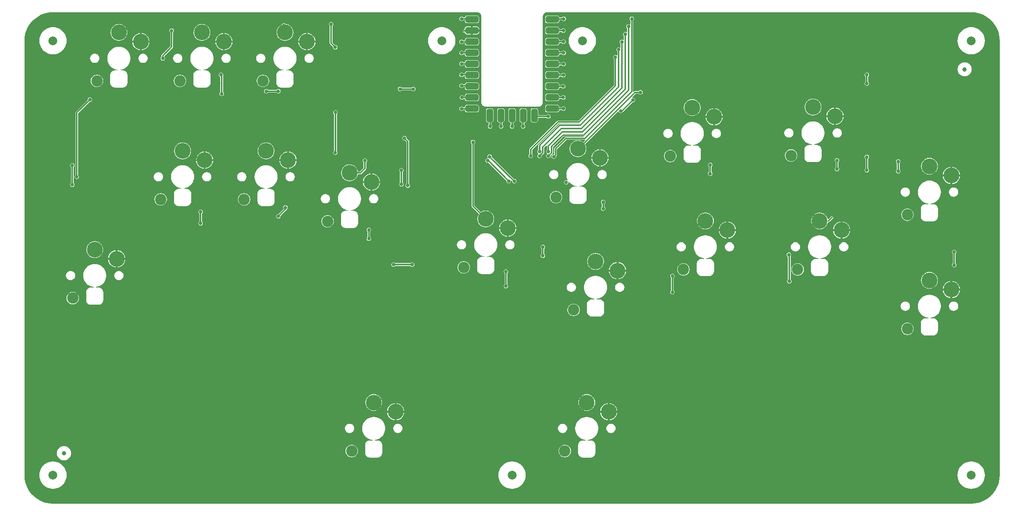
<source format=gtl>
G04*
G04 #@! TF.GenerationSoftware,Altium Limited,CircuitStudio,1.5.2 (30)*
G04*
G04 Layer_Physical_Order=1*
G04 Layer_Color=11767835*
%FSLAX25Y25*%
%MOIN*%
G70*
G01*
G75*
G04:AMPARAMS|DCode=10|XSize=118.11mil|YSize=59.06mil|CornerRadius=14.76mil|HoleSize=0mil|Usage=FLASHONLY|Rotation=0.000|XOffset=0mil|YOffset=0mil|HoleType=Round|Shape=RoundedRectangle|*
%AMROUNDEDRECTD10*
21,1,0.11811,0.02953,0,0,0.0*
21,1,0.08858,0.05906,0,0,0.0*
1,1,0.02953,0.04429,-0.01476*
1,1,0.02953,-0.04429,-0.01476*
1,1,0.02953,-0.04429,0.01476*
1,1,0.02953,0.04429,0.01476*
%
%ADD10ROUNDEDRECTD10*%
G04:AMPARAMS|DCode=11|XSize=59.06mil|YSize=118.11mil|CornerRadius=14.76mil|HoleSize=0mil|Usage=FLASHONLY|Rotation=0.000|XOffset=0mil|YOffset=0mil|HoleType=Round|Shape=RoundedRectangle|*
%AMROUNDEDRECTD11*
21,1,0.05906,0.08858,0,0,0.0*
21,1,0.02953,0.11811,0,0,0.0*
1,1,0.02953,0.01476,-0.04429*
1,1,0.02953,-0.01476,-0.04429*
1,1,0.02953,-0.01476,0.04429*
1,1,0.02953,0.01476,0.04429*
%
%ADD11ROUNDEDRECTD11*%
%ADD12C,0.01181*%
%ADD13C,0.07874*%
%ADD14C,0.03937*%
%ADD15C,0.14173*%
%ADD16C,0.10236*%
%ADD17C,0.03150*%
G36*
X-144201Y61024D02*
X-143701Y61024D01*
X-143213Y60993D01*
X-142673Y60922D01*
X-141715Y60526D01*
X-140893Y59895D01*
X-140262Y59072D01*
X-139865Y58114D01*
X-139730Y57087D01*
X-139764Y-19685D01*
X-139764Y-19685D01*
X-139798D01*
X-139662Y-20713D01*
X-139266Y-21670D01*
X-138635Y-22493D01*
X-137812Y-23124D01*
X-136855Y-23521D01*
X-135827Y-23656D01*
X-88617Y-23622D01*
X-88583Y-23656D01*
Y-23656D01*
X-87555Y-23521D01*
X-86597Y-23124D01*
X-85775Y-22493D01*
X-85144Y-21670D01*
X-84747Y-20713D01*
X-84612Y-19685D01*
X-84646Y57087D01*
Y57087D01*
X-84675Y57120D01*
X-84544Y58114D01*
X-84148Y59072D01*
X-83517Y59895D01*
X-82694Y60526D01*
X-81736Y60922D01*
X-80742Y61053D01*
X-80709Y61024D01*
Y61024D01*
X299213D01*
Y61024D01*
X299253Y61062D01*
X302082Y60903D01*
X304916Y60421D01*
X307678Y59626D01*
X310333Y58526D01*
X312849Y57135D01*
X315193Y55472D01*
X317336Y53557D01*
X319252Y51414D01*
X320915Y49069D01*
X322305Y46554D01*
X323405Y43898D01*
X324201Y41137D01*
X324682Y38303D01*
X324841Y35473D01*
X324803Y35433D01*
X324803D01*
Y-354331D01*
X324803D01*
X324841Y-354371D01*
X324682Y-357201D01*
X324201Y-360034D01*
X323405Y-362796D01*
X322305Y-365452D01*
X320915Y-367967D01*
X319252Y-370311D01*
X317336Y-372455D01*
X315193Y-374370D01*
X312849Y-376033D01*
X310333Y-377423D01*
X307678Y-378523D01*
X304916Y-379319D01*
X302082Y-379800D01*
X299213Y-379962D01*
X-523122Y-379921D01*
X-523622Y-379921D01*
X-524117Y-379934D01*
X-526492Y-379801D01*
X-529325Y-379319D01*
X-532087Y-378523D01*
X-534743Y-377423D01*
X-537258Y-376033D01*
X-539603Y-374370D01*
X-541746Y-372455D01*
X-543661Y-370311D01*
X-545324Y-367967D01*
X-546715Y-365452D01*
X-547815Y-362796D01*
X-548610Y-360034D01*
X-549092Y-357201D01*
X-549253Y-354331D01*
X-549213Y35433D01*
X-549213D01*
X-549251Y35473D01*
X-549092Y38303D01*
X-548610Y41137D01*
X-547815Y43898D01*
X-546715Y46554D01*
X-545324Y49069D01*
X-543661Y51414D01*
X-541746Y53557D01*
X-539603Y55472D01*
X-537258Y57135D01*
X-534743Y58526D01*
X-532087Y59626D01*
X-529325Y60421D01*
X-526492Y60903D01*
X-523622Y61064D01*
X-144201Y61024D01*
D02*
G37*
%LPC*%
G36*
X-116929Y-133465D02*
X-123778D01*
X-123708Y-134182D01*
X-123269Y-135629D01*
X-122556Y-136963D01*
X-121597Y-138132D01*
X-120428Y-139091D01*
X-119094Y-139804D01*
X-117647Y-140243D01*
X-116929Y-140314D01*
Y-133465D01*
D02*
G37*
G36*
X-108505D02*
X-115354D01*
Y-140314D01*
X-114637Y-140243D01*
X-113190Y-139804D01*
X-111856Y-139091D01*
X-110687Y-138132D01*
X-109728Y-136963D01*
X-109015Y-135629D01*
X-108576Y-134182D01*
X-108505Y-133465D01*
D02*
G37*
G36*
X61024Y-118704D02*
X59557Y-118848D01*
X58147Y-119276D01*
X56848Y-119971D01*
X55709Y-120905D01*
X54774Y-122045D01*
X54079Y-123344D01*
X53651Y-124754D01*
X53507Y-126221D01*
X53651Y-127687D01*
X54079Y-129097D01*
X54774Y-130396D01*
X55709Y-131535D01*
X56848Y-132470D01*
X58147Y-133165D01*
X59557Y-133592D01*
X61024Y-133737D01*
X62490Y-133592D01*
X63900Y-133165D01*
X65200Y-132470D01*
X66339Y-131535D01*
X67273Y-130396D01*
X67968Y-129097D01*
X68396Y-127687D01*
X68540Y-126221D01*
X68396Y-124754D01*
X67968Y-123344D01*
X67273Y-122045D01*
X66339Y-120905D01*
X65200Y-119971D01*
X63900Y-119276D01*
X62490Y-118848D01*
X61024Y-118704D01*
D02*
G37*
G36*
X88345Y-135276D02*
X81496D01*
Y-142125D01*
X82214Y-142054D01*
X83661Y-141615D01*
X84995Y-140902D01*
X86164Y-139943D01*
X87123Y-138774D01*
X87836Y-137440D01*
X88275Y-135993D01*
X88345Y-135276D01*
D02*
G37*
G36*
X182283D02*
X175434D01*
X175505Y-135993D01*
X175944Y-137440D01*
X176657Y-138774D01*
X177616Y-139943D01*
X178785Y-140902D01*
X180119Y-141615D01*
X181566Y-142054D01*
X182283Y-142125D01*
Y-135276D01*
D02*
G37*
G36*
X190708D02*
X183858D01*
Y-142125D01*
X184576Y-142054D01*
X186023Y-141615D01*
X187357Y-140902D01*
X188526Y-139943D01*
X189485Y-138774D01*
X190198Y-137440D01*
X190637Y-135993D01*
X190708Y-135276D01*
D02*
G37*
G36*
X163386Y-118704D02*
X161919Y-118848D01*
X160509Y-119276D01*
X159210Y-119971D01*
X158071Y-120905D01*
X157136Y-122045D01*
X156441Y-123344D01*
X156014Y-124754D01*
X155869Y-126221D01*
X156014Y-127687D01*
X156441Y-129097D01*
X157136Y-130396D01*
X158071Y-131535D01*
X159210Y-132470D01*
X160509Y-133165D01*
X161919Y-133592D01*
X163386Y-133737D01*
X164852Y-133592D01*
X166262Y-133165D01*
X167562Y-132470D01*
X168701Y-131535D01*
X169636Y-130396D01*
X170330Y-129097D01*
X170730Y-127778D01*
X170758Y-127687D01*
X171260Y-127413D01*
X171721Y-127321D01*
X172111Y-127060D01*
X175288Y-123883D01*
X175550Y-123492D01*
X175641Y-123031D01*
X175550Y-122571D01*
X175288Y-122180D01*
X174898Y-121919D01*
X174437Y-121827D01*
X173976Y-121919D01*
X173585Y-122180D01*
X171218Y-124548D01*
X170652Y-124406D01*
X170330Y-123344D01*
X169636Y-122045D01*
X168701Y-120905D01*
X167562Y-119971D01*
X166262Y-119276D01*
X164852Y-118848D01*
X163386Y-118704D01*
D02*
G37*
G36*
X183858Y-126851D02*
Y-133701D01*
X190708D01*
X190637Y-132983D01*
X190198Y-131536D01*
X189485Y-130202D01*
X188526Y-129033D01*
X187357Y-128074D01*
X186023Y-127361D01*
X184576Y-126922D01*
X183858Y-126851D01*
D02*
G37*
G36*
X-257874Y-95933D02*
X-259496Y-96060D01*
X-261077Y-96440D01*
X-262580Y-97062D01*
X-263967Y-97913D01*
X-265204Y-98969D01*
X-266261Y-100206D01*
X-267111Y-101593D01*
X-267733Y-103096D01*
X-268113Y-104677D01*
X-268241Y-106299D01*
X-268113Y-107921D01*
X-267733Y-109503D01*
X-267111Y-111005D01*
X-266261Y-112392D01*
X-265204Y-113629D01*
X-263967Y-114686D01*
X-262580Y-115536D01*
X-261077Y-116158D01*
X-259496Y-116538D01*
X-258855Y-116589D01*
X-258875Y-117089D01*
X-261221D01*
X-262351Y-117237D01*
X-263404Y-117674D01*
X-264309Y-118368D01*
Y-118368D01*
X-264309D01*
X-265003Y-119273D01*
X-265440Y-120326D01*
X-265589Y-121457D01*
Y-128150D01*
X-265440Y-129280D01*
X-265003Y-130334D01*
X-264309Y-131238D01*
X-263404Y-131932D01*
X-262351Y-132369D01*
X-261221Y-132518D01*
X-254528D01*
X-253397Y-132369D01*
X-252344Y-131932D01*
X-251439Y-131238D01*
X-250745Y-130334D01*
X-250308Y-129280D01*
X-250160Y-128150D01*
Y-121457D01*
X-250308Y-120326D01*
X-250745Y-119273D01*
X-251439Y-118368D01*
X-251439D01*
Y-118368D01*
X-252344Y-117674D01*
X-253397Y-117237D01*
X-254528Y-117089D01*
X-256873D01*
X-256893Y-116589D01*
X-256252Y-116538D01*
X-254671Y-116158D01*
X-253168Y-115536D01*
X-251781Y-114686D01*
X-250544Y-113629D01*
X-249487Y-112392D01*
X-248637Y-111005D01*
X-248015Y-109503D01*
X-247635Y-107921D01*
X-247507Y-106299D01*
X-247635Y-104677D01*
X-248015Y-103096D01*
X-248637Y-101593D01*
X-249487Y-100206D01*
X-250544Y-98969D01*
X-251781Y-97913D01*
X-253168Y-97062D01*
X-254671Y-96440D01*
X-256252Y-96060D01*
X-257874Y-95933D01*
D02*
G37*
G36*
X-277559Y-121015D02*
X-278998Y-121205D01*
X-280339Y-121760D01*
X-281490Y-122644D01*
X-282374Y-123795D01*
X-282929Y-125136D01*
X-283118Y-126575D01*
X-282929Y-128014D01*
X-282374Y-129355D01*
X-281490Y-130506D01*
X-280339Y-131389D01*
X-278998Y-131945D01*
X-277559Y-132134D01*
X-276120Y-131945D01*
X-274779Y-131389D01*
X-273628Y-130506D01*
X-272744Y-129355D01*
X-272189Y-128014D01*
X-272000Y-126575D01*
X-272189Y-125136D01*
X-272744Y-123795D01*
X-273628Y-122644D01*
X-274779Y-121760D01*
X-276120Y-121205D01*
X-277559Y-121015D01*
D02*
G37*
G36*
X79921Y-126851D02*
X79204Y-126922D01*
X77757Y-127361D01*
X76423Y-128074D01*
X75254Y-129033D01*
X74294Y-130202D01*
X73582Y-131536D01*
X73143Y-132983D01*
X73072Y-133701D01*
X79921D01*
Y-126851D01*
D02*
G37*
G36*
X81496D02*
Y-133701D01*
X88345D01*
X88275Y-132983D01*
X87836Y-131536D01*
X87123Y-130202D01*
X86164Y-129033D01*
X84995Y-128074D01*
X83661Y-127361D01*
X82214Y-126922D01*
X81496Y-126851D01*
D02*
G37*
G36*
X182283D02*
X181566Y-126922D01*
X180119Y-127361D01*
X178785Y-128074D01*
X177616Y-129033D01*
X176657Y-130202D01*
X175944Y-131536D01*
X175505Y-132983D01*
X175434Y-133701D01*
X182283D01*
Y-126851D01*
D02*
G37*
G36*
X79921Y-135276D02*
X73072D01*
X73143Y-135993D01*
X73582Y-137440D01*
X74294Y-138774D01*
X75254Y-139943D01*
X76423Y-140902D01*
X77757Y-141615D01*
X79204Y-142054D01*
X79921Y-142125D01*
Y-135276D01*
D02*
G37*
G36*
X-486221Y-144452D02*
X-487687Y-144596D01*
X-489097Y-145024D01*
X-490396Y-145719D01*
X-491536Y-146653D01*
X-492470Y-147793D01*
X-493165Y-149092D01*
X-493593Y-150502D01*
X-493737Y-151969D01*
X-493593Y-153435D01*
X-493165Y-154845D01*
X-492470Y-156144D01*
X-491536Y-157283D01*
X-490396Y-158218D01*
X-489097Y-158913D01*
X-487687Y-159341D01*
X-486221Y-159485D01*
X-484754Y-159341D01*
X-483344Y-158913D01*
X-482045Y-158218D01*
X-480905Y-157283D01*
X-479971Y-156144D01*
X-479276Y-154845D01*
X-478848Y-153435D01*
X-478704Y-151969D01*
X-478848Y-150502D01*
X-479276Y-149092D01*
X-479971Y-147793D01*
X-480905Y-146653D01*
X-482045Y-145719D01*
X-483344Y-145024D01*
X-484754Y-144596D01*
X-486221Y-144452D01*
D02*
G37*
G36*
X-467323Y-152600D02*
X-468040Y-152670D01*
X-469488Y-153109D01*
X-470821Y-153822D01*
X-471990Y-154781D01*
X-472950Y-155950D01*
X-473663Y-157284D01*
X-474101Y-158731D01*
X-474172Y-159449D01*
X-467323D01*
Y-152600D01*
D02*
G37*
G36*
X-465748D02*
Y-159449D01*
X-458899D01*
X-458969Y-158731D01*
X-459408Y-157284D01*
X-460121Y-155950D01*
X-461081Y-154781D01*
X-462250Y-153822D01*
X-463583Y-153109D01*
X-465030Y-152670D01*
X-465748Y-152600D01*
D02*
G37*
G36*
X283957Y-152028D02*
X283189Y-152181D01*
X282538Y-152616D01*
X282102Y-153267D01*
X281950Y-154035D01*
X282102Y-154804D01*
X282538Y-155455D01*
X282752Y-155598D01*
Y-164284D01*
X282538Y-164427D01*
X282102Y-165078D01*
X281950Y-165847D01*
X282102Y-166614D01*
X282538Y-167266D01*
X283189Y-167701D01*
X283957Y-167853D01*
X284725Y-167701D01*
X285376Y-167266D01*
X285811Y-166614D01*
X285964Y-165847D01*
X285811Y-165078D01*
X285376Y-164427D01*
X285161Y-164284D01*
Y-155598D01*
X285376Y-155455D01*
X285811Y-154804D01*
X285964Y-154035D01*
X285811Y-153267D01*
X285376Y-152616D01*
X284725Y-152181D01*
X283957Y-152028D01*
D02*
G37*
G36*
X-201772Y-163347D02*
X-202540Y-163500D01*
X-203191Y-163935D01*
X-203334Y-164150D01*
X-216941D01*
X-217085Y-163935D01*
X-217736Y-163500D01*
X-218504Y-163347D01*
X-219272Y-163500D01*
X-219923Y-163935D01*
X-220358Y-164586D01*
X-220511Y-165354D01*
X-220358Y-166122D01*
X-219923Y-166773D01*
X-219272Y-167209D01*
X-218504Y-167361D01*
X-217736Y-167209D01*
X-217085Y-166773D01*
X-216941Y-166559D01*
X-203334D01*
X-203191Y-166773D01*
X-202540Y-167209D01*
X-201772Y-167361D01*
X-201004Y-167209D01*
X-200352Y-166773D01*
X-199917Y-166122D01*
X-199765Y-165354D01*
X-199917Y-164586D01*
X-200352Y-163935D01*
X-201004Y-163500D01*
X-201772Y-163347D01*
D02*
G37*
G36*
X-84646Y-147599D02*
X-85414Y-147752D01*
X-86065Y-148187D01*
X-86500Y-148838D01*
X-86653Y-149606D01*
X-86500Y-150374D01*
X-86065Y-151025D01*
X-85850Y-151169D01*
Y-155918D01*
X-86065Y-156061D01*
X-86500Y-156712D01*
X-86653Y-157480D01*
X-86500Y-158248D01*
X-86065Y-158899D01*
X-85414Y-159335D01*
X-84646Y-159487D01*
X-83878Y-159335D01*
X-83227Y-158899D01*
X-82791Y-158248D01*
X-82639Y-157480D01*
X-82791Y-156712D01*
X-83227Y-156061D01*
X-83441Y-155918D01*
Y-151169D01*
X-83227Y-151025D01*
X-82791Y-150374D01*
X-82639Y-149606D01*
X-82791Y-148838D01*
X-83227Y-148187D01*
X-83878Y-147752D01*
X-84646Y-147599D01*
D02*
G37*
G36*
X39370Y-145279D02*
X38291Y-145421D01*
X37285Y-145838D01*
X36422Y-146501D01*
X35759Y-147364D01*
X35343Y-148370D01*
X35201Y-149449D01*
X35343Y-150528D01*
X35759Y-151534D01*
X36422Y-152397D01*
X37285Y-153060D01*
X38291Y-153476D01*
X39370Y-153618D01*
X40449Y-153476D01*
X41455Y-153060D01*
X42318Y-152397D01*
X42981Y-151534D01*
X43398Y-150528D01*
X43540Y-149449D01*
X43398Y-148370D01*
X42981Y-147364D01*
X42318Y-146501D01*
X41455Y-145838D01*
X40449Y-145421D01*
X39370Y-145279D01*
D02*
G37*
G36*
X-157480Y-143468D02*
X-158560Y-143610D01*
X-159565Y-144027D01*
X-160429Y-144690D01*
X-161091Y-145553D01*
X-161508Y-146559D01*
X-161650Y-147638D01*
X-161508Y-148717D01*
X-161091Y-149723D01*
X-160429Y-150586D01*
X-159565Y-151249D01*
X-158560Y-151665D01*
X-157480Y-151807D01*
X-156401Y-151665D01*
X-155396Y-151249D01*
X-154532Y-150586D01*
X-153869Y-149723D01*
X-153453Y-148717D01*
X-153311Y-147638D01*
X-153453Y-146559D01*
X-153869Y-145553D01*
X-154532Y-144690D01*
X-155396Y-144027D01*
X-156401Y-143610D01*
X-157480Y-143468D01*
D02*
G37*
G36*
X-114173D02*
X-115252Y-143610D01*
X-116258Y-144027D01*
X-117122Y-144690D01*
X-117784Y-145553D01*
X-118201Y-146559D01*
X-118343Y-147638D01*
X-118201Y-148717D01*
X-117784Y-149723D01*
X-117122Y-150586D01*
X-116258Y-151249D01*
X-115252Y-151665D01*
X-114173Y-151807D01*
X-113094Y-151665D01*
X-112089Y-151249D01*
X-111225Y-150586D01*
X-110562Y-149723D01*
X-110146Y-148717D01*
X-110004Y-147638D01*
X-110146Y-146559D01*
X-110562Y-145553D01*
X-111225Y-144690D01*
X-112089Y-144027D01*
X-113094Y-143610D01*
X-114173Y-143468D01*
D02*
G37*
G36*
X-240551Y-132245D02*
X-241319Y-132398D01*
X-241970Y-132833D01*
X-242406Y-133484D01*
X-242558Y-134252D01*
X-242406Y-135020D01*
X-241970Y-135671D01*
X-241755Y-135815D01*
Y-140563D01*
X-241970Y-140707D01*
X-242406Y-141358D01*
X-242558Y-142126D01*
X-242406Y-142894D01*
X-241970Y-143545D01*
X-241319Y-143980D01*
X-240551Y-144133D01*
X-239783Y-143980D01*
X-239132Y-143545D01*
X-238697Y-142894D01*
X-238544Y-142126D01*
X-238697Y-141358D01*
X-239132Y-140707D01*
X-239347Y-140563D01*
Y-135815D01*
X-239132Y-135671D01*
X-238697Y-135020D01*
X-238544Y-134252D01*
X-238697Y-133484D01*
X-239132Y-132833D01*
X-239783Y-132398D01*
X-240551Y-132245D01*
D02*
G37*
G36*
X82677Y-145279D02*
X81598Y-145421D01*
X80592Y-145838D01*
X79729Y-146501D01*
X79066Y-147364D01*
X78650Y-148370D01*
X78508Y-149449D01*
X78650Y-150528D01*
X79066Y-151534D01*
X79729Y-152397D01*
X80592Y-153060D01*
X81598Y-153476D01*
X82677Y-153618D01*
X83756Y-153476D01*
X84762Y-153060D01*
X85625Y-152397D01*
X86288Y-151534D01*
X86705Y-150528D01*
X86847Y-149449D01*
X86705Y-148370D01*
X86288Y-147364D01*
X85625Y-146501D01*
X84762Y-145838D01*
X83756Y-145421D01*
X82677Y-145279D01*
D02*
G37*
G36*
X141732D02*
X140653Y-145421D01*
X139647Y-145838D01*
X138784Y-146501D01*
X138121Y-147364D01*
X137705Y-148370D01*
X137563Y-149449D01*
X137705Y-150528D01*
X138121Y-151534D01*
X138784Y-152397D01*
X139647Y-153060D01*
X140653Y-153476D01*
X141732Y-153618D01*
X142811Y-153476D01*
X143817Y-153060D01*
X144681Y-152397D01*
X145343Y-151534D01*
X145760Y-150528D01*
X145902Y-149449D01*
X145760Y-148370D01*
X145343Y-147364D01*
X144681Y-146501D01*
X143817Y-145838D01*
X142811Y-145421D01*
X141732Y-145279D01*
D02*
G37*
G36*
X185039D02*
X183960Y-145421D01*
X182955Y-145838D01*
X182091Y-146501D01*
X181428Y-147364D01*
X181012Y-148370D01*
X180870Y-149449D01*
X181012Y-150528D01*
X181428Y-151534D01*
X182091Y-152397D01*
X182955Y-153060D01*
X183960Y-153476D01*
X185039Y-153618D01*
X186118Y-153476D01*
X187124Y-153060D01*
X187988Y-152397D01*
X188650Y-151534D01*
X189067Y-150528D01*
X189209Y-149449D01*
X189067Y-148370D01*
X188650Y-147364D01*
X187988Y-146501D01*
X187124Y-145838D01*
X186118Y-145421D01*
X185039Y-145279D01*
D02*
G37*
G36*
X-147244Y-53505D02*
X-148012Y-53658D01*
X-148663Y-54093D01*
X-149098Y-54744D01*
X-149251Y-55512D01*
X-149098Y-56280D01*
X-148663Y-56931D01*
X-148448Y-57075D01*
Y-112992D01*
X-148448Y-112992D01*
X-148357Y-113453D01*
X-148096Y-113844D01*
X-141909Y-120030D01*
X-142077Y-120234D01*
X-142771Y-121533D01*
X-143199Y-122943D01*
X-143343Y-124409D01*
X-143199Y-125876D01*
X-142771Y-127286D01*
X-142077Y-128585D01*
X-141142Y-129724D01*
X-140003Y-130659D01*
X-138703Y-131354D01*
X-137293Y-131781D01*
X-135827Y-131926D01*
X-134360Y-131781D01*
X-132950Y-131354D01*
X-131651Y-130659D01*
X-130512Y-129724D01*
X-129577Y-128585D01*
X-128882Y-127286D01*
X-128455Y-125876D01*
X-128310Y-124409D01*
X-128455Y-122943D01*
X-128882Y-121533D01*
X-129577Y-120234D01*
X-130512Y-119095D01*
X-131651Y-118160D01*
X-132950Y-117465D01*
X-134360Y-117037D01*
X-135827Y-116893D01*
X-137293Y-117037D01*
X-138703Y-117465D01*
X-140003Y-118160D01*
X-140206Y-118327D01*
X-146040Y-112493D01*
Y-57075D01*
X-145825Y-56931D01*
X-145390Y-56280D01*
X-145237Y-55512D01*
X-145390Y-54744D01*
X-145825Y-54093D01*
X-146476Y-53658D01*
X-147244Y-53505D01*
D02*
G37*
G36*
X-230552Y-92126D02*
X-237402D01*
Y-98975D01*
X-236684Y-98905D01*
X-235237Y-98466D01*
X-233903Y-97753D01*
X-232734Y-96793D01*
X-231775Y-95624D01*
X-231062Y-94291D01*
X-230623Y-92844D01*
X-230552Y-92126D01*
D02*
G37*
G36*
X-208661Y-49961D02*
X-209430Y-50114D01*
X-210081Y-50549D01*
X-210516Y-51200D01*
X-210668Y-51968D01*
X-210516Y-52737D01*
X-210081Y-53388D01*
X-209430Y-53823D01*
X-208661Y-53976D01*
X-208408Y-53925D01*
X-206913Y-55420D01*
Y-92925D01*
X-207128Y-93069D01*
X-207563Y-93720D01*
X-207716Y-94488D01*
X-207563Y-95256D01*
X-207128Y-95907D01*
X-206477Y-96342D01*
X-205709Y-96495D01*
X-204941Y-96342D01*
X-204290Y-95907D01*
X-203854Y-95256D01*
X-203702Y-94488D01*
X-203854Y-93720D01*
X-204290Y-93069D01*
X-204504Y-92925D01*
Y-54921D01*
X-204504Y-54921D01*
X-204596Y-54460D01*
X-204857Y-54070D01*
X-206705Y-52222D01*
X-206654Y-51968D01*
X-206807Y-51200D01*
X-207242Y-50549D01*
X-207893Y-50114D01*
X-208661Y-49961D01*
D02*
G37*
G36*
X-506299Y-74371D02*
X-507067Y-74524D01*
X-507718Y-74959D01*
X-508153Y-75610D01*
X-508306Y-76378D01*
X-508153Y-77146D01*
X-507718Y-77797D01*
X-507504Y-77941D01*
Y-92138D01*
X-507718Y-92282D01*
X-508153Y-92933D01*
X-508306Y-93701D01*
X-508153Y-94469D01*
X-507718Y-95120D01*
X-507067Y-95555D01*
X-506299Y-95708D01*
X-505531Y-95555D01*
X-504880Y-95120D01*
X-504445Y-94469D01*
X-504292Y-93701D01*
X-504445Y-92933D01*
X-504880Y-92282D01*
X-505095Y-92138D01*
Y-77941D01*
X-504880Y-77797D01*
X-504445Y-77146D01*
X-504292Y-76378D01*
X-504445Y-75610D01*
X-504880Y-74959D01*
X-505531Y-74524D01*
X-506299Y-74371D01*
D02*
G37*
G36*
X240158Y-96224D02*
X239078Y-96366D01*
X238073Y-96783D01*
X237209Y-97445D01*
X236547Y-98309D01*
X236130Y-99314D01*
X235988Y-100394D01*
X236130Y-101473D01*
X236547Y-102479D01*
X237209Y-103342D01*
X238073Y-104005D01*
X239078Y-104421D01*
X240158Y-104563D01*
X241237Y-104421D01*
X242242Y-104005D01*
X243106Y-103342D01*
X243768Y-102479D01*
X244185Y-101473D01*
X244327Y-100394D01*
X244185Y-99314D01*
X243768Y-98309D01*
X243106Y-97445D01*
X242242Y-96783D01*
X241237Y-96366D01*
X240158Y-96224D01*
D02*
G37*
G36*
X283465D02*
X282385Y-96366D01*
X281380Y-96783D01*
X280516Y-97445D01*
X279854Y-98309D01*
X279437Y-99314D01*
X279295Y-100394D01*
X279437Y-101473D01*
X279854Y-102479D01*
X280516Y-103342D01*
X281380Y-104005D01*
X282385Y-104421D01*
X283465Y-104563D01*
X284544Y-104421D01*
X285549Y-104005D01*
X286413Y-103342D01*
X287075Y-102479D01*
X287492Y-101473D01*
X287634Y-100394D01*
X287492Y-99314D01*
X287075Y-98309D01*
X286413Y-97445D01*
X285549Y-96783D01*
X284544Y-96366D01*
X283465Y-96224D01*
D02*
G37*
G36*
X-238976Y-92126D02*
X-245826D01*
X-245755Y-92844D01*
X-245316Y-94291D01*
X-244603Y-95624D01*
X-243644Y-96793D01*
X-242475Y-97753D01*
X-241141Y-98466D01*
X-239694Y-98905D01*
X-238976Y-98975D01*
Y-92126D01*
D02*
G37*
G36*
X-211417Y-78702D02*
X-212185Y-78854D01*
X-212837Y-79289D01*
X-213272Y-79941D01*
X-213424Y-80709D01*
X-213272Y-81477D01*
X-212837Y-82128D01*
X-212622Y-82271D01*
Y-91744D01*
X-212837Y-91888D01*
X-213272Y-92539D01*
X-213424Y-93307D01*
X-213272Y-94075D01*
X-212837Y-94726D01*
X-212185Y-95161D01*
X-211417Y-95314D01*
X-210649Y-95161D01*
X-209998Y-94726D01*
X-209563Y-94075D01*
X-209410Y-93307D01*
X-209563Y-92539D01*
X-209998Y-91888D01*
X-210213Y-91744D01*
Y-82271D01*
X-209998Y-82128D01*
X-209563Y-81477D01*
X-209410Y-80709D01*
X-209563Y-79941D01*
X-209998Y-79289D01*
X-210649Y-78854D01*
X-211417Y-78702D01*
D02*
G37*
G36*
X-429134Y-82445D02*
X-430213Y-82587D01*
X-431219Y-83003D01*
X-432082Y-83666D01*
X-432745Y-84529D01*
X-433161Y-85535D01*
X-433303Y-86614D01*
X-433161Y-87693D01*
X-432745Y-88699D01*
X-432082Y-89562D01*
X-431219Y-90225D01*
X-430213Y-90642D01*
X-429134Y-90784D01*
X-428055Y-90642D01*
X-427049Y-90225D01*
X-426186Y-89562D01*
X-425523Y-88699D01*
X-425106Y-87693D01*
X-424964Y-86614D01*
X-425106Y-85535D01*
X-425523Y-84529D01*
X-426186Y-83666D01*
X-427049Y-83003D01*
X-428055Y-82587D01*
X-429134Y-82445D01*
D02*
G37*
G36*
X-385827D02*
X-386906Y-82587D01*
X-387912Y-83003D01*
X-388775Y-83666D01*
X-389438Y-84529D01*
X-389854Y-85535D01*
X-389996Y-86614D01*
X-389854Y-87693D01*
X-389438Y-88699D01*
X-388775Y-89562D01*
X-387912Y-90225D01*
X-386906Y-90642D01*
X-385827Y-90784D01*
X-384748Y-90642D01*
X-383742Y-90225D01*
X-382878Y-89562D01*
X-382216Y-88699D01*
X-381799Y-87693D01*
X-381657Y-86614D01*
X-381799Y-85535D01*
X-382216Y-84529D01*
X-382878Y-83666D01*
X-383742Y-83003D01*
X-384748Y-82587D01*
X-385827Y-82445D01*
D02*
G37*
G36*
X-354331D02*
X-355410Y-82587D01*
X-356416Y-83003D01*
X-357279Y-83666D01*
X-357942Y-84529D01*
X-358358Y-85535D01*
X-358500Y-86614D01*
X-358358Y-87693D01*
X-357942Y-88699D01*
X-357279Y-89562D01*
X-356416Y-90225D01*
X-355410Y-90642D01*
X-354331Y-90784D01*
X-353252Y-90642D01*
X-352246Y-90225D01*
X-351382Y-89562D01*
X-350720Y-88699D01*
X-350303Y-87693D01*
X-350161Y-86614D01*
X-350303Y-85535D01*
X-350720Y-84529D01*
X-351382Y-83666D01*
X-352246Y-83003D01*
X-353252Y-82587D01*
X-354331Y-82445D01*
D02*
G37*
G36*
X280709Y-86221D02*
X273859D01*
X273930Y-86938D01*
X274369Y-88385D01*
X275082Y-89719D01*
X276041Y-90888D01*
X277210Y-91847D01*
X278544Y-92560D01*
X279991Y-92999D01*
X280709Y-93070D01*
Y-86221D01*
D02*
G37*
G36*
X289133D02*
X282283D01*
Y-93070D01*
X283001Y-92999D01*
X284448Y-92560D01*
X285782Y-91847D01*
X286951Y-90888D01*
X287910Y-89719D01*
X288623Y-88385D01*
X289062Y-86938D01*
X289133Y-86221D01*
D02*
G37*
G36*
X-132283Y-66497D02*
X-133052Y-66650D01*
X-133703Y-67085D01*
X-134138Y-67736D01*
X-134291Y-68504D01*
X-134138Y-69272D01*
X-133936Y-69574D01*
X-134052Y-69821D01*
X-134217Y-70053D01*
X-134922Y-70193D01*
X-135573Y-70628D01*
X-136008Y-71279D01*
X-136161Y-72047D01*
X-136008Y-72815D01*
X-135573Y-73466D01*
X-134922Y-73901D01*
X-134153Y-74054D01*
X-133490Y-73922D01*
X-117114Y-90298D01*
X-117165Y-90551D01*
X-117012Y-91319D01*
X-116577Y-91970D01*
X-115926Y-92405D01*
X-115157Y-92558D01*
X-114389Y-92405D01*
X-113738Y-91970D01*
X-113303Y-91319D01*
X-113150Y-90551D01*
X-113276Y-89922D01*
X-112829Y-89662D01*
X-112193Y-90298D01*
X-112243Y-90551D01*
X-112091Y-91319D01*
X-111655Y-91970D01*
X-111004Y-92405D01*
X-110236Y-92558D01*
X-109468Y-92405D01*
X-108817Y-91970D01*
X-108382Y-91319D01*
X-108229Y-90551D01*
X-108382Y-89783D01*
X-108817Y-89132D01*
X-109468Y-88697D01*
X-110236Y-88544D01*
X-110490Y-88595D01*
X-130327Y-68757D01*
X-130276Y-68504D01*
X-130429Y-67736D01*
X-130864Y-67085D01*
X-131515Y-66650D01*
X-132283Y-66497D01*
D02*
G37*
G36*
X-236221Y-102130D02*
X-237300Y-102272D01*
X-238305Y-102688D01*
X-239169Y-103351D01*
X-239831Y-104215D01*
X-240248Y-105220D01*
X-240390Y-106299D01*
X-240248Y-107378D01*
X-239831Y-108384D01*
X-239169Y-109248D01*
X-238305Y-109910D01*
X-237300Y-110327D01*
X-236221Y-110469D01*
X-235141Y-110327D01*
X-234136Y-109910D01*
X-233272Y-109248D01*
X-232610Y-108384D01*
X-232193Y-107378D01*
X-232051Y-106299D01*
X-232193Y-105220D01*
X-232610Y-104215D01*
X-233272Y-103351D01*
X-234136Y-102688D01*
X-235141Y-102272D01*
X-236221Y-102130D01*
D02*
G37*
G36*
X261811Y-90027D02*
X260189Y-90155D01*
X258608Y-90535D01*
X257105Y-91157D01*
X255718Y-92007D01*
X254481Y-93063D01*
X253424Y-94300D01*
X252574Y-95687D01*
X251952Y-97190D01*
X251572Y-98772D01*
X251444Y-100394D01*
X251572Y-102015D01*
X251952Y-103597D01*
X252574Y-105100D01*
X253424Y-106487D01*
X254481Y-107724D01*
X255718Y-108781D01*
X257105Y-109630D01*
X258608Y-110253D01*
X260189Y-110633D01*
X260830Y-110683D01*
X260810Y-111183D01*
X258465D01*
X257334Y-111332D01*
X256280Y-111768D01*
X255376Y-112462D01*
Y-112462D01*
X255376D01*
X254682Y-113367D01*
X254245Y-114421D01*
X254097Y-115551D01*
Y-122244D01*
X254245Y-123375D01*
X254682Y-124428D01*
X255376Y-125333D01*
X256280Y-126027D01*
X257334Y-126463D01*
X258465Y-126612D01*
X265158D01*
X266288Y-126463D01*
X267341Y-126027D01*
X268246Y-125333D01*
X268940Y-124428D01*
X269377Y-123375D01*
X269526Y-122244D01*
Y-115551D01*
X269377Y-114421D01*
X268940Y-113367D01*
X268246Y-112462D01*
X268246D01*
Y-112462D01*
X267341Y-111768D01*
X266288Y-111332D01*
X265158Y-111183D01*
X262812D01*
X262792Y-110683D01*
X263433Y-110633D01*
X265015Y-110253D01*
X266517Y-109630D01*
X267904Y-108781D01*
X269141Y-107724D01*
X270198Y-106487D01*
X271048Y-105100D01*
X271670Y-103597D01*
X272050Y-102015D01*
X272178Y-100394D01*
X272050Y-98772D01*
X271670Y-97190D01*
X271048Y-95687D01*
X270198Y-94300D01*
X269141Y-93063D01*
X267904Y-92007D01*
X266517Y-91157D01*
X265015Y-90535D01*
X263433Y-90155D01*
X261811Y-90027D01*
D02*
G37*
G36*
X242126Y-115110D02*
X240687Y-115299D01*
X239346Y-115855D01*
X238195Y-116738D01*
X237311Y-117890D01*
X236756Y-119230D01*
X236567Y-120669D01*
X236756Y-122108D01*
X237311Y-123449D01*
X238195Y-124600D01*
X239346Y-125484D01*
X240687Y-126039D01*
X242126Y-126229D01*
X243565Y-126039D01*
X244906Y-125484D01*
X246057Y-124600D01*
X246940Y-123449D01*
X247496Y-122108D01*
X247685Y-120669D01*
X247496Y-119230D01*
X246940Y-117890D01*
X246057Y-116738D01*
X244906Y-115855D01*
X243565Y-115299D01*
X242126Y-115110D01*
D02*
G37*
G36*
X-315354Y-112166D02*
X-316122Y-112319D01*
X-316774Y-112754D01*
X-317209Y-113405D01*
X-317361Y-114173D01*
X-317209Y-114941D01*
X-316825Y-115516D01*
X-321400Y-120091D01*
X-321654Y-120040D01*
X-322422Y-120193D01*
X-323073Y-120628D01*
X-323508Y-121279D01*
X-323661Y-122047D01*
X-323508Y-122815D01*
X-323073Y-123467D01*
X-322422Y-123901D01*
X-321654Y-124054D01*
X-320885Y-123901D01*
X-320234Y-123467D01*
X-319799Y-122815D01*
X-319647Y-122047D01*
X-319697Y-121794D01*
X-314503Y-116600D01*
X-314503Y-116600D01*
X-314242Y-116209D01*
X-314150Y-115748D01*
Y-115736D01*
X-313935Y-115592D01*
X-313500Y-114941D01*
X-313347Y-114173D01*
X-313500Y-113405D01*
X-313935Y-112754D01*
X-314586Y-112319D01*
X-315354Y-112166D01*
D02*
G37*
G36*
X-116929Y-125040D02*
X-117647Y-125111D01*
X-119094Y-125550D01*
X-120428Y-126263D01*
X-121597Y-127222D01*
X-122556Y-128391D01*
X-123269Y-129725D01*
X-123708Y-131172D01*
X-123778Y-131890D01*
X-116929D01*
Y-125040D01*
D02*
G37*
G36*
X-115354D02*
Y-131890D01*
X-108505D01*
X-108576Y-131172D01*
X-109015Y-129725D01*
X-109728Y-128391D01*
X-110687Y-127222D01*
X-111856Y-126263D01*
X-113190Y-125550D01*
X-114637Y-125111D01*
X-115354Y-125040D01*
D02*
G37*
G36*
X-391339Y-116103D02*
X-392107Y-116256D01*
X-392758Y-116691D01*
X-393193Y-117342D01*
X-393346Y-118110D01*
X-393193Y-118878D01*
X-392758Y-119529D01*
X-392543Y-119673D01*
Y-126784D01*
X-392758Y-126927D01*
X-393193Y-127578D01*
X-393346Y-128347D01*
X-393193Y-129114D01*
X-392758Y-129766D01*
X-392107Y-130201D01*
X-391339Y-130353D01*
X-390570Y-130201D01*
X-389919Y-129766D01*
X-389484Y-129114D01*
X-389332Y-128347D01*
X-389484Y-127578D01*
X-389919Y-126927D01*
X-390134Y-126784D01*
Y-119673D01*
X-389919Y-119529D01*
X-389484Y-118878D01*
X-389332Y-118110D01*
X-389484Y-117342D01*
X-389919Y-116691D01*
X-390570Y-116256D01*
X-391339Y-116103D01*
D02*
G37*
G36*
X-30512Y-107245D02*
X-31280Y-107398D01*
X-31931Y-107833D01*
X-32366Y-108484D01*
X-32519Y-109252D01*
X-32366Y-110020D01*
X-31931Y-110671D01*
X-31716Y-110815D01*
Y-113595D01*
X-31931Y-113738D01*
X-32366Y-114389D01*
X-32519Y-115157D01*
X-32366Y-115926D01*
X-31931Y-116577D01*
X-31280Y-117012D01*
X-30512Y-117165D01*
X-29744Y-117012D01*
X-29093Y-116577D01*
X-28657Y-115926D01*
X-28505Y-115157D01*
X-28657Y-114389D01*
X-29093Y-113738D01*
X-29308Y-113595D01*
Y-110815D01*
X-29093Y-110671D01*
X-28657Y-110020D01*
X-28505Y-109252D01*
X-28657Y-108484D01*
X-29093Y-107833D01*
X-29744Y-107398D01*
X-30512Y-107245D01*
D02*
G37*
G36*
X-352362Y-101330D02*
X-353801Y-101520D01*
X-355142Y-102075D01*
X-356293Y-102959D01*
X-357177Y-104110D01*
X-357732Y-105451D01*
X-357922Y-106890D01*
X-357732Y-108329D01*
X-357177Y-109669D01*
X-356293Y-110821D01*
X-355142Y-111704D01*
X-353801Y-112260D01*
X-352362Y-112449D01*
X-350923Y-112260D01*
X-349583Y-111704D01*
X-348431Y-110821D01*
X-347548Y-109669D01*
X-346992Y-108329D01*
X-346803Y-106890D01*
X-346992Y-105451D01*
X-347548Y-104110D01*
X-348431Y-102959D01*
X-349583Y-102075D01*
X-350923Y-101520D01*
X-352362Y-101330D01*
D02*
G37*
G36*
X-72835Y-99362D02*
X-74274Y-99551D01*
X-75614Y-100107D01*
X-76766Y-100990D01*
X-77649Y-102142D01*
X-78205Y-103482D01*
X-78394Y-104921D01*
X-78205Y-106360D01*
X-77649Y-107701D01*
X-76766Y-108852D01*
X-75614Y-109736D01*
X-74274Y-110291D01*
X-72835Y-110481D01*
X-71396Y-110291D01*
X-70055Y-109736D01*
X-68904Y-108852D01*
X-68020Y-107701D01*
X-67465Y-106360D01*
X-67275Y-104921D01*
X-67465Y-103482D01*
X-68020Y-102142D01*
X-68904Y-100990D01*
X-70055Y-100107D01*
X-71396Y-99551D01*
X-72835Y-99362D01*
D02*
G37*
G36*
X-279528Y-102130D02*
X-280607Y-102272D01*
X-281612Y-102688D01*
X-282476Y-103351D01*
X-283138Y-104215D01*
X-283555Y-105220D01*
X-283697Y-106299D01*
X-283555Y-107378D01*
X-283138Y-108384D01*
X-282476Y-109248D01*
X-281612Y-109910D01*
X-280607Y-110327D01*
X-279528Y-110469D01*
X-278448Y-110327D01*
X-277443Y-109910D01*
X-276579Y-109248D01*
X-275917Y-108384D01*
X-275500Y-107378D01*
X-275358Y-106299D01*
X-275500Y-105220D01*
X-275917Y-104215D01*
X-276579Y-103351D01*
X-277443Y-102688D01*
X-278448Y-102272D01*
X-279528Y-102130D01*
D02*
G37*
G36*
X-407480Y-76248D02*
X-409102Y-76375D01*
X-410684Y-76755D01*
X-412187Y-77377D01*
X-413574Y-78227D01*
X-414811Y-79284D01*
X-415867Y-80521D01*
X-416717Y-81908D01*
X-417340Y-83411D01*
X-417719Y-84992D01*
X-417847Y-86614D01*
X-417719Y-88236D01*
X-417340Y-89818D01*
X-416717Y-91321D01*
X-415867Y-92708D01*
X-414811Y-93945D01*
X-413574Y-95001D01*
X-412187Y-95851D01*
X-410684Y-96473D01*
X-409102Y-96853D01*
X-408461Y-96904D01*
X-408481Y-97404D01*
X-410827D01*
X-411957Y-97552D01*
X-413011Y-97989D01*
X-413915Y-98683D01*
Y-98683D01*
X-413915D01*
X-414610Y-99588D01*
X-415046Y-100641D01*
X-415195Y-101772D01*
Y-108465D01*
X-415046Y-109595D01*
X-414610Y-110649D01*
X-413915Y-111553D01*
X-413011Y-112247D01*
X-411957Y-112684D01*
X-410827Y-112833D01*
X-404134D01*
X-403003Y-112684D01*
X-401950Y-112247D01*
X-401045Y-111553D01*
X-400351Y-110649D01*
X-399915Y-109595D01*
X-399766Y-108465D01*
Y-101772D01*
X-399915Y-100641D01*
X-400351Y-99588D01*
X-401045Y-98683D01*
X-401045D01*
Y-98683D01*
X-401950Y-97989D01*
X-403003Y-97552D01*
X-404134Y-97404D01*
X-406480D01*
X-406499Y-96904D01*
X-405859Y-96853D01*
X-404277Y-96473D01*
X-402774Y-95851D01*
X-401387Y-95001D01*
X-400150Y-93945D01*
X-399094Y-92708D01*
X-398244Y-91321D01*
X-397621Y-89818D01*
X-397241Y-88236D01*
X-397114Y-86614D01*
X-397241Y-84992D01*
X-397621Y-83411D01*
X-398244Y-81908D01*
X-399094Y-80521D01*
X-400150Y-79284D01*
X-401387Y-78227D01*
X-402774Y-77377D01*
X-404277Y-76755D01*
X-405859Y-76375D01*
X-407480Y-76248D01*
D02*
G37*
G36*
X-332677D02*
X-334299Y-76375D01*
X-335881Y-76755D01*
X-337384Y-77377D01*
X-338771Y-78227D01*
X-340007Y-79284D01*
X-341064Y-80521D01*
X-341914Y-81908D01*
X-342536Y-83411D01*
X-342916Y-84992D01*
X-343044Y-86614D01*
X-342916Y-88236D01*
X-342536Y-89818D01*
X-341914Y-91321D01*
X-341064Y-92708D01*
X-340007Y-93945D01*
X-338771Y-95001D01*
X-337384Y-95851D01*
X-335881Y-96473D01*
X-334299Y-96853D01*
X-333658Y-96904D01*
X-333678Y-97404D01*
X-336024D01*
X-337154Y-97552D01*
X-338208Y-97989D01*
X-339112Y-98683D01*
Y-98683D01*
X-339112D01*
X-339807Y-99588D01*
X-340243Y-100641D01*
X-340392Y-101772D01*
Y-108465D01*
X-340243Y-109595D01*
X-339807Y-110649D01*
X-339112Y-111553D01*
X-338208Y-112247D01*
X-337154Y-112684D01*
X-336024Y-112833D01*
X-329331D01*
X-328200Y-112684D01*
X-327147Y-112247D01*
X-326242Y-111553D01*
X-325548Y-110649D01*
X-325112Y-109595D01*
X-324963Y-108465D01*
Y-101772D01*
X-325112Y-100641D01*
X-325548Y-99588D01*
X-326242Y-98683D01*
X-326242D01*
Y-98683D01*
X-327147Y-97989D01*
X-328200Y-97552D01*
X-329331Y-97404D01*
X-331677D01*
X-331696Y-96904D01*
X-331055Y-96853D01*
X-329474Y-96473D01*
X-327971Y-95851D01*
X-326584Y-95001D01*
X-325347Y-93945D01*
X-324290Y-92708D01*
X-323441Y-91321D01*
X-322818Y-89818D01*
X-322438Y-88236D01*
X-322311Y-86614D01*
X-322438Y-84992D01*
X-322818Y-83411D01*
X-323441Y-81908D01*
X-324290Y-80521D01*
X-325347Y-79284D01*
X-326584Y-78227D01*
X-327971Y-77377D01*
X-329474Y-76755D01*
X-331055Y-76375D01*
X-332677Y-76248D01*
D02*
G37*
G36*
X-427165Y-101330D02*
X-428604Y-101520D01*
X-429945Y-102075D01*
X-431096Y-102959D01*
X-431980Y-104110D01*
X-432535Y-105451D01*
X-432725Y-106890D01*
X-432535Y-108329D01*
X-431980Y-109669D01*
X-431096Y-110821D01*
X-429945Y-111704D01*
X-428604Y-112260D01*
X-427165Y-112449D01*
X-425727Y-112260D01*
X-424386Y-111704D01*
X-423234Y-110821D01*
X-422351Y-109669D01*
X-421795Y-108329D01*
X-421606Y-106890D01*
X-421795Y-105451D01*
X-422351Y-104110D01*
X-423234Y-102959D01*
X-424386Y-102075D01*
X-425727Y-101520D01*
X-427165Y-101330D01*
D02*
G37*
G36*
X-45276Y-281657D02*
X-46742Y-281801D01*
X-48152Y-282229D01*
X-49452Y-282924D01*
X-50591Y-283858D01*
X-51525Y-284997D01*
X-52220Y-286297D01*
X-52648Y-287707D01*
X-52792Y-289173D01*
X-52648Y-290640D01*
X-52220Y-292050D01*
X-51525Y-293349D01*
X-50591Y-294488D01*
X-49452Y-295423D01*
X-48152Y-296118D01*
X-46742Y-296545D01*
X-45276Y-296690D01*
X-43809Y-296545D01*
X-42399Y-296118D01*
X-41100Y-295423D01*
X-39961Y-294488D01*
X-39026Y-293349D01*
X-38331Y-292050D01*
X-37903Y-290640D01*
X-37759Y-289173D01*
X-37903Y-287707D01*
X-38331Y-286297D01*
X-39026Y-284997D01*
X-39961Y-283858D01*
X-41100Y-282924D01*
X-42399Y-282229D01*
X-43809Y-281801D01*
X-45276Y-281657D01*
D02*
G37*
G36*
X-217323Y-289804D02*
X-218040Y-289875D01*
X-219488Y-290314D01*
X-220821Y-291027D01*
X-221990Y-291986D01*
X-222950Y-293155D01*
X-223662Y-294489D01*
X-224101Y-295936D01*
X-224172Y-296654D01*
X-217323D01*
Y-289804D01*
D02*
G37*
G36*
X-215748D02*
Y-296654D01*
X-208899D01*
X-208969Y-295936D01*
X-209408Y-294489D01*
X-210121Y-293155D01*
X-211081Y-291986D01*
X-212250Y-291027D01*
X-213583Y-290314D01*
X-215031Y-289875D01*
X-215748Y-289804D01*
D02*
G37*
G36*
X-26378Y-298228D02*
X-33227D01*
X-33157Y-298946D01*
X-32718Y-300393D01*
X-32005Y-301727D01*
X-31045Y-302896D01*
X-29876Y-303855D01*
X-28543Y-304568D01*
X-27095Y-305007D01*
X-26378Y-305078D01*
Y-298228D01*
D02*
G37*
G36*
X-17954D02*
X-24803D01*
Y-305078D01*
X-24086Y-305007D01*
X-22638Y-304568D01*
X-21305Y-303855D01*
X-20136Y-302896D01*
X-19176Y-301727D01*
X-18463Y-300393D01*
X-18024Y-298946D01*
X-17954Y-298228D01*
D02*
G37*
G36*
X-236221Y-281657D02*
X-237687Y-281801D01*
X-239097Y-282229D01*
X-240396Y-282924D01*
X-241535Y-283858D01*
X-242470Y-284997D01*
X-243165Y-286297D01*
X-243593Y-287707D01*
X-243737Y-289173D01*
X-243593Y-290640D01*
X-243165Y-292050D01*
X-242470Y-293349D01*
X-241535Y-294488D01*
X-240396Y-295423D01*
X-239097Y-296118D01*
X-237687Y-296545D01*
X-236221Y-296690D01*
X-234754Y-296545D01*
X-233344Y-296118D01*
X-232045Y-295423D01*
X-230906Y-294488D01*
X-229971Y-293349D01*
X-229276Y-292050D01*
X-228848Y-290640D01*
X-228704Y-289173D01*
X-228848Y-287707D01*
X-229276Y-286297D01*
X-229971Y-284997D01*
X-230906Y-283858D01*
X-232045Y-282924D01*
X-233344Y-282229D01*
X-234754Y-281801D01*
X-236221Y-281657D01*
D02*
G37*
G36*
X-26378Y-289804D02*
X-27095Y-289875D01*
X-28543Y-290314D01*
X-29876Y-291027D01*
X-31045Y-291986D01*
X-32005Y-293155D01*
X-32718Y-294489D01*
X-33157Y-295936D01*
X-33227Y-296654D01*
X-26378D01*
Y-289804D01*
D02*
G37*
G36*
X-37402Y-175421D02*
X-39023Y-175548D01*
X-40605Y-175928D01*
X-42108Y-176551D01*
X-43495Y-177401D01*
X-44732Y-178457D01*
X-45788Y-179694D01*
X-46638Y-181081D01*
X-47261Y-182584D01*
X-47641Y-184166D01*
X-47768Y-185787D01*
X-47641Y-187409D01*
X-47261Y-188991D01*
X-46638Y-190494D01*
X-45788Y-191881D01*
X-44732Y-193118D01*
X-43495Y-194174D01*
X-42108Y-195024D01*
X-40605Y-195647D01*
X-39023Y-196026D01*
X-38383Y-196077D01*
X-38402Y-196577D01*
X-40748D01*
X-41879Y-196726D01*
X-42932Y-197162D01*
X-43837Y-197856D01*
Y-197856D01*
X-43837D01*
X-44531Y-198761D01*
X-44967Y-199814D01*
X-45116Y-200945D01*
Y-207638D01*
X-44967Y-208768D01*
X-44531Y-209822D01*
X-43837Y-210726D01*
X-42932Y-211421D01*
X-41879Y-211857D01*
X-40748Y-212006D01*
X-34055D01*
X-32925Y-211857D01*
X-31871Y-211421D01*
X-30966Y-210726D01*
X-30272Y-209822D01*
X-29836Y-208768D01*
X-29687Y-207638D01*
Y-200945D01*
X-29836Y-199814D01*
X-30272Y-198761D01*
X-30966Y-197856D01*
X-30966D01*
Y-197856D01*
X-31871Y-197162D01*
X-32925Y-196726D01*
X-34055Y-196577D01*
X-36401D01*
X-36421Y-196077D01*
X-35780Y-196026D01*
X-34198Y-195647D01*
X-32695Y-195024D01*
X-31308Y-194174D01*
X-30071Y-193118D01*
X-29015Y-191881D01*
X-28165Y-190494D01*
X-27542Y-188991D01*
X-27163Y-187409D01*
X-27035Y-185787D01*
X-27163Y-184166D01*
X-27542Y-182584D01*
X-28165Y-181081D01*
X-29015Y-179694D01*
X-30071Y-178457D01*
X-31308Y-177401D01*
X-32695Y-176551D01*
X-34198Y-175928D01*
X-35780Y-175548D01*
X-37402Y-175421D01*
D02*
G37*
G36*
X-57087Y-200504D02*
X-58526Y-200693D01*
X-59866Y-201248D01*
X-61018Y-202132D01*
X-61901Y-203283D01*
X-62457Y-204624D01*
X-62646Y-206063D01*
X-62457Y-207502D01*
X-61901Y-208843D01*
X-61018Y-209994D01*
X-59866Y-210878D01*
X-58526Y-211433D01*
X-57087Y-211622D01*
X-55648Y-211433D01*
X-54307Y-210878D01*
X-53156Y-209994D01*
X-52272Y-208843D01*
X-51717Y-207502D01*
X-51527Y-206063D01*
X-51717Y-204624D01*
X-52272Y-203283D01*
X-53156Y-202132D01*
X-54307Y-201248D01*
X-55648Y-200693D01*
X-57087Y-200504D01*
D02*
G37*
G36*
X240158Y-198586D02*
X239078Y-198729D01*
X238073Y-199145D01*
X237209Y-199808D01*
X236547Y-200671D01*
X236130Y-201677D01*
X235988Y-202756D01*
X236130Y-203835D01*
X236547Y-204841D01*
X237209Y-205704D01*
X238073Y-206367D01*
X239078Y-206783D01*
X240158Y-206925D01*
X241237Y-206783D01*
X242242Y-206367D01*
X243106Y-205704D01*
X243768Y-204841D01*
X244185Y-203835D01*
X244327Y-202756D01*
X244185Y-201677D01*
X243768Y-200671D01*
X243106Y-199808D01*
X242242Y-199145D01*
X241237Y-198729D01*
X240158Y-198586D01*
D02*
G37*
G36*
X-24803Y-289804D02*
Y-296654D01*
X-17954D01*
X-18024Y-295936D01*
X-18463Y-294489D01*
X-19176Y-293155D01*
X-20136Y-291986D01*
X-21305Y-291027D01*
X-22638Y-290314D01*
X-24086Y-289875D01*
X-24803Y-289804D01*
D02*
G37*
G36*
X261811Y-192389D02*
X260189Y-192517D01*
X258608Y-192897D01*
X257105Y-193519D01*
X255718Y-194369D01*
X254481Y-195426D01*
X253424Y-196663D01*
X252574Y-198050D01*
X251952Y-199552D01*
X251572Y-201134D01*
X251444Y-202756D01*
X251572Y-204378D01*
X251952Y-205959D01*
X252574Y-207462D01*
X253424Y-208849D01*
X254481Y-210086D01*
X255718Y-211143D01*
X257105Y-211993D01*
X258608Y-212615D01*
X260189Y-212995D01*
X260830Y-213045D01*
X260810Y-213545D01*
X258465D01*
X257334Y-213694D01*
X256280Y-214130D01*
X255376Y-214825D01*
Y-214825D01*
X255376D01*
X254682Y-215729D01*
X254245Y-216783D01*
X254097Y-217913D01*
Y-224606D01*
X254245Y-225737D01*
X254682Y-226790D01*
X255376Y-227695D01*
X256280Y-228389D01*
X257334Y-228825D01*
X258465Y-228974D01*
X265158D01*
X266288Y-228825D01*
X267341Y-228389D01*
X268246Y-227695D01*
X268940Y-226790D01*
X269377Y-225737D01*
X269526Y-224606D01*
Y-217913D01*
X269377Y-216783D01*
X268940Y-215729D01*
X268246Y-214825D01*
X268246D01*
Y-214825D01*
X267341Y-214130D01*
X266288Y-213694D01*
X265158Y-213545D01*
X262812D01*
X262792Y-213045D01*
X263433Y-212995D01*
X265015Y-212615D01*
X266517Y-211993D01*
X267904Y-211143D01*
X269141Y-210086D01*
X270198Y-208849D01*
X271048Y-207462D01*
X271670Y-205959D01*
X272050Y-204378D01*
X272178Y-202756D01*
X272050Y-201134D01*
X271670Y-199552D01*
X271048Y-198050D01*
X270198Y-196663D01*
X269141Y-195426D01*
X267904Y-194369D01*
X266517Y-193519D01*
X265015Y-192897D01*
X263433Y-192517D01*
X261811Y-192389D01*
D02*
G37*
G36*
X242126Y-217472D02*
X240687Y-217662D01*
X239346Y-218217D01*
X238195Y-219100D01*
X237311Y-220252D01*
X236756Y-221593D01*
X236567Y-223031D01*
X236756Y-224470D01*
X237311Y-225811D01*
X238195Y-226963D01*
X239346Y-227846D01*
X240687Y-228401D01*
X242126Y-228591D01*
X243565Y-228401D01*
X244906Y-227846D01*
X246057Y-226963D01*
X246940Y-225811D01*
X247496Y-224470D01*
X247685Y-223031D01*
X247496Y-221593D01*
X246940Y-220252D01*
X246057Y-219100D01*
X244906Y-218217D01*
X243565Y-217662D01*
X242126Y-217472D01*
D02*
G37*
G36*
X-208899Y-298228D02*
X-215748D01*
Y-305078D01*
X-215031Y-305007D01*
X-213583Y-304568D01*
X-212250Y-303855D01*
X-211081Y-302896D01*
X-210121Y-301727D01*
X-209408Y-300393D01*
X-208969Y-298946D01*
X-208899Y-298228D01*
D02*
G37*
G36*
X-513779Y-328316D02*
X-515014Y-328438D01*
X-516202Y-328798D01*
X-517296Y-329383D01*
X-518255Y-330170D01*
X-519042Y-331129D01*
X-519627Y-332223D01*
X-519988Y-333411D01*
X-520109Y-334646D01*
X-519988Y-335880D01*
X-519627Y-337068D01*
X-519042Y-338162D01*
X-518255Y-339121D01*
X-517296Y-339909D01*
X-516202Y-340493D01*
X-515014Y-340854D01*
X-513779Y-340975D01*
X-512545Y-340854D01*
X-511357Y-340493D01*
X-510263Y-339909D01*
X-509304Y-339121D01*
X-508517Y-338162D01*
X-507932Y-337068D01*
X-507572Y-335880D01*
X-507450Y-334646D01*
X-507572Y-333411D01*
X-507932Y-332223D01*
X-508517Y-331129D01*
X-509304Y-330170D01*
X-510263Y-329383D01*
X-511357Y-328798D01*
X-512545Y-328438D01*
X-513779Y-328316D01*
D02*
G37*
G36*
X-236221Y-302035D02*
X-237842Y-302163D01*
X-239424Y-302542D01*
X-240927Y-303165D01*
X-242314Y-304015D01*
X-243551Y-305071D01*
X-244607Y-306308D01*
X-245457Y-307695D01*
X-246080Y-309198D01*
X-246460Y-310780D01*
X-246587Y-312402D01*
X-246460Y-314023D01*
X-246080Y-315605D01*
X-245457Y-317108D01*
X-244607Y-318495D01*
X-243551Y-319732D01*
X-242314Y-320788D01*
X-240927Y-321638D01*
X-239424Y-322261D01*
X-237842Y-322640D01*
X-237201Y-322691D01*
X-237221Y-323191D01*
X-239567D01*
X-240698Y-323340D01*
X-241751Y-323776D01*
X-242656Y-324470D01*
Y-324470D01*
X-242656D01*
X-243350Y-325375D01*
X-243786Y-326429D01*
X-243935Y-327559D01*
Y-334252D01*
X-243786Y-335383D01*
X-243350Y-336436D01*
X-242656Y-337341D01*
X-241751Y-338035D01*
X-240698Y-338471D01*
X-239567Y-338620D01*
X-232874D01*
X-231744Y-338471D01*
X-230690Y-338035D01*
X-229785Y-337341D01*
X-229091Y-336436D01*
X-228655Y-335383D01*
X-228506Y-334252D01*
Y-327559D01*
X-228655Y-326429D01*
X-229091Y-325375D01*
X-229785Y-324470D01*
X-229785D01*
Y-324470D01*
X-230690Y-323776D01*
X-231744Y-323340D01*
X-232874Y-323191D01*
X-235220D01*
X-235240Y-322691D01*
X-234599Y-322640D01*
X-233017Y-322261D01*
X-231514Y-321638D01*
X-230127Y-320788D01*
X-228890Y-319732D01*
X-227834Y-318495D01*
X-226984Y-317108D01*
X-226361Y-315605D01*
X-225981Y-314023D01*
X-225854Y-312402D01*
X-225981Y-310780D01*
X-226361Y-309198D01*
X-226984Y-307695D01*
X-227834Y-306308D01*
X-228890Y-305071D01*
X-230127Y-304015D01*
X-231514Y-303165D01*
X-233017Y-302542D01*
X-234599Y-302163D01*
X-236221Y-302035D01*
D02*
G37*
G36*
X-45276D02*
X-46897Y-302163D01*
X-48479Y-302542D01*
X-49982Y-303165D01*
X-51369Y-304015D01*
X-52606Y-305071D01*
X-53662Y-306308D01*
X-54512Y-307695D01*
X-55135Y-309198D01*
X-55515Y-310780D01*
X-55642Y-312402D01*
X-55515Y-314023D01*
X-55135Y-315605D01*
X-54512Y-317108D01*
X-53662Y-318495D01*
X-52606Y-319732D01*
X-51369Y-320788D01*
X-49982Y-321638D01*
X-48479Y-322261D01*
X-46897Y-322640D01*
X-46257Y-322691D01*
X-46276Y-323191D01*
X-48622D01*
X-49753Y-323340D01*
X-50806Y-323776D01*
X-51711Y-324470D01*
Y-324470D01*
X-51711D01*
X-52405Y-325375D01*
X-52841Y-326429D01*
X-52990Y-327559D01*
Y-334252D01*
X-52841Y-335383D01*
X-52405Y-336436D01*
X-51711Y-337341D01*
X-50806Y-338035D01*
X-49753Y-338471D01*
X-48622Y-338620D01*
X-41929D01*
X-40799Y-338471D01*
X-39745Y-338035D01*
X-38840Y-337341D01*
X-38146Y-336436D01*
X-37710Y-335383D01*
X-37561Y-334252D01*
Y-327559D01*
X-37710Y-326429D01*
X-38146Y-325375D01*
X-38840Y-324470D01*
X-38840D01*
Y-324470D01*
X-39745Y-323776D01*
X-40799Y-323340D01*
X-41929Y-323191D01*
X-44275D01*
X-44295Y-322691D01*
X-43654Y-322640D01*
X-42072Y-322261D01*
X-40569Y-321638D01*
X-39182Y-320788D01*
X-37945Y-319732D01*
X-36889Y-318495D01*
X-36039Y-317108D01*
X-35416Y-315605D01*
X-35037Y-314023D01*
X-34909Y-312402D01*
X-35037Y-310780D01*
X-35416Y-309198D01*
X-36039Y-307695D01*
X-36889Y-306308D01*
X-37945Y-305071D01*
X-39182Y-304015D01*
X-40569Y-303165D01*
X-42072Y-302542D01*
X-43654Y-302163D01*
X-45276Y-302035D01*
D02*
G37*
G36*
X-523622Y-342088D02*
X-525537Y-342239D01*
X-527405Y-342687D01*
X-529180Y-343423D01*
X-530818Y-344426D01*
X-532279Y-345674D01*
X-533526Y-347135D01*
X-534530Y-348773D01*
X-535265Y-350548D01*
X-535714Y-352416D01*
X-535864Y-354331D01*
X-535714Y-356246D01*
X-535265Y-358114D01*
X-534530Y-359889D01*
X-533526Y-361527D01*
X-532279Y-362987D01*
X-530818Y-364235D01*
X-529180Y-365239D01*
X-527405Y-365974D01*
X-525537Y-366422D01*
X-523622Y-366573D01*
X-521707Y-366422D01*
X-519839Y-365974D01*
X-518064Y-365239D01*
X-516426Y-364235D01*
X-514965Y-362987D01*
X-513718Y-361527D01*
X-512714Y-359889D01*
X-511979Y-358114D01*
X-511530Y-356246D01*
X-511380Y-354331D01*
X-511530Y-352416D01*
X-511979Y-350548D01*
X-512714Y-348773D01*
X-513718Y-347135D01*
X-514965Y-345674D01*
X-516426Y-344426D01*
X-518064Y-343423D01*
X-519839Y-342687D01*
X-521707Y-342239D01*
X-523622Y-342088D01*
D02*
G37*
G36*
X-112205D02*
X-114120Y-342239D01*
X-115988Y-342687D01*
X-117763Y-343423D01*
X-119401Y-344426D01*
X-120861Y-345674D01*
X-122109Y-347135D01*
X-123113Y-348773D01*
X-123848Y-350548D01*
X-124296Y-352416D01*
X-124447Y-354331D01*
X-124296Y-356246D01*
X-123848Y-358114D01*
X-123113Y-359889D01*
X-122109Y-361527D01*
X-120861Y-362987D01*
X-119401Y-364235D01*
X-117763Y-365239D01*
X-115988Y-365974D01*
X-114120Y-366422D01*
X-112205Y-366573D01*
X-110290Y-366422D01*
X-108422Y-365974D01*
X-106647Y-365239D01*
X-105009Y-364235D01*
X-103548Y-362987D01*
X-102300Y-361527D01*
X-101297Y-359889D01*
X-100561Y-358114D01*
X-100113Y-356246D01*
X-99962Y-354331D01*
X-100113Y-352416D01*
X-100561Y-350548D01*
X-101297Y-348773D01*
X-102300Y-347135D01*
X-103548Y-345674D01*
X-105009Y-344426D01*
X-106647Y-343423D01*
X-108422Y-342687D01*
X-110290Y-342239D01*
X-112205Y-342088D01*
D02*
G37*
G36*
X299213D02*
X297297Y-342239D01*
X295429Y-342687D01*
X293655Y-343423D01*
X292017Y-344426D01*
X290556Y-345674D01*
X289308Y-347135D01*
X288304Y-348773D01*
X287569Y-350548D01*
X287121Y-352416D01*
X286970Y-354331D01*
X287121Y-356246D01*
X287569Y-358114D01*
X288304Y-359889D01*
X289308Y-361527D01*
X290556Y-362987D01*
X292017Y-364235D01*
X293655Y-365239D01*
X295429Y-365974D01*
X297297Y-366422D01*
X299213Y-366573D01*
X301128Y-366422D01*
X302996Y-365974D01*
X304771Y-365239D01*
X306409Y-364235D01*
X307869Y-362987D01*
X309117Y-361527D01*
X310121Y-359889D01*
X310856Y-358114D01*
X311304Y-356246D01*
X311455Y-354331D01*
X311304Y-352416D01*
X310856Y-350548D01*
X310121Y-348773D01*
X309117Y-347135D01*
X307869Y-345674D01*
X306409Y-344426D01*
X304771Y-343423D01*
X302996Y-342687D01*
X301128Y-342239D01*
X299213Y-342088D01*
D02*
G37*
G36*
X-255906Y-327118D02*
X-257344Y-327307D01*
X-258685Y-327863D01*
X-259837Y-328746D01*
X-260720Y-329897D01*
X-261276Y-331238D01*
X-261465Y-332677D01*
X-261276Y-334116D01*
X-260720Y-335457D01*
X-259837Y-336608D01*
X-258685Y-337492D01*
X-257344Y-338047D01*
X-255906Y-338236D01*
X-254467Y-338047D01*
X-253126Y-337492D01*
X-251974Y-336608D01*
X-251091Y-335457D01*
X-250536Y-334116D01*
X-250346Y-332677D01*
X-250536Y-331238D01*
X-251091Y-329897D01*
X-251974Y-328746D01*
X-253126Y-327863D01*
X-254467Y-327307D01*
X-255906Y-327118D01*
D02*
G37*
G36*
X-66929Y-308232D02*
X-68008Y-308374D01*
X-69014Y-308791D01*
X-69877Y-309453D01*
X-70540Y-310317D01*
X-70957Y-311322D01*
X-71099Y-312402D01*
X-70957Y-313481D01*
X-70540Y-314486D01*
X-69877Y-315350D01*
X-69014Y-316013D01*
X-68008Y-316429D01*
X-66929Y-316571D01*
X-65850Y-316429D01*
X-64844Y-316013D01*
X-63981Y-315350D01*
X-63318Y-314486D01*
X-62902Y-313481D01*
X-62760Y-312402D01*
X-62902Y-311322D01*
X-63318Y-310317D01*
X-63981Y-309453D01*
X-64844Y-308791D01*
X-65850Y-308374D01*
X-66929Y-308232D01*
D02*
G37*
G36*
X-23622D02*
X-24701Y-308374D01*
X-25707Y-308791D01*
X-26570Y-309453D01*
X-27233Y-310317D01*
X-27650Y-311322D01*
X-27792Y-312402D01*
X-27650Y-313481D01*
X-27233Y-314486D01*
X-26570Y-315350D01*
X-25707Y-316013D01*
X-24701Y-316429D01*
X-23622Y-316571D01*
X-22543Y-316429D01*
X-21537Y-316013D01*
X-20674Y-315350D01*
X-20011Y-314486D01*
X-19595Y-313481D01*
X-19453Y-312402D01*
X-19595Y-311322D01*
X-20011Y-310317D01*
X-20674Y-309453D01*
X-21537Y-308791D01*
X-22543Y-308374D01*
X-23622Y-308232D01*
D02*
G37*
G36*
X-217323Y-298228D02*
X-224172D01*
X-224101Y-298946D01*
X-223662Y-300393D01*
X-222950Y-301727D01*
X-221990Y-302896D01*
X-220821Y-303855D01*
X-219488Y-304568D01*
X-218040Y-305007D01*
X-217323Y-305078D01*
Y-298228D01*
D02*
G37*
G36*
X-64961Y-327118D02*
X-66400Y-327307D01*
X-67740Y-327863D01*
X-68892Y-328746D01*
X-69775Y-329897D01*
X-70331Y-331238D01*
X-70520Y-332677D01*
X-70331Y-334116D01*
X-69775Y-335457D01*
X-68892Y-336608D01*
X-67740Y-337492D01*
X-66400Y-338047D01*
X-64961Y-338236D01*
X-63522Y-338047D01*
X-62181Y-337492D01*
X-61030Y-336608D01*
X-60146Y-335457D01*
X-59591Y-334116D01*
X-59401Y-332677D01*
X-59591Y-331238D01*
X-60146Y-329897D01*
X-61030Y-328746D01*
X-62181Y-327863D01*
X-63522Y-327307D01*
X-64961Y-327118D01*
D02*
G37*
G36*
X-257874Y-308232D02*
X-258953Y-308374D01*
X-259959Y-308791D01*
X-260822Y-309453D01*
X-261485Y-310317D01*
X-261901Y-311322D01*
X-262043Y-312402D01*
X-261901Y-313481D01*
X-261485Y-314486D01*
X-260822Y-315350D01*
X-259959Y-316013D01*
X-258953Y-316429D01*
X-257874Y-316571D01*
X-256795Y-316429D01*
X-255789Y-316013D01*
X-254926Y-315350D01*
X-254263Y-314486D01*
X-253847Y-313481D01*
X-253705Y-312402D01*
X-253847Y-311322D01*
X-254263Y-310317D01*
X-254926Y-309453D01*
X-255789Y-308791D01*
X-256795Y-308374D01*
X-257874Y-308232D01*
D02*
G37*
G36*
X-214567D02*
X-215646Y-308374D01*
X-216652Y-308791D01*
X-217515Y-309453D01*
X-218178Y-310317D01*
X-218594Y-311322D01*
X-218737Y-312402D01*
X-218594Y-313481D01*
X-218178Y-314486D01*
X-217515Y-315350D01*
X-216652Y-316013D01*
X-215646Y-316429D01*
X-214567Y-316571D01*
X-213488Y-316429D01*
X-212482Y-316013D01*
X-211619Y-315350D01*
X-210956Y-314486D01*
X-210540Y-313481D01*
X-210397Y-312402D01*
X-210540Y-311322D01*
X-210956Y-310317D01*
X-211619Y-309453D01*
X-212482Y-308791D01*
X-213488Y-308374D01*
X-214567Y-308232D01*
D02*
G37*
G36*
X283465Y-198586D02*
X282385Y-198729D01*
X281380Y-199145D01*
X280516Y-199808D01*
X279854Y-200671D01*
X279437Y-201677D01*
X279295Y-202756D01*
X279437Y-203835D01*
X279854Y-204841D01*
X280516Y-205704D01*
X281380Y-206367D01*
X282385Y-206783D01*
X283465Y-206925D01*
X284544Y-206783D01*
X285549Y-206367D01*
X286413Y-205704D01*
X287075Y-204841D01*
X287492Y-203835D01*
X287634Y-202756D01*
X287492Y-201677D01*
X287075Y-200671D01*
X286413Y-199808D01*
X285549Y-199145D01*
X284544Y-198729D01*
X283465Y-198586D01*
D02*
G37*
G36*
X163386Y-139082D02*
X161764Y-139210D01*
X160182Y-139590D01*
X158679Y-140212D01*
X157292Y-141062D01*
X156055Y-142119D01*
X154999Y-143356D01*
X154149Y-144743D01*
X153527Y-146245D01*
X153147Y-147827D01*
X153019Y-149449D01*
X153147Y-151070D01*
X153527Y-152652D01*
X154149Y-154155D01*
X154999Y-155542D01*
X156055Y-156779D01*
X157292Y-157836D01*
X158679Y-158686D01*
X160182Y-159308D01*
X161764Y-159688D01*
X162405Y-159738D01*
X162385Y-160238D01*
X160039D01*
X158909Y-160387D01*
X157855Y-160823D01*
X156951Y-161518D01*
Y-161518D01*
X156951D01*
X156256Y-162422D01*
X155820Y-163476D01*
X155671Y-164606D01*
Y-171299D01*
X155820Y-172430D01*
X156256Y-173483D01*
X156951Y-174388D01*
X157855Y-175082D01*
X158909Y-175519D01*
X160039Y-175667D01*
X166732D01*
X167863Y-175519D01*
X168916Y-175082D01*
X169821Y-174388D01*
X170515Y-173483D01*
X170951Y-172430D01*
X171100Y-171299D01*
Y-164606D01*
X170951Y-163476D01*
X170515Y-162422D01*
X169821Y-161518D01*
X169821D01*
Y-161518D01*
X168916Y-160823D01*
X167863Y-160387D01*
X166732Y-160238D01*
X164386D01*
X164367Y-159738D01*
X165007Y-159688D01*
X166589Y-159308D01*
X168092Y-158686D01*
X169479Y-157836D01*
X170716Y-156779D01*
X171773Y-155542D01*
X172623Y-154155D01*
X173245Y-152652D01*
X173625Y-151070D01*
X173752Y-149449D01*
X173625Y-147827D01*
X173245Y-146245D01*
X172623Y-144743D01*
X171773Y-143356D01*
X170716Y-142119D01*
X169479Y-141062D01*
X168092Y-140212D01*
X166589Y-139590D01*
X165007Y-139210D01*
X163386Y-139082D01*
D02*
G37*
G36*
X41339Y-164165D02*
X39900Y-164355D01*
X38559Y-164910D01*
X37407Y-165793D01*
X36524Y-166945D01*
X35969Y-168286D01*
X35779Y-169724D01*
X35969Y-171163D01*
X36524Y-172504D01*
X37407Y-173655D01*
X38559Y-174539D01*
X39900Y-175094D01*
X41339Y-175284D01*
X42777Y-175094D01*
X44118Y-174539D01*
X45270Y-173655D01*
X46153Y-172504D01*
X46709Y-171163D01*
X46898Y-169724D01*
X46709Y-168286D01*
X46153Y-166945D01*
X45270Y-165793D01*
X44118Y-164910D01*
X42777Y-164355D01*
X41339Y-164165D01*
D02*
G37*
G36*
X143701D02*
X142262Y-164355D01*
X140921Y-164910D01*
X139770Y-165793D01*
X138886Y-166945D01*
X138331Y-168286D01*
X138141Y-169724D01*
X138331Y-171163D01*
X138886Y-172504D01*
X139770Y-173655D01*
X140921Y-174539D01*
X142262Y-175094D01*
X143701Y-175284D01*
X145140Y-175094D01*
X146481Y-174539D01*
X147632Y-173655D01*
X148515Y-172504D01*
X149071Y-171163D01*
X149260Y-169724D01*
X149071Y-168286D01*
X148515Y-166945D01*
X147632Y-165793D01*
X146481Y-164910D01*
X145140Y-164355D01*
X143701Y-164165D01*
D02*
G37*
G36*
X-18504Y-171614D02*
X-25353D01*
X-25283Y-172332D01*
X-24844Y-173779D01*
X-24131Y-175113D01*
X-23171Y-176282D01*
X-22002Y-177241D01*
X-20669Y-177954D01*
X-19221Y-178393D01*
X-18504Y-178463D01*
Y-171614D01*
D02*
G37*
G36*
X-10080D02*
X-16929D01*
Y-178463D01*
X-16211Y-178393D01*
X-14764Y-177954D01*
X-13431Y-177241D01*
X-12262Y-176282D01*
X-11302Y-175113D01*
X-10589Y-173779D01*
X-10150Y-172332D01*
X-10080Y-171614D01*
D02*
G37*
G36*
X61024Y-139082D02*
X59402Y-139210D01*
X57820Y-139590D01*
X56317Y-140212D01*
X54930Y-141062D01*
X53693Y-142119D01*
X52637Y-143356D01*
X51787Y-144743D01*
X51164Y-146245D01*
X50785Y-147827D01*
X50657Y-149449D01*
X50785Y-151070D01*
X51164Y-152652D01*
X51787Y-154155D01*
X52637Y-155542D01*
X53693Y-156779D01*
X54930Y-157836D01*
X56317Y-158686D01*
X57820Y-159308D01*
X59402Y-159688D01*
X60043Y-159738D01*
X60023Y-160238D01*
X57677D01*
X56547Y-160387D01*
X55493Y-160823D01*
X54589Y-161518D01*
Y-161518D01*
X54589D01*
X53894Y-162422D01*
X53458Y-163476D01*
X53309Y-164606D01*
Y-171299D01*
X53458Y-172430D01*
X53894Y-173483D01*
X54589Y-174388D01*
X55493Y-175082D01*
X56547Y-175519D01*
X57677Y-175667D01*
X64370D01*
X65501Y-175519D01*
X66554Y-175082D01*
X67459Y-174388D01*
X68153Y-173483D01*
X68589Y-172430D01*
X68738Y-171299D01*
Y-164606D01*
X68589Y-163476D01*
X68153Y-162422D01*
X67459Y-161518D01*
X67459D01*
Y-161518D01*
X66554Y-160823D01*
X65501Y-160387D01*
X64370Y-160238D01*
X62024D01*
X62005Y-159738D01*
X62645Y-159688D01*
X64227Y-159308D01*
X65730Y-158686D01*
X67117Y-157836D01*
X68354Y-156779D01*
X69410Y-155542D01*
X70260Y-154155D01*
X70883Y-152652D01*
X71263Y-151070D01*
X71390Y-149449D01*
X71263Y-147827D01*
X70883Y-146245D01*
X70260Y-144743D01*
X69410Y-143356D01*
X68354Y-142119D01*
X67117Y-141062D01*
X65730Y-140212D01*
X64227Y-139590D01*
X62645Y-139210D01*
X61024Y-139082D01*
D02*
G37*
G36*
X-135827Y-137271D02*
X-137449Y-137399D01*
X-139030Y-137779D01*
X-140533Y-138401D01*
X-141920Y-139251D01*
X-143157Y-140307D01*
X-144213Y-141544D01*
X-145063Y-142931D01*
X-145686Y-144434D01*
X-146066Y-146016D01*
X-146193Y-147638D01*
X-146066Y-149259D01*
X-145686Y-150841D01*
X-145063Y-152344D01*
X-144213Y-153731D01*
X-143157Y-154968D01*
X-141920Y-156025D01*
X-140533Y-156875D01*
X-139030Y-157497D01*
X-137449Y-157877D01*
X-136808Y-157927D01*
X-136827Y-158427D01*
X-139173D01*
X-140304Y-158576D01*
X-141357Y-159012D01*
X-142262Y-159707D01*
Y-159707D01*
X-142262D01*
X-142956Y-160611D01*
X-143393Y-161665D01*
X-143541Y-162795D01*
Y-169488D01*
X-143393Y-170619D01*
X-142956Y-171672D01*
X-142262Y-172577D01*
X-141357Y-173271D01*
X-140304Y-173707D01*
X-139173Y-173856D01*
X-132480D01*
X-131350Y-173707D01*
X-130296Y-173271D01*
X-129392Y-172577D01*
X-128697Y-171672D01*
X-128261Y-170619D01*
X-128112Y-169488D01*
Y-162795D01*
X-128261Y-161665D01*
X-128697Y-160611D01*
X-129392Y-159707D01*
X-129392D01*
Y-159707D01*
X-130296Y-159012D01*
X-131350Y-158576D01*
X-132480Y-158427D01*
X-134826D01*
X-134846Y-157927D01*
X-134205Y-157877D01*
X-132623Y-157497D01*
X-131120Y-156875D01*
X-129733Y-156025D01*
X-128497Y-154968D01*
X-127440Y-153731D01*
X-126590Y-152344D01*
X-125968Y-150841D01*
X-125588Y-149259D01*
X-125460Y-147638D01*
X-125588Y-146016D01*
X-125968Y-144434D01*
X-126590Y-142931D01*
X-127440Y-141544D01*
X-128497Y-140307D01*
X-129733Y-139251D01*
X-131120Y-138401D01*
X-132623Y-137779D01*
X-134205Y-137399D01*
X-135827Y-137271D01*
D02*
G37*
G36*
X-16929Y-163190D02*
Y-170039D01*
X-10080D01*
X-10150Y-169322D01*
X-10589Y-167875D01*
X-11302Y-166541D01*
X-12262Y-165372D01*
X-13431Y-164413D01*
X-14764Y-163700D01*
X-16211Y-163261D01*
X-16929Y-163190D01*
D02*
G37*
G36*
X-467323Y-161024D02*
X-474172D01*
X-474101Y-161741D01*
X-473663Y-163188D01*
X-472950Y-164522D01*
X-471990Y-165691D01*
X-470821Y-166650D01*
X-469488Y-167363D01*
X-468040Y-167802D01*
X-467323Y-167873D01*
Y-161024D01*
D02*
G37*
G36*
X-458899D02*
X-465748D01*
Y-167873D01*
X-465030Y-167802D01*
X-463583Y-167363D01*
X-462250Y-166650D01*
X-461081Y-165691D01*
X-460121Y-164522D01*
X-459408Y-163188D01*
X-458969Y-161741D01*
X-458899Y-161024D01*
D02*
G37*
G36*
X-155512Y-162354D02*
X-156951Y-162543D01*
X-158291Y-163099D01*
X-159443Y-163982D01*
X-160326Y-165134D01*
X-160882Y-166474D01*
X-161071Y-167913D01*
X-160882Y-169352D01*
X-160326Y-170693D01*
X-159443Y-171844D01*
X-158291Y-172728D01*
X-156951Y-173283D01*
X-155512Y-173473D01*
X-154073Y-173283D01*
X-152732Y-172728D01*
X-151581Y-171844D01*
X-150697Y-170693D01*
X-150142Y-169352D01*
X-149952Y-167913D01*
X-150142Y-166474D01*
X-150697Y-165134D01*
X-151581Y-163982D01*
X-152732Y-163099D01*
X-154073Y-162543D01*
X-155512Y-162354D01*
D02*
G37*
G36*
X-37402Y-155043D02*
X-38868Y-155187D01*
X-40278Y-155615D01*
X-41578Y-156309D01*
X-42717Y-157244D01*
X-43651Y-158383D01*
X-44346Y-159683D01*
X-44774Y-161093D01*
X-44918Y-162559D01*
X-44774Y-164025D01*
X-44346Y-165436D01*
X-43651Y-166735D01*
X-42717Y-167874D01*
X-41578Y-168809D01*
X-40278Y-169503D01*
X-38868Y-169931D01*
X-37402Y-170076D01*
X-35935Y-169931D01*
X-34525Y-169503D01*
X-33226Y-168809D01*
X-32087Y-167874D01*
X-31152Y-166735D01*
X-30457Y-165436D01*
X-30029Y-164025D01*
X-29885Y-162559D01*
X-30029Y-161093D01*
X-30457Y-159683D01*
X-31152Y-158383D01*
X-32087Y-157244D01*
X-33226Y-156309D01*
X-34525Y-155615D01*
X-35935Y-155187D01*
X-37402Y-155043D01*
D02*
G37*
G36*
X-18504Y-163190D02*
X-19221Y-163261D01*
X-20669Y-163700D01*
X-22002Y-164413D01*
X-23171Y-165372D01*
X-24131Y-166541D01*
X-24844Y-167875D01*
X-25283Y-169322D01*
X-25353Y-170039D01*
X-18504D01*
Y-163190D01*
D02*
G37*
G36*
X-464567Y-171027D02*
X-465646Y-171169D01*
X-466652Y-171586D01*
X-467515Y-172249D01*
X-468178Y-173112D01*
X-468594Y-174118D01*
X-468737Y-175197D01*
X-468594Y-176276D01*
X-468178Y-177282D01*
X-467515Y-178145D01*
X-466652Y-178808D01*
X-465646Y-179224D01*
X-464567Y-179366D01*
X-463488Y-179224D01*
X-462482Y-178808D01*
X-461619Y-178145D01*
X-460956Y-177282D01*
X-460539Y-176276D01*
X-460397Y-175197D01*
X-460539Y-174118D01*
X-460956Y-173112D01*
X-461619Y-172249D01*
X-462482Y-171586D01*
X-463488Y-171169D01*
X-464567Y-171027D01*
D02*
G37*
G36*
X289133Y-188583D02*
X282283D01*
Y-195432D01*
X283001Y-195361D01*
X284448Y-194922D01*
X285782Y-194210D01*
X286951Y-193250D01*
X287910Y-192081D01*
X288623Y-190747D01*
X289062Y-189300D01*
X289133Y-188583D01*
D02*
G37*
G36*
X31496Y-173583D02*
X30728Y-173736D01*
X30077Y-174171D01*
X29642Y-174822D01*
X29489Y-175591D01*
X29642Y-176359D01*
X30077Y-177010D01*
X30292Y-177153D01*
Y-188595D01*
X30077Y-188738D01*
X29642Y-189389D01*
X29489Y-190157D01*
X29642Y-190926D01*
X30077Y-191577D01*
X30728Y-192012D01*
X31496Y-192165D01*
X32264Y-192012D01*
X32915Y-191577D01*
X33350Y-190926D01*
X33503Y-190157D01*
X33350Y-189389D01*
X32915Y-188738D01*
X32700Y-188595D01*
Y-177153D01*
X32915Y-177010D01*
X33350Y-176359D01*
X33503Y-175591D01*
X33350Y-174822D01*
X32915Y-174171D01*
X32264Y-173736D01*
X31496Y-173583D01*
D02*
G37*
G36*
X-59055Y-181618D02*
X-60134Y-181760D01*
X-61140Y-182176D01*
X-62003Y-182839D01*
X-62666Y-183703D01*
X-63083Y-184708D01*
X-63225Y-185787D01*
X-63083Y-186867D01*
X-62666Y-187872D01*
X-62003Y-188736D01*
X-61140Y-189398D01*
X-60134Y-189815D01*
X-59055Y-189957D01*
X-57976Y-189815D01*
X-56970Y-189398D01*
X-56107Y-188736D01*
X-55444Y-187872D01*
X-55028Y-186867D01*
X-54886Y-185787D01*
X-55028Y-184708D01*
X-55444Y-183703D01*
X-56107Y-182839D01*
X-56970Y-182176D01*
X-57976Y-181760D01*
X-59055Y-181618D01*
D02*
G37*
G36*
X-486221Y-164830D02*
X-487842Y-164958D01*
X-489424Y-165338D01*
X-490927Y-165960D01*
X-492314Y-166810D01*
X-493551Y-167867D01*
X-494607Y-169104D01*
X-495457Y-170491D01*
X-496080Y-171993D01*
X-496459Y-173575D01*
X-496587Y-175197D01*
X-496459Y-176819D01*
X-496080Y-178400D01*
X-495457Y-179903D01*
X-494607Y-181290D01*
X-493551Y-182527D01*
X-492314Y-183584D01*
X-490927Y-184434D01*
X-489424Y-185056D01*
X-487842Y-185436D01*
X-487201Y-185486D01*
X-487221Y-185986D01*
X-489567D01*
X-490697Y-186135D01*
X-491751Y-186572D01*
X-492656Y-187266D01*
Y-187266D01*
X-492656D01*
X-493350Y-188170D01*
X-493786Y-189224D01*
X-493935Y-190354D01*
Y-197047D01*
X-493786Y-198178D01*
X-493350Y-199231D01*
X-492656Y-200136D01*
X-491751Y-200830D01*
X-490697Y-201267D01*
X-489567Y-201415D01*
X-482874D01*
X-481743Y-201267D01*
X-480690Y-200830D01*
X-479785Y-200136D01*
X-479091Y-199231D01*
X-478655Y-198178D01*
X-478506Y-197047D01*
Y-190354D01*
X-478655Y-189224D01*
X-479091Y-188170D01*
X-479785Y-187266D01*
X-479785D01*
Y-187266D01*
X-480690Y-186572D01*
X-481743Y-186135D01*
X-482874Y-185986D01*
X-485220D01*
X-485240Y-185486D01*
X-484599Y-185436D01*
X-483017Y-185056D01*
X-481514Y-184434D01*
X-480127Y-183584D01*
X-478890Y-182527D01*
X-477834Y-181290D01*
X-476984Y-179903D01*
X-476361Y-178400D01*
X-475982Y-176819D01*
X-475854Y-175197D01*
X-475982Y-173575D01*
X-476361Y-171993D01*
X-476984Y-170491D01*
X-477834Y-169104D01*
X-478890Y-167867D01*
X-480127Y-166810D01*
X-481514Y-165960D01*
X-483017Y-165338D01*
X-484599Y-164958D01*
X-486221Y-164830D01*
D02*
G37*
G36*
X-505905Y-189913D02*
X-507344Y-190103D01*
X-508685Y-190658D01*
X-509837Y-191541D01*
X-510720Y-192693D01*
X-511275Y-194034D01*
X-511465Y-195472D01*
X-511275Y-196911D01*
X-510720Y-198252D01*
X-509837Y-199404D01*
X-508685Y-200287D01*
X-507344Y-200842D01*
X-505905Y-201032D01*
X-504467Y-200842D01*
X-503126Y-200287D01*
X-501974Y-199404D01*
X-501091Y-198252D01*
X-500536Y-196911D01*
X-500346Y-195472D01*
X-500536Y-194034D01*
X-501091Y-192693D01*
X-501974Y-191541D01*
X-503126Y-190658D01*
X-504467Y-190103D01*
X-505905Y-189913D01*
D02*
G37*
G36*
X280709Y-188583D02*
X273859D01*
X273930Y-189300D01*
X274369Y-190747D01*
X275082Y-192081D01*
X276041Y-193250D01*
X277210Y-194210D01*
X278544Y-194922D01*
X279991Y-195361D01*
X280709Y-195432D01*
Y-188583D01*
D02*
G37*
G36*
X-15748Y-181618D02*
X-16827Y-181760D01*
X-17833Y-182176D01*
X-18696Y-182839D01*
X-19359Y-183703D01*
X-19775Y-184708D01*
X-19918Y-185787D01*
X-19775Y-186867D01*
X-19359Y-187872D01*
X-18696Y-188736D01*
X-17833Y-189398D01*
X-16827Y-189815D01*
X-15748Y-189957D01*
X-14669Y-189815D01*
X-13663Y-189398D01*
X-12800Y-188736D01*
X-12137Y-187872D01*
X-11721Y-186867D01*
X-11579Y-185787D01*
X-11721Y-184708D01*
X-12137Y-183703D01*
X-12800Y-182839D01*
X-13663Y-182176D01*
X-14669Y-181760D01*
X-15748Y-181618D01*
D02*
G37*
G36*
X-117717Y-169647D02*
X-118485Y-169799D01*
X-119136Y-170234D01*
X-119571Y-170886D01*
X-119724Y-171653D01*
X-119571Y-172422D01*
X-119136Y-173073D01*
X-118921Y-173216D01*
Y-183083D01*
X-119136Y-183227D01*
X-119571Y-183878D01*
X-119724Y-184646D01*
X-119571Y-185414D01*
X-119136Y-186065D01*
X-118485Y-186500D01*
X-117717Y-186653D01*
X-116948Y-186500D01*
X-116297Y-186065D01*
X-115862Y-185414D01*
X-115709Y-184646D01*
X-115862Y-183878D01*
X-116297Y-183227D01*
X-116512Y-183083D01*
Y-173216D01*
X-116297Y-173073D01*
X-115862Y-172422D01*
X-115709Y-171653D01*
X-115862Y-170886D01*
X-116297Y-170234D01*
X-116948Y-169799D01*
X-117717Y-169647D01*
D02*
G37*
G36*
X135827Y-154489D02*
X135059Y-154642D01*
X134408Y-155077D01*
X133973Y-155728D01*
X133820Y-156496D01*
X133973Y-157264D01*
X134408Y-157915D01*
X135016Y-158322D01*
Y-178752D01*
X134801Y-178896D01*
X134366Y-179547D01*
X134213Y-180315D01*
X134366Y-181083D01*
X134801Y-181734D01*
X135452Y-182169D01*
X136221Y-182322D01*
X136988Y-182169D01*
X137640Y-181734D01*
X138075Y-181083D01*
X138227Y-180315D01*
X138075Y-179547D01*
X137640Y-178896D01*
X137425Y-178752D01*
Y-157648D01*
X137681Y-157264D01*
X137834Y-156496D01*
X137681Y-155728D01*
X137246Y-155077D01*
X136595Y-154642D01*
X135827Y-154489D01*
D02*
G37*
G36*
X-507874Y-171027D02*
X-508953Y-171169D01*
X-509959Y-171586D01*
X-510822Y-172249D01*
X-511485Y-173112D01*
X-511902Y-174118D01*
X-512044Y-175197D01*
X-511902Y-176276D01*
X-511485Y-177282D01*
X-510822Y-178145D01*
X-509959Y-178808D01*
X-508953Y-179224D01*
X-507874Y-179366D01*
X-506795Y-179224D01*
X-505789Y-178808D01*
X-504926Y-178145D01*
X-504263Y-177282D01*
X-503847Y-176276D01*
X-503705Y-175197D01*
X-503847Y-174118D01*
X-504263Y-173112D01*
X-504926Y-172249D01*
X-505789Y-171586D01*
X-506795Y-171169D01*
X-507874Y-171027D01*
D02*
G37*
G36*
X261811Y-172011D02*
X260345Y-172155D01*
X258935Y-172583D01*
X257635Y-173278D01*
X256496Y-174213D01*
X255561Y-175352D01*
X254867Y-176651D01*
X254439Y-178061D01*
X254294Y-179528D01*
X254439Y-180994D01*
X254867Y-182404D01*
X255561Y-183703D01*
X256496Y-184843D01*
X257635Y-185777D01*
X258935Y-186472D01*
X260345Y-186900D01*
X261811Y-187044D01*
X263277Y-186900D01*
X264687Y-186472D01*
X265987Y-185777D01*
X267126Y-184843D01*
X268061Y-183703D01*
X268755Y-182404D01*
X269183Y-180994D01*
X269327Y-179528D01*
X269183Y-178061D01*
X268755Y-176651D01*
X268061Y-175352D01*
X267126Y-174213D01*
X265987Y-173278D01*
X264687Y-172583D01*
X263277Y-172155D01*
X261811Y-172011D01*
D02*
G37*
G36*
X280709Y-180158D02*
X279991Y-180229D01*
X278544Y-180668D01*
X277210Y-181381D01*
X276041Y-182340D01*
X275082Y-183509D01*
X274369Y-184843D01*
X273930Y-186290D01*
X273859Y-187008D01*
X280709D01*
Y-180158D01*
D02*
G37*
G36*
X282283D02*
Y-187008D01*
X289133D01*
X289062Y-186290D01*
X288623Y-184843D01*
X287910Y-183509D01*
X286951Y-182340D01*
X285782Y-181381D01*
X284448Y-180668D01*
X283001Y-180229D01*
X282283Y-180158D01*
D02*
G37*
G36*
X-311024Y-82445D02*
X-312103Y-82587D01*
X-313108Y-83003D01*
X-313972Y-83666D01*
X-314634Y-84529D01*
X-315051Y-85535D01*
X-315193Y-86614D01*
X-315051Y-87693D01*
X-314634Y-88699D01*
X-313972Y-89562D01*
X-313108Y-90225D01*
X-312103Y-90642D01*
X-311024Y-90784D01*
X-309945Y-90642D01*
X-308939Y-90225D01*
X-308075Y-89562D01*
X-307413Y-88699D01*
X-306996Y-87693D01*
X-306854Y-86614D01*
X-306996Y-85535D01*
X-307413Y-84529D01*
X-308075Y-83666D01*
X-308939Y-83003D01*
X-309945Y-82587D01*
X-311024Y-82445D01*
D02*
G37*
G36*
X-442913Y23855D02*
X-443993Y23712D01*
X-444998Y23296D01*
X-445862Y22633D01*
X-446524Y21770D01*
X-446941Y20764D01*
X-447083Y19685D01*
X-446941Y18606D01*
X-446524Y17600D01*
X-445862Y16737D01*
X-444998Y16074D01*
X-443993Y15658D01*
X-442913Y15516D01*
X-441834Y15658D01*
X-440829Y16074D01*
X-439965Y16737D01*
X-439302Y17600D01*
X-438886Y18606D01*
X-438744Y19685D01*
X-438886Y20764D01*
X-439302Y21770D01*
X-439965Y22633D01*
X-440829Y23296D01*
X-441834Y23712D01*
X-442913Y23855D01*
D02*
G37*
G36*
X-411811D02*
X-412890Y23712D01*
X-413896Y23296D01*
X-414759Y22633D01*
X-415422Y21770D01*
X-415838Y20764D01*
X-415980Y19685D01*
X-415838Y18606D01*
X-415422Y17600D01*
X-414759Y16737D01*
X-413896Y16074D01*
X-412890Y15658D01*
X-411811Y15516D01*
X-410732Y15658D01*
X-409726Y16074D01*
X-408863Y16737D01*
X-408200Y17600D01*
X-407784Y18606D01*
X-407642Y19685D01*
X-407784Y20764D01*
X-408200Y21770D01*
X-408863Y22633D01*
X-409726Y23296D01*
X-410732Y23712D01*
X-411811Y23855D01*
D02*
G37*
G36*
X-368504D02*
X-369583Y23712D01*
X-370589Y23296D01*
X-371452Y22633D01*
X-372115Y21770D01*
X-372531Y20764D01*
X-372674Y19685D01*
X-372531Y18606D01*
X-372115Y17600D01*
X-371452Y16737D01*
X-370589Y16074D01*
X-369583Y15658D01*
X-368504Y15516D01*
X-367425Y15658D01*
X-366419Y16074D01*
X-365556Y16737D01*
X-364893Y17600D01*
X-364476Y18606D01*
X-364334Y19685D01*
X-364476Y20764D01*
X-364893Y21770D01*
X-365556Y22633D01*
X-366419Y23296D01*
X-367425Y23712D01*
X-368504Y23855D01*
D02*
G37*
G36*
X-143799Y7989D02*
X-152657D01*
X-153387Y7844D01*
X-154006Y7431D01*
X-154419Y6812D01*
X-154556Y6126D01*
X-155918D01*
X-156061Y6340D01*
X-156712Y6776D01*
X-157480Y6928D01*
X-158248Y6776D01*
X-158899Y6340D01*
X-159335Y5689D01*
X-159487Y4921D01*
X-159335Y4153D01*
X-158899Y3502D01*
X-158248Y3067D01*
X-157480Y2914D01*
X-156712Y3067D01*
X-156061Y3502D01*
X-155918Y3717D01*
X-154564D01*
Y3130D01*
X-154419Y2400D01*
X-154006Y1782D01*
X-153387Y1368D01*
X-152657Y1223D01*
X-143799D01*
X-143070Y1368D01*
X-142451Y1782D01*
X-142038Y2400D01*
X-141893Y3130D01*
Y6083D01*
X-142038Y6812D01*
X-142451Y7431D01*
X-143070Y7844D01*
X-143799Y7989D01*
D02*
G37*
G36*
X-71752Y17989D02*
X-80610D01*
X-81340Y17844D01*
X-81959Y17431D01*
X-82372Y16812D01*
X-82517Y16083D01*
Y13130D01*
X-82372Y12400D01*
X-81959Y11782D01*
X-81340Y11368D01*
X-80610Y11223D01*
X-71752D01*
X-71022Y11368D01*
X-70404Y11782D01*
X-69990Y12400D01*
X-69845Y13130D01*
Y13402D01*
X-67665D01*
X-67522Y13187D01*
X-66870Y12752D01*
X-66102Y12599D01*
X-65334Y12752D01*
X-64683Y13187D01*
X-64248Y13838D01*
X-64095Y14606D01*
X-64248Y15374D01*
X-64683Y16025D01*
X-65334Y16461D01*
X-66102Y16613D01*
X-66870Y16461D01*
X-67522Y16025D01*
X-67665Y15811D01*
X-69845D01*
Y16083D01*
X-69990Y16812D01*
X-70404Y17431D01*
X-71022Y17844D01*
X-71752Y17989D01*
D02*
G37*
G36*
X-486221Y23855D02*
X-487300Y23712D01*
X-488305Y23296D01*
X-489169Y22633D01*
X-489831Y21770D01*
X-490248Y20764D01*
X-490390Y19685D01*
X-490248Y18606D01*
X-489831Y17600D01*
X-489169Y16737D01*
X-488305Y16074D01*
X-487300Y15658D01*
X-486221Y15516D01*
X-485141Y15658D01*
X-484136Y16074D01*
X-483272Y16737D01*
X-482610Y17600D01*
X-482193Y18606D01*
X-482051Y19685D01*
X-482193Y20764D01*
X-482610Y21770D01*
X-483272Y22633D01*
X-484136Y23296D01*
X-485141Y23712D01*
X-486221Y23855D01*
D02*
G37*
G36*
X-337402D02*
X-338481Y23712D01*
X-339486Y23296D01*
X-340350Y22633D01*
X-341013Y21770D01*
X-341429Y20764D01*
X-341571Y19685D01*
X-341429Y18606D01*
X-341013Y17600D01*
X-340350Y16737D01*
X-339486Y16074D01*
X-338481Y15658D01*
X-337402Y15516D01*
X-336322Y15658D01*
X-335317Y16074D01*
X-334453Y16737D01*
X-333791Y17600D01*
X-333374Y18606D01*
X-333232Y19685D01*
X-333374Y20764D01*
X-333791Y21770D01*
X-334453Y22633D01*
X-335317Y23296D01*
X-336322Y23712D01*
X-337402Y23855D01*
D02*
G37*
G36*
X-71752Y27989D02*
X-80610D01*
X-81340Y27844D01*
X-81959Y27431D01*
X-82372Y26812D01*
X-82517Y26083D01*
Y23130D01*
X-82372Y22400D01*
X-81959Y21782D01*
X-81340Y21368D01*
X-80610Y21223D01*
X-71752D01*
X-71022Y21368D01*
X-70404Y21782D01*
X-69990Y22400D01*
X-69845Y23130D01*
Y23402D01*
X-67508D01*
X-67364Y23187D01*
X-66713Y22752D01*
X-65945Y22599D01*
X-65177Y22752D01*
X-64526Y23187D01*
X-64091Y23838D01*
X-63938Y24606D01*
X-64091Y25374D01*
X-64526Y26026D01*
X-65177Y26461D01*
X-65945Y26613D01*
X-66713Y26461D01*
X-67364Y26026D01*
X-67508Y25811D01*
X-69845D01*
Y26083D01*
X-69990Y26812D01*
X-70404Y27431D01*
X-71022Y27844D01*
X-71752Y27989D01*
D02*
G37*
G36*
X-523622Y47675D02*
X-525537Y47525D01*
X-527405Y47076D01*
X-529180Y46341D01*
X-530818Y45337D01*
X-532279Y44090D01*
X-533526Y42629D01*
X-534530Y40991D01*
X-535265Y39216D01*
X-535714Y37348D01*
X-535864Y35433D01*
X-535714Y33518D01*
X-535265Y31650D01*
X-534530Y29875D01*
X-533526Y28237D01*
X-532279Y26776D01*
X-530818Y25529D01*
X-529180Y24525D01*
X-527405Y23790D01*
X-525537Y23341D01*
X-523622Y23191D01*
X-521707Y23341D01*
X-519839Y23790D01*
X-518064Y24525D01*
X-516426Y25529D01*
X-514965Y26776D01*
X-513718Y28237D01*
X-512714Y29875D01*
X-511979Y31650D01*
X-511530Y33518D01*
X-511380Y35433D01*
X-511530Y37348D01*
X-511979Y39216D01*
X-512714Y40991D01*
X-513718Y42629D01*
X-514965Y44090D01*
X-516426Y45337D01*
X-518064Y46341D01*
X-519839Y47076D01*
X-521707Y47525D01*
X-523622Y47675D01*
D02*
G37*
G36*
X-175197D02*
X-177112Y47525D01*
X-178980Y47076D01*
X-180755Y46341D01*
X-182393Y45337D01*
X-183854Y44090D01*
X-185101Y42629D01*
X-186105Y40991D01*
X-186840Y39216D01*
X-187289Y37348D01*
X-187439Y35433D01*
X-187289Y33518D01*
X-186840Y31650D01*
X-186105Y29875D01*
X-185101Y28237D01*
X-183854Y26776D01*
X-182393Y25529D01*
X-180755Y24525D01*
X-178980Y23790D01*
X-177112Y23341D01*
X-175197Y23191D01*
X-173282Y23341D01*
X-171414Y23790D01*
X-169639Y24525D01*
X-168001Y25529D01*
X-166540Y26776D01*
X-165293Y28237D01*
X-164289Y29875D01*
X-163554Y31650D01*
X-163105Y33518D01*
X-162954Y35433D01*
X-163105Y37348D01*
X-163554Y39216D01*
X-164289Y40991D01*
X-165293Y42629D01*
X-166540Y44090D01*
X-168001Y45337D01*
X-169639Y46341D01*
X-171414Y47076D01*
X-173282Y47525D01*
X-175197Y47675D01*
D02*
G37*
G36*
X-294094Y23855D02*
X-295174Y23712D01*
X-296179Y23296D01*
X-297043Y22633D01*
X-297705Y21770D01*
X-298122Y20764D01*
X-298264Y19685D01*
X-298122Y18606D01*
X-297705Y17600D01*
X-297043Y16737D01*
X-296179Y16074D01*
X-295174Y15658D01*
X-294094Y15516D01*
X-293015Y15658D01*
X-292010Y16074D01*
X-291146Y16737D01*
X-290484Y17600D01*
X-290067Y18606D01*
X-289925Y19685D01*
X-290067Y20764D01*
X-290484Y21770D01*
X-291146Y22633D01*
X-292010Y23296D01*
X-293015Y23712D01*
X-294094Y23855D01*
D02*
G37*
G36*
X-143799Y17989D02*
X-152657D01*
X-153387Y17844D01*
X-154006Y17431D01*
X-154419Y16812D01*
X-154564Y16083D01*
Y15968D01*
X-155918D01*
X-156061Y16183D01*
X-156712Y16618D01*
X-157480Y16771D01*
X-158248Y16618D01*
X-158899Y16183D01*
X-159335Y15532D01*
X-159487Y14764D01*
X-159335Y13996D01*
X-158899Y13345D01*
X-158248Y12910D01*
X-157480Y12757D01*
X-156712Y12910D01*
X-156061Y13345D01*
X-155918Y13559D01*
X-154564D01*
Y13130D01*
X-154419Y12400D01*
X-154006Y11782D01*
X-153387Y11368D01*
X-152657Y11223D01*
X-143799D01*
X-143070Y11368D01*
X-142451Y11782D01*
X-142038Y12400D01*
X-141893Y13130D01*
Y16083D01*
X-142038Y16812D01*
X-142451Y17431D01*
X-143070Y17844D01*
X-143799Y17989D01*
D02*
G37*
G36*
X-417323Y46495D02*
X-418091Y46343D01*
X-418742Y45907D01*
X-419177Y45256D01*
X-419330Y44488D01*
X-419177Y43720D01*
X-418742Y43069D01*
X-418527Y42925D01*
Y30420D01*
X-426048Y22899D01*
X-426309Y22508D01*
X-426401Y22047D01*
X-426401Y22047D01*
Y21248D01*
X-426616Y21104D01*
X-427051Y20453D01*
X-427204Y19685D01*
X-427051Y18917D01*
X-426616Y18266D01*
X-425965Y17831D01*
X-425197Y17678D01*
X-424429Y17831D01*
X-423778Y18266D01*
X-423343Y18917D01*
X-423190Y19685D01*
X-423343Y20453D01*
X-423778Y21104D01*
X-423808Y21125D01*
X-423850Y21691D01*
X-416471Y29070D01*
X-416210Y29460D01*
X-416119Y29921D01*
Y42925D01*
X-415904Y43069D01*
X-415469Y43720D01*
X-415316Y44488D01*
X-415469Y45256D01*
X-415904Y45907D01*
X-416555Y46343D01*
X-417323Y46495D01*
D02*
G37*
G36*
X293307Y16172D02*
X292072Y16051D01*
X290885Y15690D01*
X289791Y15105D01*
X288831Y14318D01*
X288044Y13359D01*
X287459Y12265D01*
X287099Y11077D01*
X286977Y9843D01*
X287099Y8608D01*
X287459Y7420D01*
X288044Y6326D01*
X288831Y5367D01*
X289791Y4580D01*
X290885Y3995D01*
X292072Y3634D01*
X293307Y3513D01*
X294542Y3634D01*
X295729Y3995D01*
X296824Y4580D01*
X297783Y5367D01*
X298570Y6326D01*
X299155Y7420D01*
X299515Y8608D01*
X299637Y9843D01*
X299515Y11077D01*
X299155Y12265D01*
X298570Y13359D01*
X297783Y14318D01*
X296824Y15105D01*
X295729Y15690D01*
X294542Y16051D01*
X293307Y16172D01*
D02*
G37*
G36*
X-200787Y-5867D02*
X-201555Y-6020D01*
X-202207Y-6455D01*
X-202350Y-6670D01*
X-211036D01*
X-211179Y-6455D01*
X-211830Y-6020D01*
X-212598Y-5867D01*
X-213367Y-6020D01*
X-214018Y-6455D01*
X-214453Y-7106D01*
X-214605Y-7874D01*
X-214453Y-8642D01*
X-214018Y-9293D01*
X-213367Y-9728D01*
X-212598Y-9881D01*
X-211830Y-9728D01*
X-211179Y-9293D01*
X-211036Y-9078D01*
X-202350D01*
X-202207Y-9293D01*
X-201555Y-9728D01*
X-200787Y-9881D01*
X-200019Y-9728D01*
X-199368Y-9293D01*
X-198933Y-8642D01*
X-198780Y-7874D01*
X-198933Y-7106D01*
X-199368Y-6455D01*
X-200019Y-6020D01*
X-200787Y-5867D01*
D02*
G37*
G36*
X-464567Y30052D02*
X-466189Y29924D01*
X-467770Y29544D01*
X-469273Y28922D01*
X-470660Y28072D01*
X-471897Y27015D01*
X-472954Y25778D01*
X-473804Y24391D01*
X-474426Y22888D01*
X-474806Y21307D01*
X-474933Y19685D01*
X-474806Y18063D01*
X-474426Y16482D01*
X-473804Y14979D01*
X-472954Y13592D01*
X-471897Y12355D01*
X-470660Y11298D01*
X-469273Y10448D01*
X-467770Y9826D01*
X-466189Y9446D01*
X-465548Y9396D01*
X-465567Y8896D01*
X-467913D01*
X-469044Y8747D01*
X-470097Y8310D01*
X-471002Y7616D01*
Y7616D01*
X-471002D01*
X-471696Y6712D01*
X-472133Y5658D01*
X-472282Y4528D01*
Y-2165D01*
X-472133Y-3296D01*
X-471696Y-4349D01*
X-471002Y-5254D01*
X-470097Y-5948D01*
X-469044Y-6385D01*
X-467913Y-6533D01*
X-461221D01*
X-460090Y-6385D01*
X-459036Y-5948D01*
X-458132Y-5254D01*
X-457438Y-4349D01*
X-457001Y-3296D01*
X-456852Y-2165D01*
Y4528D01*
X-457001Y5658D01*
X-457438Y6712D01*
X-458132Y7616D01*
X-458132D01*
Y7616D01*
X-459036Y8310D01*
X-460090Y8747D01*
X-461221Y8896D01*
X-463566D01*
X-463586Y9396D01*
X-462945Y9446D01*
X-461364Y9826D01*
X-459861Y10448D01*
X-458474Y11298D01*
X-457237Y12355D01*
X-456180Y13592D01*
X-455330Y14979D01*
X-454708Y16482D01*
X-454328Y18063D01*
X-454200Y19685D01*
X-454328Y21307D01*
X-454708Y22888D01*
X-455330Y24391D01*
X-456180Y25778D01*
X-457237Y27015D01*
X-458474Y28072D01*
X-459861Y28922D01*
X-461364Y29544D01*
X-462945Y29924D01*
X-464567Y30052D01*
D02*
G37*
G36*
X-390158D02*
X-391779Y29924D01*
X-393361Y29544D01*
X-394864Y28922D01*
X-396251Y28072D01*
X-397488Y27015D01*
X-398544Y25778D01*
X-399394Y24391D01*
X-400017Y22888D01*
X-400396Y21307D01*
X-400524Y19685D01*
X-400396Y18063D01*
X-400017Y16482D01*
X-399394Y14979D01*
X-398544Y13592D01*
X-397488Y12355D01*
X-396251Y11298D01*
X-394864Y10448D01*
X-393361Y9826D01*
X-391779Y9446D01*
X-391138Y9396D01*
X-391158Y8896D01*
X-393504D01*
X-394635Y8747D01*
X-395688Y8310D01*
X-396593Y7616D01*
Y7616D01*
X-396593D01*
X-397287Y6712D01*
X-397723Y5658D01*
X-397872Y4528D01*
Y-2165D01*
X-397723Y-3296D01*
X-397287Y-4349D01*
X-396593Y-5254D01*
X-395688Y-5948D01*
X-394635Y-6385D01*
X-393504Y-6533D01*
X-386811D01*
X-385681Y-6385D01*
X-384627Y-5948D01*
X-383722Y-5254D01*
X-383028Y-4349D01*
X-382592Y-3296D01*
X-382443Y-2165D01*
Y4528D01*
X-382592Y5658D01*
X-383028Y6712D01*
X-383722Y7616D01*
X-383722D01*
Y7616D01*
X-384627Y8310D01*
X-385681Y8747D01*
X-386811Y8896D01*
X-389157D01*
X-389177Y9396D01*
X-388536Y9446D01*
X-386954Y9826D01*
X-385451Y10448D01*
X-384064Y11298D01*
X-382827Y12355D01*
X-381771Y13592D01*
X-380921Y14979D01*
X-380298Y16482D01*
X-379919Y18063D01*
X-379791Y19685D01*
X-379919Y21307D01*
X-380298Y22888D01*
X-380921Y24391D01*
X-381771Y25778D01*
X-382827Y27015D01*
X-384064Y28072D01*
X-385451Y28922D01*
X-386954Y29544D01*
X-388536Y29924D01*
X-390158Y30052D01*
D02*
G37*
G36*
X-143799Y-12011D02*
X-152657D01*
X-153387Y-12156D01*
X-154006Y-12569D01*
X-154419Y-13188D01*
X-154564Y-13917D01*
Y-14189D01*
X-155563D01*
X-155707Y-13974D01*
X-156358Y-13539D01*
X-157126Y-13387D01*
X-157894Y-13539D01*
X-158545Y-13974D01*
X-158980Y-14626D01*
X-159133Y-15394D01*
X-158980Y-16162D01*
X-158545Y-16813D01*
X-157894Y-17248D01*
X-157126Y-17401D01*
X-156358Y-17248D01*
X-155707Y-16813D01*
X-155563Y-16598D01*
X-154564D01*
Y-16870D01*
X-154419Y-17600D01*
X-154006Y-18218D01*
X-153387Y-18632D01*
X-152657Y-18777D01*
X-143799D01*
X-143070Y-18632D01*
X-142451Y-18218D01*
X-142038Y-17600D01*
X-141893Y-16870D01*
Y-13917D01*
X-142038Y-13188D01*
X-142451Y-12569D01*
X-143070Y-12156D01*
X-143799Y-12011D01*
D02*
G37*
G36*
X-321654Y-7835D02*
X-322422Y-7988D01*
X-323073Y-8423D01*
X-323216Y-8638D01*
X-330918D01*
X-331061Y-8423D01*
X-331712Y-7988D01*
X-332480Y-7835D01*
X-333248Y-7988D01*
X-333899Y-8423D01*
X-334335Y-9075D01*
X-334487Y-9843D01*
X-334335Y-10611D01*
X-333899Y-11262D01*
X-333248Y-11697D01*
X-332480Y-11850D01*
X-331712Y-11697D01*
X-331061Y-11262D01*
X-330918Y-11047D01*
X-323216D01*
X-323073Y-11262D01*
X-322422Y-11697D01*
X-321654Y-11850D01*
X-320885Y-11697D01*
X-320234Y-11262D01*
X-319799Y-10611D01*
X-319647Y-9843D01*
X-319799Y-9075D01*
X-320234Y-8423D01*
X-320885Y-7988D01*
X-321654Y-7835D01*
D02*
G37*
G36*
X-71752Y-2011D02*
X-80610D01*
X-81340Y-2156D01*
X-81959Y-2569D01*
X-82372Y-3188D01*
X-82517Y-3917D01*
Y-6870D01*
X-82372Y-7600D01*
X-81959Y-8218D01*
X-81340Y-8632D01*
X-80610Y-8777D01*
X-71752D01*
X-71022Y-8632D01*
X-70404Y-8218D01*
X-69990Y-7600D01*
X-69845Y-6870D01*
Y-6598D01*
X-67980D01*
X-67836Y-6813D01*
X-67185Y-7248D01*
X-66417Y-7401D01*
X-65649Y-7248D01*
X-64998Y-6813D01*
X-64563Y-6162D01*
X-64410Y-5394D01*
X-64563Y-4626D01*
X-64998Y-3974D01*
X-65649Y-3539D01*
X-66417Y-3387D01*
X-67185Y-3539D01*
X-67836Y-3974D01*
X-67980Y-4189D01*
X-69845D01*
Y-3917D01*
X-69990Y-3188D01*
X-70404Y-2569D01*
X-71022Y-2156D01*
X-71752Y-2011D01*
D02*
G37*
G36*
X-315748Y30052D02*
X-317370Y29924D01*
X-318952Y29544D01*
X-320454Y28922D01*
X-321841Y28072D01*
X-323078Y27015D01*
X-324135Y25778D01*
X-324985Y24391D01*
X-325607Y22888D01*
X-325987Y21307D01*
X-326115Y19685D01*
X-325987Y18063D01*
X-325607Y16482D01*
X-324985Y14979D01*
X-324135Y13592D01*
X-323078Y12355D01*
X-321841Y11298D01*
X-320454Y10448D01*
X-318952Y9826D01*
X-317370Y9446D01*
X-316729Y9396D01*
X-316749Y8896D01*
X-319094D01*
X-320225Y8747D01*
X-321279Y8310D01*
X-322183Y7616D01*
Y7616D01*
X-322183D01*
X-322877Y6712D01*
X-323314Y5658D01*
X-323463Y4528D01*
Y-2165D01*
X-323314Y-3296D01*
X-322877Y-4349D01*
X-322183Y-5254D01*
X-321279Y-5948D01*
X-320225Y-6385D01*
X-319094Y-6533D01*
X-312402D01*
X-311271Y-6385D01*
X-310217Y-5948D01*
X-309313Y-5254D01*
X-308619Y-4349D01*
X-308182Y-3296D01*
X-308033Y-2165D01*
Y4528D01*
X-308182Y5658D01*
X-308619Y6712D01*
X-309313Y7616D01*
X-309313D01*
Y7616D01*
X-310217Y8310D01*
X-311271Y8747D01*
X-312402Y8896D01*
X-314748D01*
X-314767Y9396D01*
X-314126Y9446D01*
X-312545Y9826D01*
X-311042Y10448D01*
X-309655Y11298D01*
X-308418Y12355D01*
X-307361Y13592D01*
X-306511Y14979D01*
X-305889Y16482D01*
X-305509Y18063D01*
X-305381Y19685D01*
X-305509Y21307D01*
X-305889Y22888D01*
X-306511Y24391D01*
X-307361Y25778D01*
X-308418Y27015D01*
X-309655Y28072D01*
X-311042Y28922D01*
X-312545Y29544D01*
X-314126Y29924D01*
X-315748Y30052D01*
D02*
G37*
G36*
X205709Y6928D02*
X204941Y6775D01*
X204289Y6340D01*
X203854Y5689D01*
X203702Y4921D01*
X203854Y4153D01*
X204289Y3502D01*
X204504Y3358D01*
Y-1390D01*
X204289Y-1534D01*
X203854Y-2185D01*
X203702Y-2953D01*
X203854Y-3721D01*
X204289Y-4372D01*
X204941Y-4807D01*
X205709Y-4960D01*
X206477Y-4807D01*
X207128Y-4372D01*
X207563Y-3721D01*
X207716Y-2953D01*
X207563Y-2185D01*
X207128Y-1534D01*
X206913Y-1390D01*
Y3358D01*
X207128Y3502D01*
X207563Y4153D01*
X207716Y4921D01*
X207563Y5689D01*
X207128Y6340D01*
X206477Y6775D01*
X205709Y6928D01*
D02*
G37*
G36*
X-143799Y-2011D02*
X-152657D01*
X-153387Y-2156D01*
X-154006Y-2569D01*
X-154419Y-3188D01*
X-154524Y-3717D01*
X-155918D01*
X-156061Y-3502D01*
X-156712Y-3067D01*
X-157480Y-2914D01*
X-158248Y-3067D01*
X-158899Y-3502D01*
X-159335Y-4153D01*
X-159487Y-4921D01*
X-159335Y-5689D01*
X-158899Y-6340D01*
X-158248Y-6775D01*
X-157480Y-6928D01*
X-156712Y-6775D01*
X-156061Y-6340D01*
X-155918Y-6126D01*
X-154564D01*
Y-6870D01*
X-154419Y-7600D01*
X-154006Y-8218D01*
X-153387Y-8632D01*
X-152657Y-8777D01*
X-143799D01*
X-143070Y-8632D01*
X-142451Y-8218D01*
X-142038Y-7600D01*
X-141893Y-6870D01*
Y-3917D01*
X-142038Y-3188D01*
X-142451Y-2569D01*
X-143070Y-2156D01*
X-143799Y-2011D01*
D02*
G37*
G36*
X-71752Y7989D02*
X-80610D01*
X-81340Y7844D01*
X-81959Y7431D01*
X-82372Y6812D01*
X-82517Y6083D01*
Y3130D01*
X-82372Y2400D01*
X-81959Y1782D01*
X-81340Y1368D01*
X-80610Y1223D01*
X-71752D01*
X-71022Y1368D01*
X-70404Y1782D01*
X-69990Y2400D01*
X-69845Y3130D01*
Y3402D01*
X-67823D01*
X-67679Y3187D01*
X-67028Y2752D01*
X-66260Y2599D01*
X-65492Y2752D01*
X-64841Y3187D01*
X-64406Y3838D01*
X-64253Y4606D01*
X-64406Y5374D01*
X-64841Y6025D01*
X-65492Y6461D01*
X-66260Y6613D01*
X-67028Y6461D01*
X-67679Y6025D01*
X-67823Y5810D01*
X-69845D01*
Y6083D01*
X-69990Y6812D01*
X-70404Y7431D01*
X-71022Y7844D01*
X-71752Y7989D01*
D02*
G37*
G36*
X-484252Y4969D02*
X-485691Y4779D01*
X-487032Y4224D01*
X-488183Y3340D01*
X-489067Y2189D01*
X-489622Y848D01*
X-489811Y-591D01*
X-489622Y-2029D01*
X-489067Y-3370D01*
X-488183Y-4522D01*
X-487032Y-5405D01*
X-485691Y-5960D01*
X-484252Y-6150D01*
X-482813Y-5960D01*
X-481472Y-5405D01*
X-480321Y-4522D01*
X-479437Y-3370D01*
X-478882Y-2029D01*
X-478693Y-591D01*
X-478882Y848D01*
X-479437Y2189D01*
X-480321Y3340D01*
X-481472Y4224D01*
X-482813Y4779D01*
X-484252Y4969D01*
D02*
G37*
G36*
X-409842D02*
X-411281Y4779D01*
X-412622Y4224D01*
X-413774Y3340D01*
X-414657Y2189D01*
X-415212Y848D01*
X-415402Y-591D01*
X-415212Y-2029D01*
X-414657Y-3370D01*
X-413774Y-4522D01*
X-412622Y-5405D01*
X-411281Y-5960D01*
X-409842Y-6150D01*
X-408404Y-5960D01*
X-407063Y-5405D01*
X-405911Y-4522D01*
X-405028Y-3370D01*
X-404473Y-2029D01*
X-404283Y-591D01*
X-404473Y848D01*
X-405028Y2189D01*
X-405911Y3340D01*
X-407063Y4224D01*
X-408404Y4779D01*
X-409842Y4969D01*
D02*
G37*
G36*
X-335433D02*
X-336872Y4779D01*
X-338213Y4224D01*
X-339364Y3340D01*
X-340248Y2189D01*
X-340803Y848D01*
X-340992Y-591D01*
X-340803Y-2029D01*
X-340248Y-3370D01*
X-339364Y-4522D01*
X-338213Y-5405D01*
X-336872Y-5960D01*
X-335433Y-6150D01*
X-333994Y-5960D01*
X-332653Y-5405D01*
X-331502Y-4522D01*
X-330619Y-3370D01*
X-330063Y-2029D01*
X-329874Y-591D01*
X-330063Y848D01*
X-330619Y2189D01*
X-331502Y3340D01*
X-332653Y4224D01*
X-333994Y4779D01*
X-335433Y4969D01*
D02*
G37*
G36*
X-49213Y47675D02*
X-51128Y47525D01*
X-52996Y47076D01*
X-54771Y46341D01*
X-56409Y45337D01*
X-57869Y44090D01*
X-59117Y42629D01*
X-60121Y40991D01*
X-60856Y39216D01*
X-61304Y37348D01*
X-61455Y35433D01*
X-61304Y33518D01*
X-60856Y31650D01*
X-60121Y29875D01*
X-59117Y28237D01*
X-57869Y26776D01*
X-56409Y25529D01*
X-54771Y24525D01*
X-52996Y23790D01*
X-51128Y23341D01*
X-49213Y23191D01*
X-47297Y23341D01*
X-45430Y23790D01*
X-43655Y24525D01*
X-42017Y25529D01*
X-40556Y26776D01*
X-39308Y28237D01*
X-38304Y29875D01*
X-37569Y31650D01*
X-37121Y33518D01*
X-36970Y35433D01*
X-37121Y37348D01*
X-37569Y39216D01*
X-38304Y40991D01*
X-39308Y42629D01*
X-40556Y44090D01*
X-42017Y45337D01*
X-43655Y46341D01*
X-45430Y47076D01*
X-47297Y47525D01*
X-49213Y47675D01*
D02*
G37*
G36*
X-296850Y42282D02*
X-297568Y42212D01*
X-299015Y41773D01*
X-300349Y41060D01*
X-301518Y40100D01*
X-302477Y38932D01*
X-303190Y37598D01*
X-303629Y36151D01*
X-303700Y35433D01*
X-296850D01*
Y42282D01*
D02*
G37*
G36*
X-295276D02*
Y35433D01*
X-288426D01*
X-288497Y36151D01*
X-288936Y37598D01*
X-289649Y38932D01*
X-290608Y40100D01*
X-291777Y41060D01*
X-293111Y41773D01*
X-294558Y42212D01*
X-295276Y42282D01*
D02*
G37*
G36*
X-143799Y37989D02*
X-152657D01*
X-153387Y37844D01*
X-154006Y37431D01*
X-154419Y36812D01*
X-154564Y36083D01*
Y35653D01*
X-155918D01*
X-156061Y35868D01*
X-156712Y36303D01*
X-157480Y36456D01*
X-158248Y36303D01*
X-158899Y35868D01*
X-159335Y35217D01*
X-159487Y34449D01*
X-159335Y33681D01*
X-158899Y33030D01*
X-158248Y32594D01*
X-157480Y32442D01*
X-156712Y32594D01*
X-156061Y33030D01*
X-155918Y33245D01*
X-154564D01*
Y33130D01*
X-154419Y32400D01*
X-154006Y31782D01*
X-153387Y31368D01*
X-152657Y31223D01*
X-143799D01*
X-143070Y31368D01*
X-142451Y31782D01*
X-142038Y32400D01*
X-141893Y33130D01*
Y36083D01*
X-142038Y36812D01*
X-142451Y37431D01*
X-143070Y37844D01*
X-143799Y37989D01*
D02*
G37*
G36*
X-444095Y42282D02*
Y35433D01*
X-437245D01*
X-437316Y36151D01*
X-437755Y37598D01*
X-438468Y38932D01*
X-439427Y40100D01*
X-440596Y41060D01*
X-441930Y41773D01*
X-443377Y42212D01*
X-444095Y42282D01*
D02*
G37*
G36*
X-371260D02*
X-371977Y42212D01*
X-373425Y41773D01*
X-374758Y41060D01*
X-375927Y40100D01*
X-376887Y38932D01*
X-377600Y37598D01*
X-378039Y36151D01*
X-378109Y35433D01*
X-371260D01*
Y42282D01*
D02*
G37*
G36*
X-369685D02*
Y35433D01*
X-362836D01*
X-362906Y36151D01*
X-363345Y37598D01*
X-364058Y38932D01*
X-365018Y40100D01*
X-366187Y41060D01*
X-367520Y41773D01*
X-368968Y42212D01*
X-369685Y42282D01*
D02*
G37*
G36*
X-149016Y48190D02*
X-152657D01*
X-153464Y48030D01*
X-154148Y47573D01*
X-154604Y46889D01*
X-154765Y46083D01*
Y45496D01*
X-157480D01*
X-157941Y45404D01*
X-158332Y45143D01*
X-158593Y44752D01*
X-158685Y44291D01*
X-158593Y43830D01*
X-158332Y43440D01*
X-157941Y43179D01*
X-157480Y43087D01*
X-154756D01*
X-154604Y42323D01*
X-154148Y41640D01*
X-153464Y41183D01*
X-152657Y41023D01*
X-149016D01*
Y44606D01*
Y48190D01*
D02*
G37*
G36*
X-4921Y57125D02*
X-5689Y56972D01*
X-6340Y56537D01*
X-6775Y55886D01*
X-6928Y55118D01*
X-6775Y54350D01*
X-6340Y53699D01*
X-6126Y53555D01*
Y49986D01*
X-6626Y49762D01*
X-7106Y50083D01*
X-7874Y50235D01*
X-8642Y50083D01*
X-9293Y49648D01*
X-9728Y48996D01*
X-9881Y48228D01*
X-9728Y47460D01*
X-9293Y46809D01*
X-9078Y46665D01*
Y43096D01*
X-9578Y42872D01*
X-10059Y43193D01*
X-10827Y43346D01*
X-11595Y43193D01*
X-12246Y42758D01*
X-12681Y42107D01*
X-12834Y41339D01*
X-12681Y40571D01*
X-12246Y39919D01*
X-12031Y39776D01*
Y36207D01*
X-12531Y35982D01*
X-13012Y36303D01*
X-13780Y36456D01*
X-14548Y36303D01*
X-15199Y35868D01*
X-15634Y35217D01*
X-15787Y34449D01*
X-15634Y33681D01*
X-15199Y33030D01*
X-14984Y32886D01*
Y29317D01*
X-15484Y29092D01*
X-15964Y29413D01*
X-16732Y29566D01*
X-17500Y29413D01*
X-18151Y28978D01*
X-18587Y28327D01*
X-18739Y27559D01*
X-18587Y26791D01*
X-18151Y26140D01*
X-17936Y25996D01*
Y22427D01*
X-18437Y22203D01*
X-18917Y22524D01*
X-19685Y22676D01*
X-20453Y22524D01*
X-21104Y22088D01*
X-21539Y21437D01*
X-21692Y20669D01*
X-21539Y19901D01*
X-21104Y19250D01*
X-20889Y19106D01*
Y-4422D01*
X-52664Y-36197D01*
X-70866D01*
X-70866Y-36197D01*
X-71327Y-36289D01*
X-71718Y-36550D01*
X-96324Y-61156D01*
X-96585Y-61547D01*
X-96677Y-62008D01*
X-96677Y-62008D01*
Y-66351D01*
X-96892Y-66494D01*
X-97327Y-67145D01*
X-97479Y-67913D01*
X-97327Y-68682D01*
X-96892Y-69333D01*
X-96241Y-69768D01*
X-95472Y-69920D01*
X-94704Y-69768D01*
X-94053Y-69333D01*
X-93618Y-68682D01*
X-93465Y-67913D01*
X-93618Y-67145D01*
X-94053Y-66494D01*
X-94268Y-66351D01*
Y-62507D01*
X-70367Y-38606D01*
X-52165D01*
X-52165Y-38606D01*
X-52162Y-38607D01*
X-51905Y-38988D01*
X-52032Y-39150D01*
X-69488D01*
X-69488Y-39150D01*
X-69949Y-39242D01*
X-70340Y-39503D01*
X-70340Y-39503D01*
X-88450Y-57613D01*
X-88711Y-58004D01*
X-88803Y-58465D01*
X-88803Y-58465D01*
Y-62414D01*
X-89018Y-62557D01*
X-89453Y-63208D01*
X-89605Y-63976D01*
X-89453Y-64744D01*
X-89018Y-65396D01*
X-88646Y-65644D01*
Y-66246D01*
X-89018Y-66494D01*
X-89453Y-67145D01*
X-89605Y-67913D01*
X-89453Y-68682D01*
X-89018Y-69333D01*
X-88367Y-69768D01*
X-87598Y-69920D01*
X-86830Y-69768D01*
X-86179Y-69333D01*
X-85744Y-68682D01*
X-85591Y-67913D01*
X-85642Y-67660D01*
X-83794Y-65812D01*
X-83794Y-65812D01*
X-83533Y-65421D01*
X-83441Y-64961D01*
Y-60341D01*
X-81445Y-58345D01*
X-81339Y-58361D01*
X-80929Y-58858D01*
X-80929Y-58858D01*
Y-62414D01*
X-81144Y-62557D01*
X-81579Y-63208D01*
X-81731Y-63976D01*
X-81579Y-64744D01*
X-81144Y-65396D01*
X-80771Y-65644D01*
Y-66246D01*
X-81144Y-66494D01*
X-81579Y-67145D01*
X-81731Y-67913D01*
X-81579Y-68682D01*
X-81144Y-69333D01*
X-80493Y-69768D01*
X-79724Y-69920D01*
X-78956Y-69768D01*
X-78305Y-69333D01*
X-77870Y-68682D01*
X-77717Y-67913D01*
X-77768Y-67660D01*
X-75920Y-65812D01*
X-75659Y-65421D01*
X-75567Y-64961D01*
X-75567Y-64961D01*
Y-59948D01*
X-66037Y-50417D01*
X-48228D01*
X-48228Y-50417D01*
X-48225Y-50418D01*
X-47968Y-50799D01*
X-48095Y-50961D01*
X-63976D01*
X-63976Y-50961D01*
X-64437Y-51053D01*
X-64828Y-51314D01*
X-64828Y-51314D01*
X-74080Y-60566D01*
X-74341Y-60957D01*
X-74433Y-61417D01*
X-74433Y-61417D01*
Y-66070D01*
X-74803Y-66497D01*
X-75571Y-66650D01*
X-76222Y-67085D01*
X-76657Y-67736D01*
X-76810Y-68504D01*
X-76657Y-69272D01*
X-76222Y-69923D01*
X-75571Y-70358D01*
X-74803Y-70511D01*
X-74035Y-70358D01*
X-73384Y-69923D01*
X-72949Y-69272D01*
X-72796Y-68504D01*
X-72847Y-68250D01*
X-72377Y-67781D01*
X-72377Y-67781D01*
X-72116Y-67390D01*
X-72024Y-66929D01*
X-72024Y-66929D01*
Y-61916D01*
X-63478Y-53370D01*
X-47244D01*
X-47244Y-53370D01*
X-46746Y-53780D01*
X-46731Y-53886D01*
X-48446Y-55601D01*
X-48974Y-55168D01*
X-50273Y-54473D01*
X-51683Y-54045D01*
X-53150Y-53901D01*
X-54616Y-54045D01*
X-56026Y-54473D01*
X-57326Y-55168D01*
X-58465Y-56102D01*
X-59399Y-57241D01*
X-60094Y-58541D01*
X-60522Y-59951D01*
X-60666Y-61417D01*
X-60522Y-62884D01*
X-60094Y-64294D01*
X-59399Y-65593D01*
X-58465Y-66732D01*
X-57326Y-67667D01*
X-56026Y-68362D01*
X-54616Y-68789D01*
X-53150Y-68934D01*
X-51683Y-68789D01*
X-50273Y-68362D01*
X-48974Y-67667D01*
X-47835Y-66732D01*
X-46900Y-65593D01*
X-46205Y-64294D01*
X-45777Y-62884D01*
X-45633Y-61417D01*
X-45777Y-59951D01*
X-46205Y-58541D01*
X-46823Y-57385D01*
X-17234Y-27795D01*
X-16691Y-27960D01*
X-16618Y-28327D01*
X-16183Y-28978D01*
X-15532Y-29413D01*
X-14764Y-29566D01*
X-13996Y-29413D01*
X-13345Y-28978D01*
X-12995Y-28456D01*
X-12928Y-28411D01*
X-4191Y-19673D01*
X-3937Y-19724D01*
X-3169Y-19571D01*
X-2518Y-19136D01*
X-2083Y-18485D01*
X-1930Y-17717D01*
X-2083Y-16949D01*
X-2518Y-16297D01*
X-3169Y-15862D01*
X-3937Y-15710D01*
X-4566Y-15835D01*
X-4826Y-15388D01*
X-1470Y-12031D01*
X1390D01*
X1534Y-12246D01*
X2185Y-12681D01*
X2953Y-12834D01*
X3721Y-12681D01*
X4372Y-12246D01*
X4807Y-11595D01*
X4960Y-10827D01*
X4807Y-10059D01*
X4372Y-9408D01*
X3721Y-8973D01*
X2953Y-8820D01*
X2185Y-8973D01*
X1534Y-9408D01*
X1390Y-9623D01*
X-1969D01*
X-2429Y-9714D01*
X-2586Y-9819D01*
X-2820Y-9975D01*
X-2820Y-9975D01*
X-3201Y-10356D01*
X-3306Y-10340D01*
X-3717Y-9843D01*
X-3717Y-9843D01*
Y53555D01*
X-3502Y53699D01*
X-3067Y54350D01*
X-2914Y55118D01*
X-3067Y55886D01*
X-3502Y56537D01*
X-4153Y56972D01*
X-4921Y57125D01*
D02*
G37*
G36*
X-71752Y57989D02*
X-80610D01*
X-81340Y57844D01*
X-81959Y57431D01*
X-82372Y56812D01*
X-82517Y56083D01*
Y53130D01*
X-82372Y52400D01*
X-81959Y51782D01*
X-81340Y51368D01*
X-80610Y51223D01*
X-71752D01*
X-71022Y51368D01*
X-70404Y51782D01*
X-69990Y52400D01*
X-69845Y53130D01*
Y53914D01*
X-67508D01*
X-67364Y53699D01*
X-66713Y53264D01*
X-65945Y53111D01*
X-65177Y53264D01*
X-64526Y53699D01*
X-64091Y54350D01*
X-63938Y55118D01*
X-64091Y55886D01*
X-64526Y56537D01*
X-65177Y56972D01*
X-65945Y57125D01*
X-66713Y56972D01*
X-67364Y56537D01*
X-67508Y56322D01*
X-69893D01*
X-69990Y56812D01*
X-70404Y57431D01*
X-71022Y57844D01*
X-71752Y57989D01*
D02*
G37*
G36*
X-143799D02*
X-152657D01*
X-153387Y57844D01*
X-154006Y57431D01*
X-154419Y56812D01*
X-154516Y56322D01*
X-155918D01*
X-156061Y56537D01*
X-156712Y56972D01*
X-157480Y57125D01*
X-158248Y56972D01*
X-158899Y56537D01*
X-159335Y55886D01*
X-159487Y55118D01*
X-159335Y54350D01*
X-158899Y53699D01*
X-158248Y53264D01*
X-157480Y53111D01*
X-156712Y53264D01*
X-156061Y53699D01*
X-155918Y53914D01*
X-154564D01*
Y53130D01*
X-154419Y52400D01*
X-154006Y51782D01*
X-153387Y51368D01*
X-152657Y51223D01*
X-143799D01*
X-143070Y51368D01*
X-142451Y51782D01*
X-142038Y52400D01*
X-141893Y53130D01*
Y56083D01*
X-142038Y56812D01*
X-142451Y57431D01*
X-143070Y57844D01*
X-143799Y57989D01*
D02*
G37*
G36*
X-141692Y43819D02*
X-147441D01*
Y41023D01*
X-143799D01*
X-142993Y41183D01*
X-142309Y41640D01*
X-141852Y42323D01*
X-141692Y43130D01*
Y43819D01*
D02*
G37*
G36*
X-71752Y47989D02*
X-80610D01*
X-81340Y47844D01*
X-81959Y47431D01*
X-82372Y46812D01*
X-82517Y46083D01*
Y43130D01*
X-82372Y42400D01*
X-81959Y41782D01*
X-81340Y41368D01*
X-80610Y41223D01*
X-71752D01*
X-71022Y41368D01*
X-70404Y41782D01*
X-69990Y42400D01*
X-69845Y43130D01*
Y43402D01*
X-67823D01*
X-67679Y43187D01*
X-67028Y42752D01*
X-66260Y42599D01*
X-65492Y42752D01*
X-64841Y43187D01*
X-64406Y43838D01*
X-64253Y44606D01*
X-64406Y45374D01*
X-64841Y46025D01*
X-65492Y46461D01*
X-66260Y46613D01*
X-67028Y46461D01*
X-67679Y46025D01*
X-67823Y45810D01*
X-69845D01*
Y46083D01*
X-69990Y46812D01*
X-70404Y47431D01*
X-71022Y47844D01*
X-71752Y47989D01*
D02*
G37*
G36*
X-143799Y48190D02*
X-147441D01*
Y45394D01*
X-141692D01*
Y46083D01*
X-141852Y46889D01*
X-142309Y47573D01*
X-142993Y48030D01*
X-143799Y48190D01*
D02*
G37*
G36*
X-445669Y42282D02*
X-446387Y42212D01*
X-447834Y41773D01*
X-449168Y41060D01*
X-450337Y40100D01*
X-451296Y38932D01*
X-452009Y37598D01*
X-452448Y36151D01*
X-452519Y35433D01*
X-445669D01*
Y42282D01*
D02*
G37*
G36*
X-437245Y33858D02*
X-444095D01*
Y27009D01*
X-443377Y27080D01*
X-441930Y27519D01*
X-440596Y28231D01*
X-439427Y29191D01*
X-438468Y30360D01*
X-437755Y31694D01*
X-437316Y33141D01*
X-437245Y33858D01*
D02*
G37*
G36*
X-371260D02*
X-378109D01*
X-378039Y33141D01*
X-377600Y31694D01*
X-376887Y30360D01*
X-375927Y29191D01*
X-374758Y28231D01*
X-373425Y27519D01*
X-371977Y27080D01*
X-371260Y27009D01*
Y33858D01*
D02*
G37*
G36*
X-362836D02*
X-369685D01*
Y27009D01*
X-368968Y27080D01*
X-367520Y27519D01*
X-366187Y28231D01*
X-365018Y29191D01*
X-364058Y30360D01*
X-363345Y31694D01*
X-362906Y33141D01*
X-362836Y33858D01*
D02*
G37*
G36*
X299213Y47675D02*
X297297Y47525D01*
X295429Y47076D01*
X293655Y46341D01*
X292017Y45337D01*
X290556Y44090D01*
X289308Y42629D01*
X288304Y40991D01*
X287569Y39216D01*
X287121Y37348D01*
X286970Y35433D01*
X287121Y33518D01*
X287569Y31650D01*
X288304Y29875D01*
X289308Y28237D01*
X290556Y26776D01*
X292017Y25529D01*
X293655Y24525D01*
X295429Y23790D01*
X297297Y23341D01*
X299213Y23191D01*
X301128Y23341D01*
X302996Y23790D01*
X304771Y24525D01*
X306409Y25529D01*
X307869Y26776D01*
X309117Y28237D01*
X310121Y29875D01*
X310856Y31650D01*
X311304Y33518D01*
X311455Y35433D01*
X311304Y37348D01*
X310856Y39216D01*
X310121Y40991D01*
X309117Y42629D01*
X307869Y44090D01*
X306409Y45337D01*
X304771Y46341D01*
X302996Y47076D01*
X301128Y47525D01*
X299213Y47675D01*
D02*
G37*
G36*
X-143799Y27989D02*
X-152657D01*
X-153387Y27844D01*
X-154006Y27431D01*
X-154419Y26812D01*
X-154564Y26083D01*
Y25811D01*
X-155918D01*
X-156061Y26026D01*
X-156712Y26461D01*
X-157480Y26613D01*
X-158248Y26461D01*
X-158899Y26026D01*
X-159335Y25374D01*
X-159487Y24606D01*
X-159335Y23838D01*
X-158899Y23187D01*
X-158248Y22752D01*
X-157480Y22599D01*
X-156712Y22752D01*
X-156061Y23187D01*
X-155918Y23402D01*
X-154564D01*
Y23130D01*
X-154419Y22400D01*
X-154006Y21782D01*
X-153387Y21368D01*
X-152657Y21223D01*
X-143799D01*
X-143070Y21368D01*
X-142451Y21782D01*
X-142038Y22400D01*
X-141893Y23130D01*
Y26083D01*
X-142038Y26812D01*
X-142451Y27431D01*
X-143070Y27844D01*
X-143799Y27989D01*
D02*
G37*
G36*
X-445669Y33858D02*
X-452519D01*
X-452448Y33141D01*
X-452009Y31694D01*
X-451296Y30360D01*
X-450337Y29191D01*
X-449168Y28231D01*
X-447834Y27519D01*
X-446387Y27080D01*
X-445669Y27009D01*
Y33858D01*
D02*
G37*
G36*
X-296850D02*
X-303700D01*
X-303629Y33141D01*
X-303190Y31694D01*
X-302477Y30360D01*
X-301518Y29191D01*
X-300349Y28231D01*
X-299015Y27519D01*
X-297568Y27080D01*
X-296850Y27009D01*
Y33858D01*
D02*
G37*
G36*
X-464567Y50430D02*
X-466033Y50286D01*
X-467443Y49858D01*
X-468743Y49163D01*
X-469882Y48228D01*
X-470817Y47089D01*
X-471511Y45790D01*
X-471939Y44380D01*
X-472083Y42913D01*
X-471939Y41447D01*
X-471511Y40037D01*
X-470817Y38737D01*
X-469882Y37598D01*
X-468743Y36664D01*
X-467443Y35969D01*
X-466033Y35541D01*
X-464567Y35397D01*
X-463100Y35541D01*
X-461691Y35969D01*
X-460391Y36664D01*
X-459252Y37598D01*
X-458317Y38737D01*
X-457623Y40037D01*
X-457195Y41447D01*
X-457050Y42913D01*
X-457195Y44380D01*
X-457623Y45790D01*
X-458317Y47089D01*
X-459252Y48228D01*
X-460391Y49163D01*
X-461691Y49858D01*
X-463100Y50286D01*
X-464567Y50430D01*
D02*
G37*
G36*
X-390158D02*
X-391624Y50286D01*
X-393034Y49858D01*
X-394333Y49163D01*
X-395472Y48228D01*
X-396407Y47089D01*
X-397102Y45790D01*
X-397530Y44380D01*
X-397674Y42913D01*
X-397530Y41447D01*
X-397102Y40037D01*
X-396407Y38737D01*
X-395472Y37598D01*
X-394333Y36664D01*
X-393034Y35969D01*
X-391624Y35541D01*
X-390158Y35397D01*
X-388691Y35541D01*
X-387281Y35969D01*
X-385981Y36664D01*
X-384842Y37598D01*
X-383908Y38737D01*
X-383213Y40037D01*
X-382785Y41447D01*
X-382641Y42913D01*
X-382785Y44380D01*
X-383213Y45790D01*
X-383908Y47089D01*
X-384842Y48228D01*
X-385981Y49163D01*
X-387281Y49858D01*
X-388691Y50286D01*
X-390158Y50430D01*
D02*
G37*
G36*
X-316732Y51401D02*
X-317193Y51309D01*
X-317584Y51048D01*
X-318947Y49685D01*
X-319924Y49163D01*
X-321063Y48228D01*
X-321998Y47089D01*
X-322692Y45790D01*
X-323120Y44380D01*
X-323265Y42913D01*
X-323120Y41447D01*
X-322692Y40037D01*
X-321998Y38737D01*
X-321063Y37598D01*
X-319924Y36664D01*
X-318624Y35969D01*
X-317214Y35541D01*
X-315748Y35397D01*
X-314282Y35541D01*
X-312872Y35969D01*
X-311572Y36664D01*
X-310433Y37598D01*
X-309498Y38737D01*
X-308804Y40037D01*
X-308376Y41447D01*
X-308231Y42913D01*
X-308376Y44380D01*
X-308804Y45790D01*
X-309498Y47089D01*
X-310433Y48228D01*
X-311572Y49163D01*
X-312872Y49858D01*
X-314282Y50286D01*
X-315571Y50412D01*
X-315620Y50658D01*
X-315881Y51048D01*
X-316271Y51309D01*
X-316732Y51401D01*
D02*
G37*
G36*
X-288426Y33858D02*
X-295276D01*
Y27009D01*
X-294558Y27080D01*
X-293111Y27519D01*
X-291777Y28231D01*
X-290608Y29191D01*
X-289649Y30360D01*
X-288936Y31694D01*
X-288497Y33141D01*
X-288426Y33858D01*
D02*
G37*
G36*
X-274410Y52401D02*
X-275178Y52248D01*
X-275829Y51813D01*
X-276264Y51162D01*
X-276416Y50394D01*
X-276264Y49626D01*
X-275829Y48974D01*
X-275614Y48831D01*
Y33268D01*
X-275614Y33268D01*
X-275522Y32807D01*
X-275261Y32416D01*
X-272626Y29781D01*
X-272676Y29528D01*
X-272524Y28760D01*
X-272089Y28108D01*
X-271437Y27673D01*
X-270669Y27520D01*
X-269901Y27673D01*
X-269250Y28108D01*
X-268815Y28760D01*
X-268662Y29528D01*
X-268815Y30296D01*
X-269250Y30947D01*
X-269901Y31382D01*
X-270669Y31535D01*
X-270923Y31484D01*
X-273205Y33766D01*
Y48831D01*
X-272990Y48974D01*
X-272555Y49626D01*
X-272402Y50394D01*
X-272555Y51162D01*
X-272990Y51813D01*
X-273641Y52248D01*
X-274410Y52401D01*
D02*
G37*
G36*
X-71752Y37989D02*
X-80610D01*
X-81340Y37844D01*
X-81959Y37431D01*
X-82372Y36812D01*
X-82517Y36083D01*
Y33130D01*
X-82372Y32400D01*
X-81959Y31782D01*
X-81340Y31368D01*
X-80610Y31223D01*
X-71752D01*
X-71022Y31368D01*
X-70404Y31782D01*
X-69990Y32400D01*
X-69845Y33130D01*
Y33402D01*
X-67665D01*
X-67522Y33187D01*
X-66870Y32752D01*
X-66102Y32599D01*
X-65334Y32752D01*
X-64683Y33187D01*
X-64248Y33838D01*
X-64095Y34606D01*
X-64248Y35374D01*
X-64683Y36026D01*
X-65334Y36461D01*
X-66102Y36613D01*
X-66870Y36461D01*
X-67522Y36026D01*
X-67665Y35811D01*
X-69845D01*
Y36083D01*
X-69990Y36812D01*
X-70404Y37431D01*
X-71022Y37844D01*
X-71752Y37989D01*
D02*
G37*
G36*
X-373031Y6928D02*
X-373800Y6775D01*
X-374451Y6340D01*
X-374886Y5689D01*
X-375039Y4921D01*
X-374886Y4153D01*
X-374451Y3502D01*
X-373800Y3067D01*
X-373645Y3036D01*
Y-10642D01*
X-373860Y-10785D01*
X-374295Y-11437D01*
X-374448Y-12205D01*
X-374295Y-12973D01*
X-373860Y-13624D01*
X-373209Y-14059D01*
X-372441Y-14212D01*
X-371673Y-14059D01*
X-371022Y-13624D01*
X-370587Y-12973D01*
X-370434Y-12205D01*
X-370587Y-11437D01*
X-371022Y-10785D01*
X-371237Y-10642D01*
Y3937D01*
X-371256Y4035D01*
X-371177Y4153D01*
X-371024Y4921D01*
X-371177Y5689D01*
X-371612Y6340D01*
X-372263Y6775D01*
X-373031Y6928D01*
D02*
G37*
G36*
X-34252Y-70472D02*
X-41101D01*
X-41031Y-71190D01*
X-40592Y-72637D01*
X-39879Y-73971D01*
X-38919Y-75140D01*
X-37750Y-76099D01*
X-36417Y-76812D01*
X-34970Y-77251D01*
X-34252Y-77322D01*
Y-70472D01*
D02*
G37*
G36*
X-25828D02*
X-32677D01*
Y-77322D01*
X-31960Y-77251D01*
X-30512Y-76812D01*
X-29179Y-76099D01*
X-28010Y-75140D01*
X-27050Y-73971D01*
X-26338Y-72637D01*
X-25899Y-71190D01*
X-25828Y-70472D01*
D02*
G37*
G36*
X49213Y-37389D02*
X47591Y-37517D01*
X46009Y-37897D01*
X44506Y-38519D01*
X43119Y-39369D01*
X41882Y-40426D01*
X40826Y-41663D01*
X39976Y-43050D01*
X39353Y-44552D01*
X38974Y-46134D01*
X38846Y-47756D01*
X38974Y-49378D01*
X39353Y-50959D01*
X39976Y-52462D01*
X40826Y-53849D01*
X41882Y-55086D01*
X43119Y-56143D01*
X44506Y-56993D01*
X46009Y-57615D01*
X47591Y-57995D01*
X48232Y-58045D01*
X48212Y-58545D01*
X45866D01*
X44736Y-58694D01*
X43682Y-59131D01*
X42777Y-59825D01*
Y-59825D01*
X42777D01*
X42083Y-60729D01*
X41647Y-61783D01*
X41498Y-62913D01*
Y-69606D01*
X41647Y-70737D01*
X42083Y-71790D01*
X42777Y-72695D01*
X43682Y-73389D01*
X44736Y-73826D01*
X45866Y-73974D01*
X52559D01*
X53690Y-73826D01*
X54743Y-73389D01*
X55648Y-72695D01*
X56342Y-71790D01*
X56778Y-70737D01*
X56927Y-69606D01*
Y-62913D01*
X56778Y-61783D01*
X56342Y-60729D01*
X55648Y-59825D01*
X55648D01*
Y-59825D01*
X54743Y-59131D01*
X53690Y-58694D01*
X52559Y-58545D01*
X50213D01*
X50194Y-58045D01*
X50834Y-57995D01*
X52416Y-57615D01*
X53919Y-56993D01*
X55306Y-56143D01*
X56543Y-55086D01*
X57599Y-53849D01*
X58449Y-52462D01*
X59072Y-50959D01*
X59452Y-49378D01*
X59579Y-47756D01*
X59452Y-46134D01*
X59072Y-44552D01*
X58449Y-43050D01*
X57599Y-41663D01*
X56543Y-40426D01*
X55306Y-39369D01*
X53919Y-38519D01*
X52416Y-37897D01*
X50834Y-37517D01*
X49213Y-37389D01*
D02*
G37*
G36*
X-380158Y-72441D02*
X-387008D01*
Y-79290D01*
X-386290Y-79220D01*
X-384843Y-78781D01*
X-383509Y-78068D01*
X-382340Y-77108D01*
X-381381Y-75939D01*
X-380668Y-74606D01*
X-380229Y-73159D01*
X-380158Y-72441D01*
D02*
G37*
G36*
X-313779D02*
X-320629D01*
X-320558Y-73159D01*
X-320119Y-74606D01*
X-319406Y-75939D01*
X-318447Y-77108D01*
X-317278Y-78068D01*
X-315944Y-78781D01*
X-314497Y-79220D01*
X-313779Y-79290D01*
Y-72441D01*
D02*
G37*
G36*
X-305355D02*
X-312205D01*
Y-79290D01*
X-311487Y-79220D01*
X-310040Y-78781D01*
X-308706Y-78068D01*
X-307537Y-77108D01*
X-306578Y-75939D01*
X-305865Y-74606D01*
X-305426Y-73159D01*
X-305355Y-72441D01*
D02*
G37*
G36*
X29528Y-62472D02*
X28089Y-62662D01*
X26748Y-63217D01*
X25596Y-64100D01*
X24713Y-65252D01*
X24158Y-66593D01*
X23968Y-68032D01*
X24158Y-69470D01*
X24713Y-70811D01*
X25596Y-71963D01*
X26748Y-72846D01*
X28089Y-73401D01*
X29528Y-73591D01*
X30966Y-73401D01*
X32307Y-72846D01*
X33459Y-71963D01*
X34342Y-70811D01*
X34898Y-69470D01*
X35087Y-68032D01*
X34898Y-66593D01*
X34342Y-65252D01*
X33459Y-64100D01*
X32307Y-63217D01*
X30966Y-62662D01*
X29528Y-62472D01*
D02*
G37*
G36*
X-332677Y-55869D02*
X-334144Y-56014D01*
X-335554Y-56441D01*
X-336853Y-57136D01*
X-337992Y-58071D01*
X-338927Y-59210D01*
X-339621Y-60509D01*
X-340049Y-61919D01*
X-340194Y-63386D01*
X-340049Y-64852D01*
X-339621Y-66262D01*
X-338927Y-67562D01*
X-337992Y-68701D01*
X-336853Y-69636D01*
X-335554Y-70330D01*
X-334144Y-70758D01*
X-332677Y-70902D01*
X-331211Y-70758D01*
X-329801Y-70330D01*
X-328501Y-69636D01*
X-327362Y-68701D01*
X-326427Y-67562D01*
X-325733Y-66262D01*
X-325305Y-64852D01*
X-325161Y-63386D01*
X-325305Y-61919D01*
X-325733Y-60509D01*
X-326427Y-59210D01*
X-327362Y-58071D01*
X-328501Y-57136D01*
X-329801Y-56441D01*
X-331211Y-56014D01*
X-332677Y-55869D01*
D02*
G37*
G36*
X-388583Y-64017D02*
X-389300Y-64087D01*
X-390747Y-64526D01*
X-392081Y-65239D01*
X-393250Y-66199D01*
X-394210Y-67368D01*
X-394922Y-68701D01*
X-395361Y-70149D01*
X-395432Y-70866D01*
X-388583D01*
Y-64017D01*
D02*
G37*
G36*
X-387008D02*
Y-70866D01*
X-380158D01*
X-380229Y-70149D01*
X-380668Y-68701D01*
X-381381Y-67368D01*
X-382340Y-66199D01*
X-383509Y-65239D01*
X-384843Y-64526D01*
X-386290Y-64087D01*
X-387008Y-64017D01*
D02*
G37*
G36*
X157480Y-36878D02*
X155859Y-37005D01*
X154277Y-37385D01*
X152774Y-38007D01*
X151387Y-38857D01*
X150150Y-39914D01*
X149094Y-41151D01*
X148244Y-42538D01*
X147621Y-44041D01*
X147241Y-45622D01*
X147114Y-47244D01*
X147241Y-48866D01*
X147621Y-50448D01*
X148244Y-51950D01*
X149094Y-53337D01*
X150150Y-54574D01*
X151387Y-55631D01*
X152774Y-56481D01*
X154277Y-57103D01*
X155859Y-57483D01*
X156499Y-57534D01*
X156480Y-58034D01*
X154134D01*
X153003Y-58182D01*
X151950Y-58619D01*
X151045Y-59313D01*
Y-59313D01*
X151045D01*
X150351Y-60218D01*
X149915Y-61271D01*
X149766Y-62402D01*
Y-69095D01*
X149915Y-70225D01*
X150351Y-71279D01*
X151045Y-72183D01*
X151950Y-72877D01*
X153003Y-73314D01*
X154134Y-73463D01*
X160827D01*
X161957Y-73314D01*
X163011Y-72877D01*
X163916Y-72183D01*
X164610Y-71279D01*
X165046Y-70225D01*
X165195Y-69095D01*
Y-62402D01*
X165046Y-61271D01*
X164610Y-60218D01*
X163916Y-59313D01*
X163916D01*
Y-59313D01*
X163011Y-58619D01*
X161957Y-58182D01*
X160827Y-58034D01*
X158481D01*
X158461Y-57534D01*
X159102Y-57483D01*
X160684Y-57103D01*
X162187Y-56481D01*
X163574Y-55631D01*
X164811Y-54574D01*
X165867Y-53337D01*
X166717Y-51950D01*
X167340Y-50448D01*
X167719Y-48866D01*
X167847Y-47244D01*
X167719Y-45622D01*
X167340Y-44041D01*
X166717Y-42538D01*
X165867Y-41151D01*
X164811Y-39914D01*
X163574Y-38857D01*
X162187Y-38007D01*
X160684Y-37385D01*
X159102Y-37005D01*
X157480Y-36878D01*
D02*
G37*
G36*
X137795Y-61960D02*
X136356Y-62150D01*
X135016Y-62705D01*
X133864Y-63589D01*
X132981Y-64740D01*
X132425Y-66081D01*
X132236Y-67520D01*
X132425Y-68959D01*
X132981Y-70299D01*
X133864Y-71451D01*
X135016Y-72334D01*
X136356Y-72890D01*
X137795Y-73079D01*
X139234Y-72890D01*
X140575Y-72334D01*
X141726Y-71451D01*
X142610Y-70299D01*
X143165Y-68959D01*
X143355Y-67520D01*
X143165Y-66081D01*
X142610Y-64740D01*
X141726Y-63589D01*
X140575Y-62705D01*
X139234Y-62150D01*
X137795Y-61960D01*
D02*
G37*
G36*
X-407480Y-55869D02*
X-408947Y-56014D01*
X-410357Y-56441D01*
X-411656Y-57136D01*
X-412795Y-58071D01*
X-413730Y-59210D01*
X-414425Y-60509D01*
X-414852Y-61919D01*
X-414997Y-63386D01*
X-414852Y-64852D01*
X-414425Y-66262D01*
X-413730Y-67562D01*
X-412795Y-68701D01*
X-411656Y-69636D01*
X-410357Y-70330D01*
X-408947Y-70758D01*
X-407480Y-70902D01*
X-406014Y-70758D01*
X-404604Y-70330D01*
X-403304Y-69636D01*
X-402165Y-68701D01*
X-401231Y-67562D01*
X-400536Y-66262D01*
X-400108Y-64852D01*
X-399964Y-63386D01*
X-400108Y-61919D01*
X-400536Y-60509D01*
X-401231Y-59210D01*
X-402165Y-58071D01*
X-403304Y-57136D01*
X-404604Y-56441D01*
X-406014Y-56014D01*
X-407480Y-55869D01*
D02*
G37*
G36*
X-388583Y-72441D02*
X-395432D01*
X-395361Y-73159D01*
X-394922Y-74606D01*
X-394210Y-75939D01*
X-393250Y-77108D01*
X-392081Y-78068D01*
X-390747Y-78781D01*
X-389300Y-79220D01*
X-388583Y-79290D01*
Y-72441D01*
D02*
G37*
G36*
X-74803Y-80476D02*
X-75882Y-80618D01*
X-76888Y-81035D01*
X-77751Y-81697D01*
X-78414Y-82561D01*
X-78831Y-83566D01*
X-78973Y-84646D01*
X-78831Y-85725D01*
X-78414Y-86730D01*
X-77751Y-87594D01*
X-76888Y-88257D01*
X-75882Y-88673D01*
X-74803Y-88815D01*
X-73724Y-88673D01*
X-72718Y-88257D01*
X-71855Y-87594D01*
X-71192Y-86730D01*
X-70776Y-85725D01*
X-70634Y-84646D01*
X-70776Y-83566D01*
X-71192Y-82561D01*
X-71855Y-81697D01*
X-72718Y-81035D01*
X-73724Y-80618D01*
X-74803Y-80476D01*
D02*
G37*
G36*
X-31496D02*
X-32575Y-80618D01*
X-33581Y-81035D01*
X-34444Y-81697D01*
X-35107Y-82561D01*
X-35524Y-83566D01*
X-35666Y-84646D01*
X-35524Y-85725D01*
X-35107Y-86730D01*
X-34444Y-87594D01*
X-33581Y-88257D01*
X-32575Y-88673D01*
X-31496Y-88815D01*
X-30417Y-88673D01*
X-29411Y-88257D01*
X-28548Y-87594D01*
X-27885Y-86730D01*
X-27469Y-85725D01*
X-27327Y-84646D01*
X-27469Y-83566D01*
X-27885Y-82561D01*
X-28548Y-81697D01*
X-29411Y-81035D01*
X-30417Y-80618D01*
X-31496Y-80476D01*
D02*
G37*
G36*
X65354Y-73977D02*
X64586Y-74130D01*
X63935Y-74565D01*
X63500Y-75216D01*
X63347Y-75984D01*
X63500Y-76752D01*
X63935Y-77403D01*
X64150Y-77547D01*
Y-82295D01*
X63935Y-82439D01*
X63500Y-83090D01*
X63347Y-83858D01*
X63500Y-84626D01*
X63935Y-85277D01*
X64586Y-85713D01*
X65354Y-85865D01*
X66122Y-85713D01*
X66773Y-85277D01*
X67209Y-84626D01*
X67361Y-83858D01*
X67209Y-83090D01*
X66773Y-82439D01*
X66559Y-82295D01*
Y-77547D01*
X66773Y-77403D01*
X67209Y-76752D01*
X67361Y-75984D01*
X67209Y-75216D01*
X66773Y-74565D01*
X66122Y-74130D01*
X65354Y-73977D01*
D02*
G37*
G36*
X-238976Y-83702D02*
X-239694Y-83772D01*
X-241141Y-84211D01*
X-242475Y-84924D01*
X-243644Y-85884D01*
X-244603Y-87053D01*
X-245316Y-88386D01*
X-245755Y-89834D01*
X-245826Y-90551D01*
X-238976D01*
Y-83702D01*
D02*
G37*
G36*
X-237402D02*
Y-90551D01*
X-230552D01*
X-230623Y-89834D01*
X-231062Y-88386D01*
X-231775Y-87053D01*
X-232734Y-85884D01*
X-233903Y-84924D01*
X-235237Y-84211D01*
X-236684Y-83772D01*
X-237402Y-83702D01*
D02*
G37*
G36*
X-53150Y-74279D02*
X-54771Y-74407D01*
X-56353Y-74787D01*
X-57856Y-75409D01*
X-59243Y-76259D01*
X-60480Y-77315D01*
X-61536Y-78552D01*
X-62386Y-79939D01*
X-63009Y-81442D01*
X-63389Y-83024D01*
X-63516Y-84646D01*
X-63389Y-86267D01*
X-63009Y-87849D01*
X-62386Y-89352D01*
X-62201Y-89654D01*
X-62571Y-90008D01*
X-62913Y-89780D01*
X-63681Y-89627D01*
X-64449Y-89780D01*
X-65100Y-90215D01*
X-65535Y-90866D01*
X-65688Y-91634D01*
X-65535Y-92402D01*
X-65100Y-93053D01*
X-64449Y-93488D01*
X-63681Y-93641D01*
X-62913Y-93488D01*
X-62262Y-93053D01*
X-61827Y-92402D01*
X-61674Y-91634D01*
X-61748Y-91261D01*
X-61283Y-91035D01*
X-60480Y-91976D01*
X-59243Y-93032D01*
X-57856Y-93882D01*
X-56353Y-94505D01*
X-54771Y-94885D01*
X-54131Y-94935D01*
X-54150Y-95435D01*
X-56496D01*
X-57627Y-95584D01*
X-58680Y-96020D01*
X-59585Y-96714D01*
Y-96715D01*
X-59585D01*
X-60279Y-97619D01*
X-60715Y-98673D01*
X-60864Y-99803D01*
Y-106496D01*
X-60715Y-107627D01*
X-60279Y-108680D01*
X-59585Y-109585D01*
X-58680Y-110279D01*
X-57627Y-110715D01*
X-56496Y-110864D01*
X-49803D01*
X-48673Y-110715D01*
X-47619Y-110279D01*
X-46714Y-109585D01*
X-46020Y-108680D01*
X-45584Y-107627D01*
X-45435Y-106496D01*
Y-99803D01*
X-45584Y-98673D01*
X-46020Y-97619D01*
X-46714Y-96715D01*
X-46714D01*
Y-96714D01*
X-47619Y-96020D01*
X-48673Y-95584D01*
X-49803Y-95435D01*
X-52149D01*
X-52169Y-94935D01*
X-51528Y-94885D01*
X-49946Y-94505D01*
X-48443Y-93882D01*
X-47056Y-93032D01*
X-45819Y-91976D01*
X-44763Y-90739D01*
X-43913Y-89352D01*
X-43290Y-87849D01*
X-42911Y-86267D01*
X-42783Y-84646D01*
X-42911Y-83024D01*
X-43290Y-81442D01*
X-43913Y-79939D01*
X-44763Y-78552D01*
X-45819Y-77315D01*
X-47056Y-76259D01*
X-48443Y-75409D01*
X-49946Y-74787D01*
X-51528Y-74407D01*
X-53150Y-74279D01*
D02*
G37*
G36*
X261811Y-69649D02*
X260345Y-69793D01*
X258935Y-70221D01*
X257635Y-70916D01*
X256496Y-71850D01*
X255561Y-72989D01*
X254867Y-74289D01*
X254439Y-75699D01*
X254294Y-77165D01*
X254439Y-78632D01*
X254867Y-80042D01*
X255561Y-81341D01*
X256496Y-82480D01*
X257635Y-83415D01*
X258935Y-84110D01*
X260345Y-84537D01*
X261811Y-84682D01*
X263277Y-84537D01*
X264687Y-84110D01*
X265987Y-83415D01*
X267126Y-82480D01*
X268061Y-81341D01*
X268755Y-80042D01*
X269183Y-78632D01*
X269327Y-77165D01*
X269183Y-75699D01*
X268755Y-74289D01*
X268061Y-72989D01*
X267126Y-71850D01*
X265987Y-70916D01*
X264687Y-70221D01*
X263277Y-69793D01*
X261811Y-69649D01*
D02*
G37*
G36*
X205709Y-66891D02*
X204941Y-67043D01*
X204290Y-67478D01*
X203854Y-68130D01*
X203702Y-68898D01*
X203854Y-69666D01*
X204290Y-70317D01*
X204504Y-70460D01*
Y-79146D01*
X204290Y-79289D01*
X203854Y-79941D01*
X203702Y-80709D01*
X203854Y-81477D01*
X204290Y-82128D01*
X204941Y-82563D01*
X205709Y-82716D01*
X206477Y-82563D01*
X207128Y-82128D01*
X207563Y-81477D01*
X207716Y-80709D01*
X207563Y-79941D01*
X207128Y-79289D01*
X206913Y-79146D01*
Y-70460D01*
X207128Y-70317D01*
X207563Y-69666D01*
X207716Y-68898D01*
X207563Y-68130D01*
X207128Y-67478D01*
X206477Y-67043D01*
X205709Y-66891D01*
D02*
G37*
G36*
X-244094Y-70040D02*
X-244863Y-70193D01*
X-245514Y-70628D01*
X-245949Y-71279D01*
X-246102Y-72047D01*
X-245949Y-72815D01*
X-245514Y-73466D01*
X-245299Y-73610D01*
Y-78635D01*
X-248530Y-81867D01*
X-250476D01*
X-250502Y-81604D01*
X-250930Y-80194D01*
X-251624Y-78895D01*
X-252559Y-77756D01*
X-253698Y-76821D01*
X-254998Y-76126D01*
X-256408Y-75699D01*
X-257874Y-75554D01*
X-259340Y-75699D01*
X-260751Y-76126D01*
X-262050Y-76821D01*
X-263189Y-77756D01*
X-264124Y-78895D01*
X-264818Y-80194D01*
X-265246Y-81604D01*
X-265390Y-83071D01*
X-265246Y-84537D01*
X-264818Y-85947D01*
X-264124Y-87247D01*
X-263189Y-88386D01*
X-262050Y-89321D01*
X-260751Y-90015D01*
X-259340Y-90443D01*
X-257874Y-90587D01*
X-256408Y-90443D01*
X-254998Y-90015D01*
X-253698Y-89321D01*
X-252559Y-88386D01*
X-251624Y-87247D01*
X-250930Y-85947D01*
X-250502Y-84537D01*
X-250476Y-84275D01*
X-248031D01*
X-248031Y-84275D01*
X-247571Y-84183D01*
X-247180Y-83922D01*
X-243243Y-79985D01*
X-242982Y-79595D01*
X-242890Y-79134D01*
X-242890Y-79134D01*
Y-73610D01*
X-242675Y-73466D01*
X-242240Y-72815D01*
X-242087Y-72047D01*
X-242240Y-71279D01*
X-242675Y-70628D01*
X-243326Y-70193D01*
X-244094Y-70040D01*
D02*
G37*
G36*
X178937Y-69843D02*
X178169Y-69996D01*
X177518Y-70431D01*
X177083Y-71082D01*
X176930Y-71850D01*
X177083Y-72619D01*
X177518Y-73270D01*
X177733Y-73413D01*
Y-78162D01*
X177518Y-78305D01*
X177083Y-78956D01*
X176930Y-79724D01*
X177083Y-80493D01*
X177518Y-81144D01*
X178169Y-81579D01*
X178937Y-81731D01*
X179705Y-81579D01*
X180356Y-81144D01*
X180791Y-80493D01*
X180944Y-79724D01*
X180791Y-78956D01*
X180356Y-78305D01*
X180141Y-78162D01*
Y-73413D01*
X180356Y-73270D01*
X180791Y-72619D01*
X180944Y-71850D01*
X180791Y-71082D01*
X180356Y-70431D01*
X179705Y-69996D01*
X178937Y-69843D01*
D02*
G37*
G36*
X280709Y-77796D02*
X279991Y-77867D01*
X278544Y-78306D01*
X277210Y-79019D01*
X276041Y-79978D01*
X275082Y-81147D01*
X274369Y-82481D01*
X273930Y-83928D01*
X273859Y-84646D01*
X280709D01*
Y-77796D01*
D02*
G37*
G36*
X282283D02*
Y-84646D01*
X289133D01*
X289062Y-83928D01*
X288623Y-82481D01*
X287910Y-81147D01*
X286951Y-79978D01*
X285782Y-79019D01*
X284448Y-78306D01*
X283001Y-77867D01*
X282283Y-77796D01*
D02*
G37*
G36*
X233858Y-70828D02*
X233090Y-70980D01*
X232439Y-71415D01*
X232004Y-72067D01*
X231851Y-72835D01*
X232004Y-73603D01*
X232439Y-74254D01*
X232654Y-74397D01*
Y-80130D01*
X232439Y-80274D01*
X232004Y-80925D01*
X231851Y-81693D01*
X232004Y-82461D01*
X232439Y-83112D01*
X233090Y-83547D01*
X233858Y-83700D01*
X234626Y-83547D01*
X235278Y-83112D01*
X235713Y-82461D01*
X235865Y-81693D01*
X235713Y-80925D01*
X235278Y-80274D01*
X235063Y-80130D01*
Y-74397D01*
X235278Y-74254D01*
X235713Y-73603D01*
X235865Y-72835D01*
X235713Y-72067D01*
X235278Y-71415D01*
X234626Y-70980D01*
X233858Y-70828D01*
D02*
G37*
G36*
X-313779Y-64017D02*
X-314497Y-64087D01*
X-315944Y-64526D01*
X-317278Y-65239D01*
X-318447Y-66199D01*
X-319406Y-67368D01*
X-320119Y-68701D01*
X-320558Y-70149D01*
X-320629Y-70866D01*
X-313779D01*
Y-64017D01*
D02*
G37*
G36*
X49213Y-17011D02*
X47746Y-17155D01*
X46336Y-17583D01*
X45037Y-18278D01*
X43898Y-19213D01*
X42963Y-20352D01*
X42268Y-21651D01*
X41840Y-23061D01*
X41696Y-24528D01*
X41840Y-25994D01*
X42268Y-27404D01*
X42963Y-28703D01*
X43898Y-29842D01*
X45037Y-30777D01*
X46336Y-31472D01*
X47746Y-31900D01*
X49213Y-32044D01*
X50679Y-31900D01*
X52089Y-31472D01*
X53389Y-30777D01*
X54528Y-29842D01*
X55462Y-28703D01*
X56157Y-27404D01*
X56585Y-25994D01*
X56729Y-24528D01*
X56585Y-23061D01*
X56157Y-21651D01*
X55462Y-20352D01*
X54528Y-19213D01*
X53389Y-18278D01*
X52089Y-17583D01*
X50679Y-17155D01*
X49213Y-17011D01*
D02*
G37*
G36*
X68110Y-25159D02*
X67393Y-25229D01*
X65946Y-25668D01*
X64612Y-26381D01*
X63443Y-27340D01*
X62483Y-28509D01*
X61771Y-29843D01*
X61332Y-31290D01*
X61261Y-32008D01*
X68110D01*
Y-25159D01*
D02*
G37*
G36*
X69685D02*
Y-32008D01*
X76534D01*
X76464Y-31290D01*
X76025Y-29843D01*
X75312Y-28509D01*
X74353Y-27340D01*
X73184Y-26381D01*
X71850Y-25668D01*
X70403Y-25229D01*
X69685Y-25159D01*
D02*
G37*
G36*
X176378Y-33071D02*
X169529D01*
X169599Y-33788D01*
X170038Y-35236D01*
X170751Y-36569D01*
X171711Y-37738D01*
X172880Y-38698D01*
X174213Y-39411D01*
X175660Y-39849D01*
X176378Y-39920D01*
Y-33071D01*
D02*
G37*
G36*
X184802D02*
X177953D01*
Y-39920D01*
X178670Y-39849D01*
X180117Y-39411D01*
X181451Y-38698D01*
X182620Y-37738D01*
X183580Y-36569D01*
X184292Y-35236D01*
X184731Y-33788D01*
X184802Y-33071D01*
D02*
G37*
G36*
X-90728Y-25160D02*
X-93681D01*
X-94411Y-25305D01*
X-95029Y-25719D01*
X-95443Y-26337D01*
X-95588Y-27067D01*
Y-35925D01*
X-95443Y-36655D01*
X-95029Y-37273D01*
X-94411Y-37687D01*
X-93681Y-37832D01*
X-90728D01*
X-89999Y-37687D01*
X-89380Y-37273D01*
X-88967Y-36655D01*
X-88822Y-35925D01*
Y-33685D01*
X-81287D01*
X-81144Y-33900D01*
X-80493Y-34335D01*
X-79724Y-34487D01*
X-78956Y-34335D01*
X-78305Y-33900D01*
X-77870Y-33248D01*
X-77717Y-32480D01*
X-77870Y-31712D01*
X-78305Y-31061D01*
X-78956Y-30626D01*
X-79724Y-30473D01*
X-80493Y-30626D01*
X-81144Y-31061D01*
X-81287Y-31276D01*
X-88822D01*
Y-27067D01*
X-88967Y-26337D01*
X-89380Y-25719D01*
X-89999Y-25305D01*
X-90728Y-25160D01*
D02*
G37*
G36*
X157480Y-16499D02*
X156014Y-16644D01*
X154604Y-17071D01*
X153304Y-17766D01*
X152165Y-18701D01*
X151231Y-19840D01*
X150536Y-21139D01*
X150108Y-22549D01*
X149964Y-24016D01*
X150108Y-25482D01*
X150536Y-26892D01*
X151231Y-28192D01*
X152165Y-29331D01*
X153304Y-30266D01*
X154604Y-30960D01*
X156014Y-31388D01*
X157480Y-31532D01*
X158947Y-31388D01*
X160357Y-30960D01*
X161656Y-30266D01*
X162795Y-29331D01*
X163730Y-28192D01*
X164425Y-26892D01*
X164852Y-25482D01*
X164997Y-24016D01*
X164852Y-22549D01*
X164425Y-21139D01*
X163730Y-19840D01*
X162795Y-18701D01*
X161656Y-17766D01*
X160357Y-17071D01*
X158947Y-16644D01*
X157480Y-16499D01*
D02*
G37*
G36*
X-143799Y-22011D02*
X-152657D01*
X-153387Y-22156D01*
X-154006Y-22569D01*
X-154419Y-23188D01*
X-154564Y-23917D01*
Y-24386D01*
X-155918D01*
X-156061Y-24171D01*
X-156712Y-23736D01*
X-157480Y-23584D01*
X-158248Y-23736D01*
X-158899Y-24171D01*
X-159335Y-24823D01*
X-159487Y-25591D01*
X-159335Y-26359D01*
X-158899Y-27010D01*
X-158248Y-27445D01*
X-157480Y-27598D01*
X-156712Y-27445D01*
X-156061Y-27010D01*
X-155918Y-26795D01*
X-154564D01*
Y-26870D01*
X-154419Y-27600D01*
X-154006Y-28218D01*
X-153387Y-28632D01*
X-152657Y-28777D01*
X-143799D01*
X-143070Y-28632D01*
X-142451Y-28218D01*
X-142038Y-27600D01*
X-141893Y-26870D01*
Y-23917D01*
X-142038Y-23188D01*
X-142451Y-22569D01*
X-143070Y-22156D01*
X-143799Y-22011D01*
D02*
G37*
G36*
X-490551Y-15316D02*
X-491319Y-15469D01*
X-491970Y-15904D01*
X-492406Y-16555D01*
X-492558Y-17323D01*
X-492508Y-17576D01*
X-503214Y-28282D01*
X-503475Y-28673D01*
X-503567Y-29134D01*
X-503566Y-29134D01*
Y-85051D01*
X-503781Y-85195D01*
X-504216Y-85846D01*
X-504369Y-86614D01*
X-504216Y-87382D01*
X-503781Y-88033D01*
X-503130Y-88468D01*
X-502362Y-88621D01*
X-501594Y-88468D01*
X-500943Y-88033D01*
X-500508Y-87382D01*
X-500355Y-86614D01*
X-500508Y-85846D01*
X-500943Y-85195D01*
X-501158Y-85051D01*
Y-29633D01*
X-490805Y-19279D01*
X-490551Y-19330D01*
X-489783Y-19177D01*
X-489132Y-18742D01*
X-488697Y-18091D01*
X-488544Y-17323D01*
X-488697Y-16555D01*
X-489132Y-15904D01*
X-489783Y-15469D01*
X-490551Y-15316D01*
D02*
G37*
G36*
X-71752Y-12011D02*
X-80610D01*
X-81340Y-12156D01*
X-81959Y-12569D01*
X-82372Y-13188D01*
X-82517Y-13917D01*
Y-16870D01*
X-82372Y-17600D01*
X-81959Y-18218D01*
X-81340Y-18632D01*
X-80610Y-18777D01*
X-71752D01*
X-71022Y-18632D01*
X-70404Y-18218D01*
X-69990Y-17600D01*
X-69845Y-16870D01*
Y-16598D01*
X-67862D01*
X-67718Y-16813D01*
X-67067Y-17248D01*
X-66299Y-17401D01*
X-65531Y-17248D01*
X-64880Y-16813D01*
X-64445Y-16162D01*
X-64292Y-15394D01*
X-64445Y-14626D01*
X-64880Y-13974D01*
X-65531Y-13539D01*
X-66299Y-13387D01*
X-67067Y-13539D01*
X-67718Y-13974D01*
X-67862Y-14189D01*
X-69845D01*
Y-13917D01*
X-69990Y-13188D01*
X-70404Y-12569D01*
X-71022Y-12156D01*
X-71752Y-12011D01*
D02*
G37*
G36*
X176378Y-24647D02*
X175660Y-24717D01*
X174213Y-25156D01*
X172880Y-25869D01*
X171711Y-26829D01*
X170751Y-27998D01*
X170038Y-29331D01*
X169599Y-30779D01*
X169529Y-31496D01*
X176378D01*
Y-24647D01*
D02*
G37*
G36*
X177953D02*
Y-31496D01*
X184802D01*
X184731Y-30779D01*
X184292Y-29331D01*
X183580Y-27998D01*
X182620Y-26829D01*
X181451Y-25869D01*
X180117Y-25156D01*
X178670Y-24717D01*
X177953Y-24647D01*
D02*
G37*
G36*
X-71752Y-22011D02*
X-80610D01*
X-81340Y-22156D01*
X-81959Y-22569D01*
X-82372Y-23188D01*
X-82517Y-23917D01*
Y-26870D01*
X-82372Y-27600D01*
X-81959Y-28218D01*
X-81340Y-28632D01*
X-80610Y-28777D01*
X-71752D01*
X-71022Y-28632D01*
X-70404Y-28218D01*
X-69990Y-27600D01*
X-69845Y-26870D01*
Y-26598D01*
X-67705D01*
X-67561Y-26813D01*
X-66910Y-27248D01*
X-66142Y-27401D01*
X-65374Y-27248D01*
X-64723Y-26813D01*
X-64288Y-26162D01*
X-64135Y-25394D01*
X-64288Y-24626D01*
X-64723Y-23975D01*
X-65374Y-23539D01*
X-66142Y-23387D01*
X-66910Y-23539D01*
X-67561Y-23975D01*
X-67705Y-24190D01*
X-69845D01*
Y-23917D01*
X-69990Y-23188D01*
X-70404Y-22569D01*
X-71022Y-22156D01*
X-71752Y-22011D01*
D02*
G37*
G36*
X76534Y-33583D02*
X69685D01*
Y-40432D01*
X70403Y-40361D01*
X71850Y-39922D01*
X73184Y-39209D01*
X74353Y-38250D01*
X75312Y-37081D01*
X76025Y-35747D01*
X76464Y-34300D01*
X76534Y-33583D01*
D02*
G37*
G36*
X-270472Y-26733D02*
X-271240Y-26886D01*
X-271892Y-27321D01*
X-272327Y-27972D01*
X-272480Y-28740D01*
X-272327Y-29508D01*
X-271892Y-30159D01*
X-271677Y-30303D01*
Y-63266D01*
X-272089Y-63541D01*
X-272524Y-64193D01*
X-272676Y-64961D01*
X-272524Y-65729D01*
X-272089Y-66380D01*
X-271437Y-66815D01*
X-270669Y-66968D01*
X-269901Y-66815D01*
X-269250Y-66380D01*
X-268815Y-65729D01*
X-268662Y-64961D01*
X-268815Y-64193D01*
X-269250Y-63541D01*
X-269268Y-63529D01*
Y-30303D01*
X-269053Y-30159D01*
X-268618Y-29508D01*
X-268465Y-28740D01*
X-268618Y-27972D01*
X-269053Y-27321D01*
X-269704Y-26886D01*
X-270472Y-26733D01*
D02*
G37*
G36*
X27559Y-43586D02*
X26480Y-43729D01*
X25474Y-44145D01*
X24611Y-44808D01*
X23948Y-45671D01*
X23532Y-46677D01*
X23390Y-47756D01*
X23532Y-48835D01*
X23948Y-49841D01*
X24611Y-50704D01*
X25474Y-51367D01*
X26480Y-51783D01*
X27559Y-51925D01*
X28638Y-51783D01*
X29644Y-51367D01*
X30507Y-50704D01*
X31170Y-49841D01*
X31587Y-48835D01*
X31729Y-47756D01*
X31587Y-46677D01*
X31170Y-45671D01*
X30507Y-44808D01*
X29644Y-44145D01*
X28638Y-43729D01*
X27559Y-43586D01*
D02*
G37*
G36*
X70866D02*
X69787Y-43729D01*
X68781Y-44145D01*
X67918Y-44808D01*
X67255Y-45671D01*
X66839Y-46677D01*
X66697Y-47756D01*
X66839Y-48835D01*
X67255Y-49841D01*
X67918Y-50704D01*
X68781Y-51367D01*
X69787Y-51783D01*
X70866Y-51925D01*
X71945Y-51783D01*
X72951Y-51367D01*
X73814Y-50704D01*
X74477Y-49841D01*
X74894Y-48835D01*
X75036Y-47756D01*
X74894Y-46677D01*
X74477Y-45671D01*
X73814Y-44808D01*
X72951Y-44145D01*
X71945Y-43729D01*
X70866Y-43586D01*
D02*
G37*
G36*
X-312205Y-64017D02*
Y-70866D01*
X-305355D01*
X-305426Y-70149D01*
X-305865Y-68701D01*
X-306578Y-67368D01*
X-307537Y-66199D01*
X-308706Y-65239D01*
X-310040Y-64526D01*
X-311487Y-64087D01*
X-312205Y-64017D01*
D02*
G37*
G36*
X-34252Y-62048D02*
X-34970Y-62119D01*
X-36417Y-62558D01*
X-37750Y-63271D01*
X-38919Y-64230D01*
X-39879Y-65399D01*
X-40592Y-66733D01*
X-41031Y-68180D01*
X-41101Y-68898D01*
X-34252D01*
Y-62048D01*
D02*
G37*
G36*
X-32677D02*
Y-68898D01*
X-25828D01*
X-25899Y-68180D01*
X-26338Y-66733D01*
X-27050Y-65399D01*
X-28010Y-64230D01*
X-29179Y-63271D01*
X-30512Y-62558D01*
X-31960Y-62119D01*
X-32677Y-62048D01*
D02*
G37*
G36*
X135827Y-43075D02*
X134748Y-43217D01*
X133742Y-43633D01*
X132878Y-44296D01*
X132216Y-45159D01*
X131799Y-46165D01*
X131657Y-47244D01*
X131799Y-48323D01*
X132216Y-49329D01*
X132878Y-50192D01*
X133742Y-50855D01*
X134748Y-51272D01*
X135827Y-51414D01*
X136906Y-51272D01*
X137911Y-50855D01*
X138775Y-50192D01*
X139438Y-49329D01*
X139854Y-48323D01*
X139996Y-47244D01*
X139854Y-46165D01*
X139438Y-45159D01*
X138775Y-44296D01*
X137911Y-43633D01*
X136906Y-43217D01*
X135827Y-43075D01*
D02*
G37*
G36*
X-110728Y-25160D02*
X-113681D01*
X-114411Y-25305D01*
X-115029Y-25719D01*
X-115443Y-26337D01*
X-115588Y-27067D01*
Y-35925D01*
X-115443Y-36655D01*
X-115029Y-37273D01*
X-114411Y-37687D01*
X-113681Y-37832D01*
X-113409D01*
Y-39776D01*
X-113624Y-39919D01*
X-114059Y-40571D01*
X-114212Y-41339D01*
X-114059Y-42107D01*
X-113624Y-42758D01*
X-112973Y-43193D01*
X-112205Y-43346D01*
X-111437Y-43193D01*
X-110785Y-42758D01*
X-110350Y-42107D01*
X-110198Y-41339D01*
X-110350Y-40571D01*
X-110785Y-39919D01*
X-111001Y-39776D01*
Y-37832D01*
X-110728D01*
X-109999Y-37687D01*
X-109380Y-37273D01*
X-108967Y-36655D01*
X-108822Y-35925D01*
Y-27067D01*
X-108967Y-26337D01*
X-109380Y-25719D01*
X-109999Y-25305D01*
X-110728Y-25160D01*
D02*
G37*
G36*
X-100728D02*
X-103681D01*
X-104411Y-25305D01*
X-105029Y-25719D01*
X-105443Y-26337D01*
X-105588Y-27067D01*
Y-35925D01*
X-105443Y-36655D01*
X-105029Y-37273D01*
X-104411Y-37687D01*
X-103681Y-37832D01*
X-103567D01*
Y-39776D01*
X-103781Y-39919D01*
X-104217Y-40571D01*
X-104369Y-41339D01*
X-104217Y-42107D01*
X-103781Y-42758D01*
X-103130Y-43193D01*
X-102362Y-43346D01*
X-101594Y-43193D01*
X-100943Y-42758D01*
X-100508Y-42107D01*
X-100355Y-41339D01*
X-100508Y-40571D01*
X-100943Y-39919D01*
X-101158Y-39776D01*
Y-37832D01*
X-100728D01*
X-99999Y-37687D01*
X-99380Y-37273D01*
X-98967Y-36655D01*
X-98822Y-35925D01*
Y-27067D01*
X-98967Y-26337D01*
X-99380Y-25719D01*
X-99999Y-25305D01*
X-100728Y-25160D01*
D02*
G37*
G36*
X68110Y-33583D02*
X61261D01*
X61332Y-34300D01*
X61771Y-35747D01*
X62483Y-37081D01*
X63443Y-38250D01*
X64612Y-39209D01*
X65946Y-39922D01*
X67393Y-40361D01*
X68110Y-40432D01*
Y-33583D01*
D02*
G37*
G36*
X179134Y-43075D02*
X178055Y-43217D01*
X177049Y-43633D01*
X176186Y-44296D01*
X175523Y-45159D01*
X175106Y-46165D01*
X174964Y-47244D01*
X175106Y-48323D01*
X175523Y-49329D01*
X176186Y-50192D01*
X177049Y-50855D01*
X178055Y-51272D01*
X179134Y-51414D01*
X180213Y-51272D01*
X181219Y-50855D01*
X182082Y-50192D01*
X182745Y-49329D01*
X183161Y-48323D01*
X183303Y-47244D01*
X183161Y-46165D01*
X182745Y-45159D01*
X182082Y-44296D01*
X181219Y-43633D01*
X180213Y-43217D01*
X179134Y-43075D01*
D02*
G37*
G36*
X-130728Y-25160D02*
X-133681D01*
X-134411Y-25305D01*
X-135029Y-25719D01*
X-135443Y-26337D01*
X-135588Y-27067D01*
Y-35925D01*
X-135443Y-36655D01*
X-135029Y-37273D01*
X-134411Y-37687D01*
X-133681Y-37832D01*
X-133094D01*
Y-39776D01*
X-133309Y-39919D01*
X-133744Y-40571D01*
X-133897Y-41339D01*
X-133744Y-42107D01*
X-133309Y-42758D01*
X-132658Y-43193D01*
X-131890Y-43346D01*
X-131122Y-43193D01*
X-130471Y-42758D01*
X-130035Y-42107D01*
X-129883Y-41339D01*
X-130035Y-40571D01*
X-130471Y-39919D01*
X-130685Y-39776D01*
Y-37823D01*
X-129999Y-37687D01*
X-129380Y-37273D01*
X-128967Y-36655D01*
X-128822Y-35925D01*
Y-27067D01*
X-128967Y-26337D01*
X-129380Y-25719D01*
X-129999Y-25305D01*
X-130728Y-25160D01*
D02*
G37*
G36*
X-120728D02*
X-123681D01*
X-124411Y-25305D01*
X-125029Y-25719D01*
X-125443Y-26337D01*
X-125588Y-27067D01*
Y-35925D01*
X-125443Y-36655D01*
X-125029Y-37273D01*
X-124411Y-37687D01*
X-123681Y-37832D01*
X-123251D01*
Y-39776D01*
X-123467Y-39919D01*
X-123901Y-40571D01*
X-124054Y-41339D01*
X-123901Y-42107D01*
X-123467Y-42758D01*
X-122815Y-43193D01*
X-122047Y-43346D01*
X-121279Y-43193D01*
X-120628Y-42758D01*
X-120193Y-42107D01*
X-120040Y-41339D01*
X-120193Y-40571D01*
X-120628Y-39919D01*
X-120843Y-39776D01*
Y-37832D01*
X-120728D01*
X-119999Y-37687D01*
X-119380Y-37273D01*
X-118967Y-36655D01*
X-118822Y-35925D01*
Y-27067D01*
X-118967Y-26337D01*
X-119380Y-25719D01*
X-119999Y-25305D01*
X-120728Y-25160D01*
D02*
G37*
%LPD*%
D10*
X-148228Y54606D02*
D03*
X-76181D02*
D03*
Y44606D02*
D03*
Y34606D02*
D03*
Y24606D02*
D03*
Y14606D02*
D03*
Y4606D02*
D03*
Y-5394D02*
D03*
Y-15394D02*
D03*
Y-25394D02*
D03*
X-148228D02*
D03*
Y-15394D02*
D03*
Y-5394D02*
D03*
Y4606D02*
D03*
Y14606D02*
D03*
Y24606D02*
D03*
Y34606D02*
D03*
Y44606D02*
D03*
D11*
X-92205Y-31496D02*
D03*
X-102205D02*
D03*
X-112205D02*
D03*
X-122205D02*
D03*
X-132205D02*
D03*
D12*
X-30512Y-115157D02*
Y-109252D01*
X-19685Y-4921D02*
Y20669D01*
X-16732Y-5906D02*
Y27559D01*
X-51181Y-40354D02*
X-16732Y-5906D01*
X-13780Y-6890D02*
Y34449D01*
X-50197Y-43307D02*
X-13780Y-6890D01*
X-10827Y-7874D02*
Y41339D01*
X-49213Y-46260D02*
X-10827Y-7874D01*
X-7874Y-8858D02*
Y48228D01*
X-48228Y-49213D02*
X-7874Y-8858D01*
X-4921Y-9843D02*
Y55118D01*
X-47244Y-52165D02*
X-4921Y-9843D01*
X171260Y-126209D02*
X174437Y-123031D01*
X-91850Y-32480D02*
X-79724D01*
X-92520Y-31811D02*
X-91850Y-32480D01*
X-76181Y-25394D02*
X-66142D01*
X-76181Y-15394D02*
X-66299D01*
X-76181Y-5394D02*
X-66417D01*
X-76181Y4606D02*
X-66260D01*
X-76181Y14606D02*
X-66102D01*
X-76181Y24606D02*
X-65945D01*
X-76181Y34606D02*
X-66102D01*
X-76181Y44606D02*
X-66260D01*
X-75669Y55118D02*
X-65945D01*
X-76181Y54606D02*
X-75669Y55118D01*
X-157480D02*
X-148740D01*
X-157480Y44291D02*
X-148543D01*
X-148228Y44606D01*
X-157480Y34449D02*
X-148386D01*
X-148228Y34606D01*
X-157480Y24606D02*
X-148228D01*
X-157480Y14764D02*
X-148386D01*
X-148228Y14606D01*
X-157480Y4921D02*
X-148543D01*
X-157480Y-4921D02*
X-148701D01*
X-157480Y-25591D02*
X-148425D01*
X-148228Y-25394D01*
X-131890Y-41339D02*
Y-31811D01*
X-132205Y-31496D02*
X-131890Y-31811D01*
X-122047Y-41339D02*
Y-31653D01*
X-122205Y-31496D02*
X-122047Y-31653D01*
X-112205Y-41339D02*
Y-31496D01*
X-102362Y-41339D02*
Y-31653D01*
X-102205Y-31496D01*
X-92520Y-31811D02*
X-92205Y-31496D01*
X-148701Y-4921D02*
X-148228Y-5394D01*
X-148543Y4921D02*
X-148228Y4606D01*
X-148740Y55118D02*
X-148228Y54606D01*
X-133907Y-71801D02*
X-115157Y-90551D01*
X-84646Y-157480D02*
Y-149606D01*
X283957Y-165847D02*
Y-154035D01*
X205709Y-80709D02*
Y-68898D01*
X205709Y-2953D02*
Y4921D01*
X-212598Y-7874D02*
X-200787D01*
X31496Y-190157D02*
Y-175591D01*
X-274410Y33268D02*
X-270669Y29528D01*
X-274410Y33268D02*
Y50394D01*
X-14764Y-27559D02*
X-13780D01*
X-3937Y-17717D01*
X-157126Y-15394D02*
X-148228D01*
X-319882Y47047D02*
X-316732Y50197D01*
X-332480Y-9843D02*
X-321654D01*
X-373228Y4724D02*
X-373031Y4921D01*
X-372441Y-12205D02*
Y3937D01*
X-506299Y-93701D02*
Y-76378D01*
X-132283Y-68504D02*
X-110236Y-90551D01*
X-502362Y-86614D02*
Y-29134D01*
X-490551Y-17323D01*
X-270866Y-64764D02*
X-270669Y-64961D01*
X-270866Y-64764D02*
X-270472Y-64370D01*
Y-28740D01*
X-417323Y29921D02*
Y44488D01*
X-425197Y19685D02*
Y22047D01*
X-417323Y29921D01*
X-391339Y-128347D02*
Y-118110D01*
X-373228Y4724D02*
X-372441Y3937D01*
X-208661Y-51968D02*
X-205709Y-54921D01*
Y-94488D02*
Y-54921D01*
X-211417Y-93307D02*
Y-80709D01*
X-218504Y-165354D02*
X-201772D01*
X-244094Y-79134D02*
Y-72047D01*
X-248031Y-83071D02*
X-244094Y-79134D01*
X-257874Y-83071D02*
X-248031D01*
X-240551Y-142126D02*
Y-134252D01*
X-315354Y-115748D02*
Y-114173D01*
X-321654Y-122047D02*
X-315354Y-115748D01*
X-117717Y-184646D02*
Y-171653D01*
X-147244Y-112992D02*
Y-55512D01*
Y-112992D02*
X-135827Y-124409D01*
X-95472Y-67913D02*
Y-62008D01*
X-87598Y-63976D02*
Y-58465D01*
X-69488Y-40354D01*
X-51181D01*
X-68110Y-43307D02*
X-50197D01*
X-87598Y-67913D02*
X-84646Y-64961D01*
Y-59842D01*
X-68110Y-43307D01*
X-79724Y-63976D02*
Y-58858D01*
X-67126Y-46260D01*
X-49213D01*
X-66535Y-49213D02*
X-48228D01*
X-79724Y-67913D02*
X-76772Y-64961D01*
Y-59449D01*
X-66535Y-49213D01*
X-63976Y-52165D02*
X-47244D01*
X-74803Y-68504D02*
X-73228Y-66929D01*
Y-61417D01*
X-63976Y-52165D01*
X-52854Y-61713D02*
X-1969Y-10827D01*
X2953D01*
X-95472Y-62008D02*
X-70866Y-37402D01*
X-52165D01*
X-19685Y-4921D01*
X65354Y-83858D02*
Y-75984D01*
X178937Y-79724D02*
Y-71850D01*
X233858Y-81693D02*
Y-72835D01*
X135827Y-156496D02*
X136221Y-156890D01*
Y-180315D02*
Y-156890D01*
D13*
X-523622Y-354331D02*
D03*
X299213D02*
D03*
X-523622Y35433D02*
D03*
X299213D02*
D03*
X-112205Y-354331D02*
D03*
X-175197Y35433D02*
D03*
X-49213D02*
D03*
D14*
X-513779Y-334646D02*
D03*
X293307Y9843D02*
D03*
D15*
X-486221Y-151969D02*
D03*
X-466535Y-160236D02*
D03*
X-464567Y42913D02*
D03*
X-444882Y34646D02*
D03*
X-236221Y-289173D02*
D03*
X-216535Y-297441D02*
D03*
X-390158Y42913D02*
D03*
X-370472Y34646D02*
D03*
X-257874Y-83071D02*
D03*
X-238189Y-91339D02*
D03*
X-45276Y-289173D02*
D03*
X-25591Y-297441D02*
D03*
X261811Y-179528D02*
D03*
X281496Y-187795D02*
D03*
X261811Y-77165D02*
D03*
X281496Y-85433D02*
D03*
X-407480Y-63386D02*
D03*
X-387795Y-71653D02*
D03*
X-135827Y-124409D02*
D03*
X-116142Y-132677D02*
D03*
X163386Y-126221D02*
D03*
X183071Y-134488D02*
D03*
X157480Y-24016D02*
D03*
X177165Y-32283D02*
D03*
X-315748Y42913D02*
D03*
X-296063Y34646D02*
D03*
X-332677Y-63386D02*
D03*
X-312992Y-71653D02*
D03*
X49213Y-24528D02*
D03*
X68898Y-32795D02*
D03*
X-53150Y-61417D02*
D03*
X-33465Y-69685D02*
D03*
X61024Y-126221D02*
D03*
X80709Y-134488D02*
D03*
X-37402Y-162559D02*
D03*
X-17717Y-170827D02*
D03*
D16*
X-505905Y-195472D02*
D03*
X-484252Y-591D02*
D03*
X-255906Y-332677D02*
D03*
X-409842Y-591D02*
D03*
X-277559Y-126575D02*
D03*
X-64961Y-332677D02*
D03*
X242126Y-223031D02*
D03*
Y-120669D02*
D03*
X-427165Y-106890D02*
D03*
X-155512Y-167913D02*
D03*
X143701Y-169724D02*
D03*
X137795Y-67520D02*
D03*
X-335433Y-591D02*
D03*
X-352362Y-106890D02*
D03*
X29528Y-68032D02*
D03*
X-72835Y-104921D02*
D03*
X41339Y-169724D02*
D03*
X-57087Y-206063D02*
D03*
D17*
X-238189Y9843D02*
D03*
X-4921Y55118D02*
D03*
X-7874Y48228D02*
D03*
X-10827Y41339D02*
D03*
X-13780Y34449D02*
D03*
X-16732Y27559D02*
D03*
X-19685Y20669D02*
D03*
X-115157Y-90551D02*
D03*
X-110236Y-90551D02*
D03*
X-263779Y42323D02*
D03*
X-245669Y50000D02*
D03*
X-79724Y-32480D02*
D03*
X-66142Y-25394D02*
D03*
X-66299Y-15394D02*
D03*
X-66417Y-5394D02*
D03*
X-66260Y4606D02*
D03*
X-66102Y14606D02*
D03*
X-65945Y24606D02*
D03*
X-66102Y34606D02*
D03*
X-66260Y44606D02*
D03*
X-65945Y55118D02*
D03*
X-157480D02*
D03*
Y44291D02*
D03*
Y34449D02*
D03*
Y24606D02*
D03*
Y14764D02*
D03*
Y4921D02*
D03*
Y-4921D02*
D03*
Y-25591D02*
D03*
X-131890Y-41339D02*
D03*
X-122047D02*
D03*
X-112205D02*
D03*
X-102362D02*
D03*
X-270669Y29528D02*
D03*
X-205709Y-94488D02*
D03*
X-201772Y-165354D02*
D03*
X-87598Y-63976D02*
D03*
X-95472Y-67913D02*
D03*
X-87598D02*
D03*
X-200787Y-7874D02*
D03*
X-212598D02*
D03*
X-513779Y-147638D02*
D03*
X-435039Y-187008D02*
D03*
X-513779D02*
D03*
Y-108268D02*
D03*
Y-68898D02*
D03*
X-395669Y-187008D02*
D03*
X-513779Y-226378D02*
D03*
X-474409D02*
D03*
X-435039D02*
D03*
X-395669D02*
D03*
X-513779Y-265748D02*
D03*
Y-305118D02*
D03*
X-474409Y-344488D02*
D03*
Y-305118D02*
D03*
X-435039D02*
D03*
X-474409Y-265748D02*
D03*
X-435039D02*
D03*
Y-344488D02*
D03*
X-395669D02*
D03*
Y-305118D02*
D03*
Y-265748D02*
D03*
X-356299Y-226378D02*
D03*
Y-265748D02*
D03*
Y-305118D02*
D03*
Y-344488D02*
D03*
X-316929D02*
D03*
Y-305118D02*
D03*
Y-265748D02*
D03*
Y-226378D02*
D03*
X-356299Y-187008D02*
D03*
X-316929D02*
D03*
X-159449Y-305118D02*
D03*
Y-265748D02*
D03*
Y-344488D02*
D03*
X-120079Y-305118D02*
D03*
Y-265748D02*
D03*
X76772Y-305118D02*
D03*
Y-344488D02*
D03*
X116142D02*
D03*
Y-305118D02*
D03*
X155512D02*
D03*
Y-344488D02*
D03*
X194882D02*
D03*
Y-305118D02*
D03*
X312992D02*
D03*
X273622D02*
D03*
X234252D02*
D03*
X-120079Y-226378D02*
D03*
X-159449D02*
D03*
X-198819D02*
D03*
X-238189D02*
D03*
X-277559D02*
D03*
Y-187008D02*
D03*
X-238189D02*
D03*
X-198819D02*
D03*
Y-147638D02*
D03*
Y-108268D02*
D03*
X-1969Y-68898D02*
D03*
X-159449Y-29528D02*
D03*
X-198819D02*
D03*
X-238189D02*
D03*
X-513779D02*
D03*
Y9843D02*
D03*
Y49213D02*
D03*
X-274410Y50394D02*
D03*
X2953Y-10827D02*
D03*
X-3937Y-17717D02*
D03*
X-14764Y-27559D02*
D03*
X234252Y49213D02*
D03*
X273622D02*
D03*
X194882D02*
D03*
X155512D02*
D03*
X116142D02*
D03*
X76772D02*
D03*
X37402D02*
D03*
X205709Y-80709D02*
D03*
Y-68898D02*
D03*
X205709Y4921D02*
D03*
Y-2953D02*
D03*
X312992Y-29528D02*
D03*
X273622D02*
D03*
X234252D02*
D03*
X273622Y9843D02*
D03*
X312992D02*
D03*
X116142Y-29528D02*
D03*
Y-68898D02*
D03*
X135827Y-156496D02*
D03*
X283957Y-154035D02*
D03*
Y-165847D02*
D03*
X76772Y-265748D02*
D03*
X116142D02*
D03*
X155512D02*
D03*
X194882D02*
D03*
X234252D02*
D03*
X273622D02*
D03*
X312992D02*
D03*
Y-226378D02*
D03*
X234252D02*
D03*
X194882D02*
D03*
X155512D02*
D03*
X116142D02*
D03*
X76772D02*
D03*
X37402D02*
D03*
Y-187008D02*
D03*
X35039Y-142913D02*
D03*
X116142Y-187008D02*
D03*
X155512D02*
D03*
X194882D02*
D03*
X234252D02*
D03*
X312992D02*
D03*
X273622Y-147638D02*
D03*
X234252D02*
D03*
X116142D02*
D03*
X-1969Y-108268D02*
D03*
X37402D02*
D03*
X76772D02*
D03*
X116142D02*
D03*
X155512D02*
D03*
X194882D02*
D03*
X234252D02*
D03*
X-30512Y-109252D02*
D03*
Y-115157D02*
D03*
X-35827Y-106299D02*
D03*
X-63681Y-91634D02*
D03*
X-79724Y-63976D02*
D03*
Y-67913D02*
D03*
X-80709Y-226378D02*
D03*
X-1969D02*
D03*
X-41339D02*
D03*
X31496Y-190157D02*
D03*
Y-175591D02*
D03*
X-1969Y-147638D02*
D03*
X-41339D02*
D03*
X-80709Y-265748D02*
D03*
Y-305118D02*
D03*
X-41339Y-265748D02*
D03*
X-1969D02*
D03*
Y-305118D02*
D03*
Y-344488D02*
D03*
X-80709D02*
D03*
X37402D02*
D03*
Y-305118D02*
D03*
Y-265748D02*
D03*
X-84646Y-157480D02*
D03*
Y-149606D02*
D03*
X-80709Y-187008D02*
D03*
Y-147638D02*
D03*
X-159449Y-108268D02*
D03*
X-120079D02*
D03*
X-80709D02*
D03*
X-270669Y-64961D02*
D03*
X-435039Y-147638D02*
D03*
X-395669D02*
D03*
X-277559D02*
D03*
X-316929D02*
D03*
X-356299D02*
D03*
X-373031Y4921D02*
D03*
X-375197Y-2756D02*
D03*
X-321654Y-9843D02*
D03*
X-332480D02*
D03*
X-395669Y-68898D02*
D03*
X-272835Y-110630D02*
D03*
X-277559Y-29528D02*
D03*
X-316929D02*
D03*
X-356299D02*
D03*
X-395669D02*
D03*
X-435039D02*
D03*
X-474409D02*
D03*
X-435039Y49213D02*
D03*
X-356299D02*
D03*
X-277559Y9843D02*
D03*
X-356299D02*
D03*
X-434646Y15748D02*
D03*
X-157126Y-15394D02*
D03*
X-425197Y19685D02*
D03*
X-372441Y-12205D02*
D03*
X-300000Y-1969D02*
D03*
X-490551Y-17323D02*
D03*
X-502362Y-86614D02*
D03*
X-506299Y-93701D02*
D03*
Y-76378D02*
D03*
X-208661Y-51968D02*
D03*
X-134153Y-72047D02*
D03*
X-132283Y-68504D02*
D03*
X-270472Y-28740D02*
D03*
X-417323Y44488D02*
D03*
X-321654Y-122047D02*
D03*
X-397244Y-114173D02*
D03*
X-391339Y-118110D02*
D03*
Y-128347D02*
D03*
X-244094Y-72047D02*
D03*
X-211417Y-93307D02*
D03*
Y-80709D02*
D03*
X-218504Y-165354D02*
D03*
X-240551Y-142126D02*
D03*
Y-134252D02*
D03*
X-315354Y-114173D02*
D03*
X-117717Y-171653D02*
D03*
Y-184646D02*
D03*
X-147244Y-55512D02*
D03*
X-74803Y-68504D02*
D03*
X65354Y-83858D02*
D03*
Y-75984D02*
D03*
X178937Y-79724D02*
D03*
Y-71850D02*
D03*
X233858Y-81693D02*
D03*
Y-72835D02*
D03*
X136221Y-180315D02*
D03*
X-446850Y-2362D02*
D03*
X-320079Y-112992D02*
D03*
X-246063Y-133465D02*
D03*
X-468898Y-196850D02*
D03*
X-218504Y-336614D02*
D03*
X-29921Y-338583D02*
D03*
X-124016Y-175197D02*
D03*
X-19685Y-212598D02*
D03*
X59055Y-75984D02*
D03*
X173228Y-72047D02*
D03*
X279528Y-122047D02*
D03*
X181102Y-173228D02*
D03*
X279528Y-226378D02*
D03*
X-8661Y-188976D02*
D03*
X-76378Y-331102D02*
D03*
X-222441Y-322441D02*
D03*
X-343307Y-78347D02*
D03*
X-324803Y10236D02*
D03*
X131102Y-162598D02*
D03*
X72835Y-159449D02*
D03*
X-474409Y-108268D02*
D03*
Y-68898D02*
D03*
X-435039D02*
D03*
M02*

</source>
